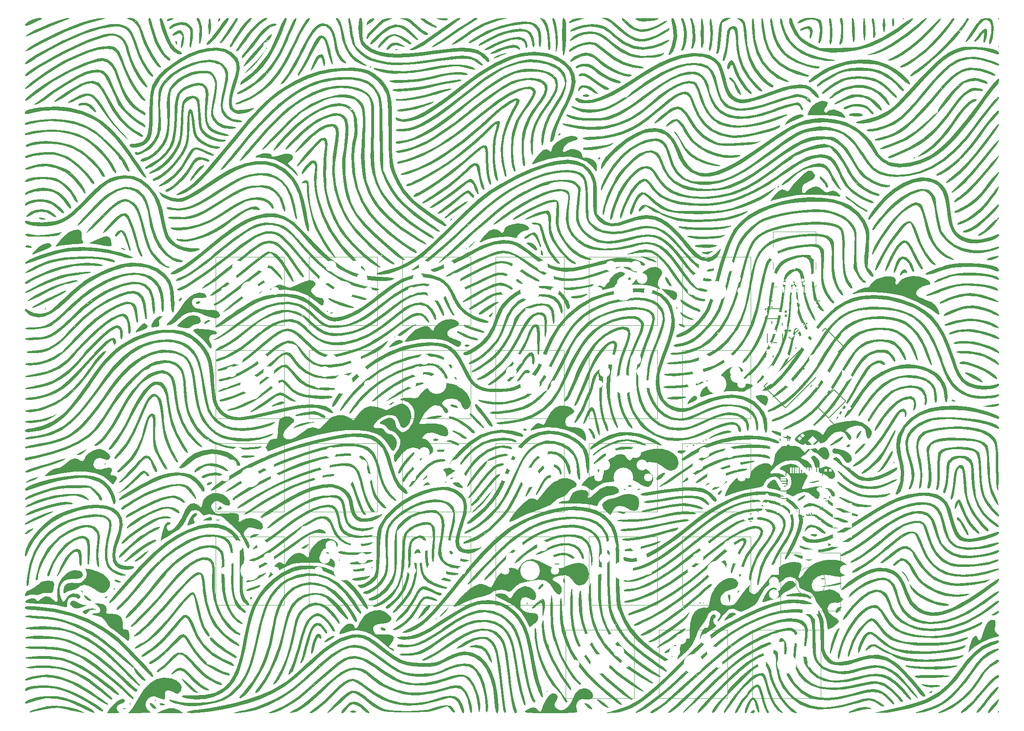
<source format=gto>
G04 #@! TF.GenerationSoftware,KiCad,Pcbnew,(7.0.0)*
G04 #@! TF.CreationDate,2024-01-17T20:31:31+01:00*
G04 #@! TF.ProjectId,junon-kb,6a756e6f-6e2d-46b6-922e-6b696361645f,rev?*
G04 #@! TF.SameCoordinates,Original*
G04 #@! TF.FileFunction,Legend,Top*
G04 #@! TF.FilePolarity,Positive*
%FSLAX46Y46*%
G04 Gerber Fmt 4.6, Leading zero omitted, Abs format (unit mm)*
G04 Created by KiCad (PCBNEW (7.0.0)) date 2024-01-17 20:31:31*
%MOMM*%
%LPD*%
G01*
G04 APERTURE LIST*
G04 Aperture macros list*
%AMRotRect*
0 Rectangle, with rotation*
0 The origin of the aperture is its center*
0 $1 length*
0 $2 width*
0 $3 Rotation angle, in degrees counterclockwise*
0 Add horizontal line*
21,1,$1,$2,0,0,$3*%
%AMOutline4P*
0 Free polygon, 4 corners , with rotation*
0 The origin of the aperture is its center*
0 number of corners: always 4*
0 $1 to $8 corner X, Y*
0 $9 Rotation angle, in degrees counterclockwise*
0 create outline with 4 corners*
4,1,4,$1,$2,$3,$4,$5,$6,$7,$8,$1,$2,$9*%
G04 Aperture macros list end*
%ADD10C,0.150000*%
%ADD11C,0.200000*%
%ADD12C,0.100000*%
%ADD13C,0.120000*%
%ADD14C,0.152400*%
%ADD15RotRect,1.200000X1.400000X315.000000*%
%ADD16C,1.700000*%
%ADD17C,4.000000*%
%ADD18C,2.200000*%
%ADD19RotRect,0.700000X1.500000X225.000000*%
%ADD20RotRect,0.650000X0.700000X45.000000*%
%ADD21R,0.650000X0.700000*%
%ADD22RotRect,0.600000X0.620000X45.000000*%
%ADD23R,0.600000X0.620000*%
%ADD24RotRect,0.600000X0.620000X135.000000*%
%ADD25R,0.620000X0.600000*%
%ADD26RotRect,0.609600X0.254000X225.000000*%
%ADD27RotRect,0.660400X1.295400X225.000000*%
%ADD28R,0.711200X0.762000*%
%ADD29R,1.219200X0.762000*%
%ADD30R,0.330200X0.685800*%
%ADD31RotRect,0.855600X1.250000X135.000000*%
%ADD32RotRect,0.863600X0.965200X135.000000*%
%ADD33R,1.250000X0.855600*%
%ADD34C,1.701800*%
%ADD35C,0.650000*%
%ADD36C,2.012000*%
%ADD37R,0.200000X1.000000*%
%ADD38R,0.300000X1.200000*%
%ADD39R,0.304800X1.193800*%
%ADD40R,1.193800X0.304800*%
%ADD41R,0.508000X0.952500*%
%ADD42RotRect,0.863600X0.965200X225.000000*%
%ADD43RotRect,0.558800X0.939800X225.000000*%
%ADD44R,0.558800X1.041400*%
%ADD45R,2.000000X2.000000*%
%ADD46C,2.000000*%
%ADD47R,3.200000X2.000000*%
%ADD48R,4.000000X1.000000*%
%ADD49R,0.855600X1.250000*%
%ADD50RotRect,2.794000X2.209800X315.000000*%
%ADD51RotRect,2.794000X2.794000X315.000000*%
%ADD52Outline4P,-1.143000X-1.512000X1.143000X-0.012000X1.143000X0.012000X-1.143000X1.512000X0.000000*%
G04 APERTURE END LIST*
D10*
X186966999Y-50632619D02*
X186966999Y-50394523D01*
X187205094Y-50489761D02*
X186966999Y-50394523D01*
X186966999Y-50394523D02*
X186728904Y-50489761D01*
X187109856Y-50204047D02*
X186966999Y-50394523D01*
X186966999Y-50394523D02*
X186824142Y-50204047D01*
X186967000Y-49367380D02*
X186967000Y-49605476D01*
X186728905Y-49510238D02*
X186967000Y-49605476D01*
X186967000Y-49605476D02*
X187205095Y-49510238D01*
X186824143Y-49795952D02*
X186967000Y-49605476D01*
X186967000Y-49605476D02*
X187109857Y-49795952D01*
X186718379Y-53445999D02*
X186956475Y-53445999D01*
X186861237Y-53684094D02*
X186956475Y-53445999D01*
X186956475Y-53445999D02*
X186861237Y-53207904D01*
X187146951Y-53588856D02*
X186956475Y-53445999D01*
X186956475Y-53445999D02*
X187146951Y-53303142D01*
X187983618Y-53446000D02*
X187745522Y-53446000D01*
X187840760Y-53207905D02*
X187745522Y-53446000D01*
X187745522Y-53446000D02*
X187840760Y-53684095D01*
X187555046Y-53303143D02*
X187745522Y-53446000D01*
X187745522Y-53446000D02*
X187555046Y-53588857D01*
X190729547Y-61022717D02*
X190561188Y-61191075D01*
X190460173Y-60955373D02*
X190561188Y-61191075D01*
X190561188Y-61191075D02*
X190796890Y-61292091D01*
X190325486Y-61224747D02*
X190561188Y-61191075D01*
X190561188Y-61191075D02*
X190527516Y-61426778D01*
G36*
X39181035Y-130207924D02*
G01*
X40755084Y-130425785D01*
X42152831Y-130763857D01*
X43175308Y-131187072D01*
X43956383Y-131640430D01*
X43010639Y-131492504D01*
X42194372Y-131331373D01*
X41159822Y-131084203D01*
X40587390Y-130931429D01*
X39468098Y-130667290D01*
X38409011Y-130546428D01*
X37280341Y-130575678D01*
X35952298Y-130761874D01*
X34295092Y-131111852D01*
X33485639Y-131305425D01*
X32842660Y-131438863D01*
X32493354Y-131465041D01*
X32472341Y-131449097D01*
X32714963Y-131240294D01*
X33352814Y-130969695D01*
X34250873Y-130680995D01*
X35274116Y-130417892D01*
X36230929Y-130232731D01*
X37612407Y-130135248D01*
X39181035Y-130207924D01*
G37*
G36*
X38176724Y-128198037D02*
G01*
X39581995Y-128443061D01*
X40651590Y-128756989D01*
X41879503Y-129209958D01*
X43132936Y-129741808D01*
X44279093Y-130292375D01*
X45185174Y-130801500D01*
X45718383Y-131209021D01*
X45738150Y-131231989D01*
X45893506Y-131531781D01*
X45634803Y-131556133D01*
X44949293Y-131301009D01*
X43824228Y-130762374D01*
X43137669Y-130408922D01*
X40574747Y-129293972D01*
X38147592Y-128698760D01*
X35863090Y-128624080D01*
X33728131Y-129070725D01*
X33215426Y-129265241D01*
X32298229Y-129609058D01*
X31798709Y-129696329D01*
X31661703Y-129561532D01*
X31911926Y-129202322D01*
X32585912Y-128839853D01*
X33568631Y-128513331D01*
X34745056Y-128261962D01*
X35850000Y-128134003D01*
X38176724Y-128198037D01*
G37*
G36*
X51625926Y-128665459D02*
G01*
X52026446Y-128898169D01*
X52012077Y-129252486D01*
X51636697Y-129578210D01*
X51255428Y-129698347D01*
X50595954Y-129995238D01*
X50331108Y-130492223D01*
X50511023Y-131040005D01*
X50733965Y-131251303D01*
X50950983Y-131458457D01*
X50827867Y-131566869D01*
X50285688Y-131606892D01*
X49799204Y-131610753D01*
X48378094Y-131610753D01*
X48940153Y-130812927D01*
X49626639Y-129981920D01*
X50388269Y-129277346D01*
X51094890Y-128803269D01*
X51616354Y-128663754D01*
X51625926Y-128665459D01*
G37*
G36*
X61556082Y-124482733D02*
G01*
X61579932Y-124489160D01*
X62585609Y-124922881D01*
X63297300Y-125541756D01*
X63655798Y-126247394D01*
X63601896Y-126941404D01*
X63303266Y-127353024D01*
X62891821Y-127662282D01*
X62527785Y-127633955D01*
X62099111Y-127377784D01*
X61393557Y-127073926D01*
X60792751Y-127015123D01*
X60363085Y-127169387D01*
X60224468Y-127575028D01*
X60237731Y-127992102D01*
X60218465Y-128616808D01*
X59976169Y-128842768D01*
X59427491Y-128700349D01*
X58942105Y-128464098D01*
X58039014Y-128193370D01*
X57447742Y-128226070D01*
X56753966Y-128638400D01*
X56371672Y-129330906D01*
X56319471Y-130128664D01*
X56615973Y-130856752D01*
X57123382Y-131274765D01*
X57315878Y-131415020D01*
X57166082Y-131507489D01*
X56614149Y-131561985D01*
X55600232Y-131588318D01*
X55186815Y-131592268D01*
X52636395Y-131610753D01*
X53231359Y-131050500D01*
X53646981Y-130529961D01*
X54178542Y-129689725D01*
X54715175Y-128705903D01*
X54745661Y-128645053D01*
X55830922Y-126890424D01*
X57101033Y-125568638D01*
X58509556Y-124707935D01*
X60010052Y-124336553D01*
X61556082Y-124482733D01*
G37*
G36*
X62994468Y-130970322D02*
G01*
X63141490Y-131064516D01*
X63952128Y-131607154D01*
X61250000Y-131602955D01*
X58547873Y-131598756D01*
X59725785Y-131058518D01*
X60987752Y-130615655D01*
X62032033Y-130586176D01*
X62994468Y-130970322D01*
G37*
G36*
X100940017Y-115716607D02*
G01*
X101953260Y-116147568D01*
X103097850Y-116876798D01*
X104488967Y-117954006D01*
X104570622Y-118020812D01*
X106132018Y-119253122D01*
X107439092Y-120147386D01*
X108616637Y-120754838D01*
X109789447Y-121126713D01*
X111082314Y-121314244D01*
X112620031Y-121368666D01*
X112725532Y-121368817D01*
X114007066Y-121361031D01*
X114922044Y-121311096D01*
X115644333Y-121179144D01*
X116347799Y-120925310D01*
X117206306Y-120509727D01*
X117787827Y-120208065D01*
X119033661Y-119597407D01*
X119992433Y-119236578D01*
X120827072Y-119072912D01*
X121378910Y-119047312D01*
X123036127Y-119301310D01*
X124499904Y-120046518D01*
X125752996Y-121257752D01*
X126778158Y-122909834D01*
X127558144Y-124977580D01*
X128075708Y-127435810D01*
X128252868Y-129084409D01*
X128328590Y-130294219D01*
X128335494Y-131055038D01*
X128266150Y-131460577D01*
X128113127Y-131604547D01*
X128052540Y-131610753D01*
X127853662Y-131477898D01*
X127707195Y-131026105D01*
X127596229Y-130175533D01*
X127517488Y-129084409D01*
X127215923Y-126569945D01*
X126641662Y-124398886D01*
X125816561Y-122604405D01*
X124762476Y-121219674D01*
X123501265Y-120277867D01*
X122054784Y-119812157D01*
X121378199Y-119766550D01*
X120514046Y-119867170D01*
X119479857Y-120189141D01*
X118155201Y-120772542D01*
X117732638Y-120979825D01*
X116600952Y-121532688D01*
X115763414Y-121883568D01*
X115032009Y-122077195D01*
X114218721Y-122158298D01*
X113135535Y-122171607D01*
X112733702Y-122169096D01*
X110945155Y-122077477D01*
X109416900Y-121794106D01*
X108005742Y-121262508D01*
X106568482Y-120426209D01*
X104961926Y-119228734D01*
X104662665Y-118985992D01*
X103047342Y-117724764D01*
X101699373Y-116843831D01*
X100520145Y-116321556D01*
X99411048Y-116136302D01*
X98273468Y-116266435D01*
X97008795Y-116690318D01*
X96089017Y-117104881D01*
X95079425Y-117639937D01*
X94057019Y-118296805D01*
X92942455Y-119137262D01*
X91656388Y-120223084D01*
X90119476Y-121616047D01*
X89253025Y-122427317D01*
X86932301Y-124473533D01*
X84643044Y-126171135D01*
X82279124Y-127572956D01*
X79734416Y-128731829D01*
X76902792Y-129700586D01*
X73678125Y-130532060D01*
X72431299Y-130801601D01*
X71008066Y-131064327D01*
X69528486Y-131282519D01*
X68088242Y-131448651D01*
X66783017Y-131555195D01*
X65708491Y-131594625D01*
X64960349Y-131559416D01*
X64634272Y-131442041D01*
X64627660Y-131415434D01*
X64875799Y-131263606D01*
X65533810Y-131108091D01*
X66472084Y-130977493D01*
X66721809Y-130953282D01*
X69255758Y-130636110D01*
X71954735Y-130137358D01*
X74685497Y-129492807D01*
X77314804Y-128738243D01*
X79709414Y-127909446D01*
X81736085Y-127042200D01*
X82242767Y-126785010D01*
X83736511Y-125944570D01*
X85050856Y-125083936D01*
X86336654Y-124090937D01*
X87744757Y-122853407D01*
X88573958Y-122077370D01*
X90739965Y-120089315D01*
X92636343Y-118507295D01*
X94315014Y-117298321D01*
X95827904Y-116429404D01*
X97226935Y-115867556D01*
X98564032Y-115579788D01*
X98846847Y-115550666D01*
X99942939Y-115534209D01*
X100940017Y-115716607D01*
G37*
G36*
X91452328Y-121915054D02*
G01*
X91648937Y-121915054D01*
X91784043Y-122051613D01*
X91919149Y-121915054D01*
X91784043Y-121778495D01*
X91648937Y-121915054D01*
X91452328Y-121915054D01*
X92325336Y-121118567D01*
X94207082Y-119632479D01*
X95890686Y-118577273D01*
X97417214Y-117934873D01*
X98827731Y-117687200D01*
X100163302Y-117816177D01*
X101241490Y-118195007D01*
X101908321Y-118569502D01*
X102858203Y-119186242D01*
X103949124Y-119950139D01*
X104754256Y-120547058D01*
X106232425Y-121645583D01*
X107421080Y-122440394D01*
X108443941Y-122979795D01*
X109424731Y-123312091D01*
X110487172Y-123485586D01*
X111754986Y-123548586D01*
X112455320Y-123553764D01*
X113767309Y-123542147D01*
X114722121Y-123482679D01*
X115502898Y-123338434D01*
X116292778Y-123072485D01*
X117274904Y-122647905D01*
X117534897Y-122529570D01*
X118865717Y-121967950D01*
X119922135Y-121646647D01*
X120887531Y-121515672D01*
X121292161Y-121505377D01*
X122201313Y-121537746D01*
X122807689Y-121702667D01*
X123348077Y-122101855D01*
X123835221Y-122597797D01*
X124745137Y-123857821D01*
X125422512Y-125497008D01*
X125433965Y-125533818D01*
X125748155Y-126733935D01*
X125989599Y-128012536D01*
X126146516Y-129246891D01*
X126207123Y-130314271D01*
X126159640Y-131091946D01*
X126002066Y-131451638D01*
X125809467Y-131375487D01*
X125710346Y-130819579D01*
X125691751Y-130193001D01*
X125541487Y-128274521D01*
X125131996Y-126391644D01*
X124509607Y-124681881D01*
X123720650Y-123282746D01*
X123132870Y-122597850D01*
X122159520Y-122048010D01*
X120887776Y-121947519D01*
X119326086Y-122296072D01*
X118129788Y-122776960D01*
X116407938Y-123507729D01*
X114945491Y-123962321D01*
X113560988Y-124180495D01*
X112072973Y-124202007D01*
X111708066Y-124183967D01*
X110232515Y-124014678D01*
X108873902Y-123655652D01*
X107514125Y-123053970D01*
X106035081Y-122156709D01*
X104318670Y-120910951D01*
X104199895Y-120819600D01*
X102796724Y-119771706D01*
X101688817Y-119039910D01*
X100771267Y-118573189D01*
X99939169Y-118320520D01*
X99087618Y-118230881D01*
X98871308Y-118227957D01*
X98088658Y-118284245D01*
X97298661Y-118476536D01*
X96448794Y-118839969D01*
X95486537Y-119409684D01*
X94359366Y-120220819D01*
X93014761Y-121308514D01*
X91400199Y-122707908D01*
X89463158Y-124454141D01*
X89184556Y-124708791D01*
X86542755Y-126934397D01*
X83970114Y-128693975D01*
X81375451Y-130043137D01*
X78948937Y-130951543D01*
X78239399Y-131131216D01*
X77335291Y-131304011D01*
X76366751Y-131453249D01*
X75463915Y-131562250D01*
X74756922Y-131614334D01*
X74375909Y-131592822D01*
X74355320Y-131540314D01*
X74664832Y-131424953D01*
X75374963Y-131241661D01*
X76355124Y-131022987D01*
X76787234Y-130934167D01*
X78671789Y-130419438D01*
X80766693Y-129622409D01*
X82884066Y-128630049D01*
X84836028Y-127529326D01*
X86249959Y-126553960D01*
X87141963Y-125821371D01*
X88256062Y-124850073D01*
X89429127Y-123784462D01*
X90204384Y-123053614D01*
X91452328Y-121915054D01*
G37*
G36*
X90349739Y-125738710D02*
G01*
X90568085Y-125738710D01*
X90703192Y-125875269D01*
X90838298Y-125738710D01*
X90703192Y-125602151D01*
X90568085Y-125738710D01*
X90349739Y-125738710D01*
X91588844Y-124630001D01*
X92146702Y-124125546D01*
X93940029Y-122535827D01*
X95439901Y-121327518D01*
X96732472Y-120493240D01*
X97903896Y-120025615D01*
X99040329Y-119917267D01*
X100227924Y-120160816D01*
X101552837Y-120748886D01*
X103101221Y-121674099D01*
X104959230Y-122929076D01*
X105086419Y-123017470D01*
X106292808Y-123795860D01*
X107532079Y-124494199D01*
X108619275Y-125011919D01*
X109048153Y-125171652D01*
X111022128Y-125532958D01*
X113279715Y-125465409D01*
X115774487Y-124972691D01*
X117230818Y-124521829D01*
X118846413Y-124008026D01*
X120078896Y-123744152D01*
X121026337Y-123731469D01*
X121786805Y-123971241D01*
X122458369Y-124464731D01*
X122587534Y-124590841D01*
X123267027Y-125538841D01*
X123867166Y-126848932D01*
X124324887Y-128337217D01*
X124577127Y-129819799D01*
X124606677Y-130478769D01*
X124560990Y-131191810D01*
X124452538Y-131408411D01*
X124305277Y-131171288D01*
X124143163Y-130523160D01*
X123990154Y-129506744D01*
X123971849Y-129346790D01*
X123647174Y-127746182D01*
X123076394Y-126240651D01*
X122339948Y-125031181D01*
X122160731Y-124821578D01*
X121706324Y-124425773D01*
X121179934Y-124216202D01*
X120489885Y-124198339D01*
X119544503Y-124377656D01*
X118252111Y-124759626D01*
X117184043Y-125118654D01*
X115793181Y-125560850D01*
X114623960Y-125819596D01*
X113407475Y-125940648D01*
X112185107Y-125969262D01*
X110095107Y-125855149D01*
X108293414Y-125450709D01*
X106578877Y-124693292D01*
X105088201Y-123758838D01*
X104063817Y-123049617D01*
X102895142Y-122242901D01*
X102113395Y-121704678D01*
X100547904Y-120831322D01*
X99108993Y-120464653D01*
X97750087Y-120593919D01*
X97557480Y-120653008D01*
X97143018Y-120849070D01*
X96557280Y-121229364D01*
X95764475Y-121823054D01*
X94728810Y-122659305D01*
X93414495Y-123767280D01*
X91785736Y-125176146D01*
X89806742Y-126915065D01*
X89042058Y-127591702D01*
X87824497Y-128577546D01*
X86474294Y-129518279D01*
X85101107Y-130351979D01*
X83814592Y-131016725D01*
X82724404Y-131450595D01*
X81957541Y-131592268D01*
X81245745Y-131573783D01*
X81921277Y-131286203D01*
X83248455Y-130707460D01*
X84379715Y-130169792D01*
X85396055Y-129616478D01*
X86378471Y-128990798D01*
X87407961Y-128236031D01*
X88565522Y-127295456D01*
X89932151Y-126112353D01*
X90349739Y-125738710D01*
G37*
G36*
X99827584Y-122385088D02*
G01*
X100645797Y-122611776D01*
X101473336Y-123079870D01*
X102469360Y-123861880D01*
X102741300Y-124095758D01*
X104984328Y-125708458D01*
X107397720Y-126806582D01*
X109957299Y-127385167D01*
X112638886Y-127439253D01*
X115418301Y-126963880D01*
X115968085Y-126809530D01*
X117542499Y-126355598D01*
X118700538Y-126068004D01*
X119536396Y-125934035D01*
X120144264Y-125940977D01*
X120618337Y-126076116D01*
X120784716Y-126159390D01*
X121334957Y-126645822D01*
X121889204Y-127411776D01*
X122091358Y-127787970D01*
X122435862Y-128661373D01*
X122705313Y-129616070D01*
X122875656Y-130513830D01*
X122922840Y-131216419D01*
X122822812Y-131585604D01*
X122756518Y-131610753D01*
X122563797Y-131366746D01*
X122376141Y-130745741D01*
X122297813Y-130313441D01*
X121944834Y-128629724D01*
X121421730Y-127447859D01*
X120684722Y-126738599D01*
X119690033Y-126472697D01*
X118393884Y-126620906D01*
X117275617Y-126958280D01*
X116272840Y-127251035D01*
X114978679Y-127542597D01*
X113639631Y-127778782D01*
X113366898Y-127817473D01*
X112029375Y-127969034D01*
X110971846Y-127999725D01*
X109945848Y-127903002D01*
X108826013Y-127697887D01*
X106215913Y-126926011D01*
X103951639Y-125751136D01*
X102435272Y-124574217D01*
X101254060Y-123617184D01*
X100156946Y-123015241D01*
X99083400Y-122782196D01*
X97972895Y-122931857D01*
X96764904Y-123478030D01*
X95398898Y-124434523D01*
X93814349Y-125815143D01*
X92820390Y-126767503D01*
X90983313Y-128505436D01*
X89430090Y-129829641D01*
X88123524Y-130765790D01*
X87026418Y-131339554D01*
X86101577Y-131576607D01*
X85839362Y-131585629D01*
X85776938Y-131478881D01*
X86142245Y-131206736D01*
X86866525Y-130819536D01*
X86922811Y-130792344D01*
X87971800Y-130173790D01*
X89255782Y-129205084D01*
X90814004Y-127855254D01*
X91785182Y-126955185D01*
X93515276Y-125367277D01*
X94953145Y-124156940D01*
X96157118Y-123286016D01*
X97185521Y-122716350D01*
X98096685Y-122409783D01*
X98859537Y-122327294D01*
X99827584Y-122385088D01*
G37*
G36*
X99485679Y-124845973D02*
G01*
X100437551Y-125425827D01*
X100980518Y-125855276D01*
X103418243Y-127607006D01*
X105897001Y-128816613D01*
X108434957Y-129487718D01*
X111050277Y-129623946D01*
X113761125Y-129228920D01*
X115438921Y-128739140D01*
X117180083Y-128233348D01*
X118542040Y-128071116D01*
X119582233Y-128274146D01*
X120358100Y-128864138D01*
X120927083Y-129862794D01*
X121264371Y-130940003D01*
X121296929Y-131460394D01*
X121141836Y-131610753D01*
X120897972Y-131373122D01*
X120638833Y-130779064D01*
X120565604Y-130532924D01*
X120104400Y-129500877D01*
X119410360Y-128782792D01*
X118592076Y-128470755D01*
X118164753Y-128496996D01*
X117564240Y-128654286D01*
X116636335Y-128923733D01*
X115568277Y-129250745D01*
X115427660Y-129295029D01*
X112583713Y-129971023D01*
X109914610Y-130141912D01*
X107692524Y-129876629D01*
X106050369Y-129434931D01*
X104515685Y-128798852D01*
X102940194Y-127894333D01*
X101175619Y-126647310D01*
X101076201Y-126571929D01*
X100143789Y-125901423D01*
X99326166Y-125382723D01*
X98748112Y-125092064D01*
X98594816Y-125055914D01*
X97937116Y-125184444D01*
X97170292Y-125600638D01*
X96230807Y-126350407D01*
X95055122Y-127479659D01*
X94617933Y-127929401D01*
X93241425Y-129307256D01*
X92040556Y-130397669D01*
X91062852Y-131161720D01*
X90355842Y-131560492D01*
X90122224Y-131610753D01*
X89788555Y-131537054D01*
X89757447Y-131487315D01*
X89960018Y-131276036D01*
X90478984Y-130868823D01*
X90905851Y-130561792D01*
X91578713Y-130027254D01*
X92486999Y-129218498D01*
X93495620Y-128258950D01*
X94202923Y-127549341D01*
X95584210Y-126197924D01*
X96726644Y-125270996D01*
X97706710Y-124749440D01*
X98600894Y-124614138D01*
X99485679Y-124845973D01*
G37*
G36*
X99945373Y-127383888D02*
G01*
X100957569Y-128086460D01*
X101732264Y-128711815D01*
X102912450Y-129637536D01*
X103959746Y-130303771D01*
X105004143Y-130750314D01*
X106175635Y-131016961D01*
X107604213Y-131143507D01*
X109419869Y-131169749D01*
X109753192Y-131167314D01*
X111446895Y-131132518D01*
X112741362Y-131053452D01*
X113777052Y-130914238D01*
X114694426Y-130698996D01*
X115157447Y-130556322D01*
X116627132Y-130135511D01*
X117704843Y-129986426D01*
X118468617Y-130111182D01*
X118996489Y-130511894D01*
X119105906Y-130663362D01*
X119408824Y-131268873D01*
X119353362Y-131504604D01*
X119007889Y-131335925D01*
X118597596Y-130920845D01*
X117956839Y-130167911D01*
X116084271Y-130808829D01*
X115325384Y-131050294D01*
X114606171Y-131223422D01*
X113813435Y-131339645D01*
X112833977Y-131410399D01*
X111554600Y-131447116D01*
X109862105Y-131461231D01*
X109618085Y-131461970D01*
X107724929Y-131453878D01*
X106262471Y-131397771D01*
X105121261Y-131263021D01*
X104191847Y-131019005D01*
X103364775Y-130635095D01*
X102530595Y-130080666D01*
X101579853Y-129325094D01*
X101376596Y-129155928D01*
X100233708Y-128263352D01*
X99360462Y-127735230D01*
X98672515Y-127523268D01*
X98508975Y-127513979D01*
X98130325Y-127695968D01*
X97475002Y-128188047D01*
X96643785Y-128909377D01*
X95955219Y-129562366D01*
X95063752Y-130402887D01*
X94279199Y-131076317D01*
X93699762Y-131502179D01*
X93455719Y-131610753D01*
X93469314Y-131435614D01*
X93816238Y-130959061D01*
X94436598Y-130254392D01*
X95248625Y-129416603D01*
X96485057Y-128233077D01*
X97469253Y-127449314D01*
X98304909Y-127054043D01*
X99095717Y-127035992D01*
X99945373Y-127383888D01*
G37*
G36*
X99623943Y-129465306D02*
G01*
X100532616Y-130037802D01*
X101241490Y-130629422D01*
X101842246Y-131214842D01*
X102011077Y-131527455D01*
X101859995Y-131600498D01*
X101326642Y-131423149D01*
X100914250Y-131103880D01*
X100075171Y-130377383D01*
X99243966Y-129914777D01*
X98567178Y-129793182D01*
X98466292Y-129815583D01*
X97971987Y-130136833D01*
X97428179Y-130709361D01*
X97364121Y-130794146D01*
X96877964Y-131344677D01*
X96470112Y-131618009D01*
X96253573Y-131546736D01*
X96242554Y-131463134D01*
X96433786Y-131027387D01*
X96903155Y-130436190D01*
X97494165Y-129858729D01*
X98050322Y-129464188D01*
X98122669Y-129430568D01*
X98854896Y-129276067D01*
X99623943Y-129465306D01*
G37*
G36*
X99169898Y-131171147D02*
G01*
X99322167Y-131292115D01*
X99193327Y-131451430D01*
X98689307Y-131519673D01*
X98674468Y-131519713D01*
X98163690Y-131454270D01*
X98024281Y-131296414D01*
X98026770Y-131292115D01*
X98382758Y-131099561D01*
X98674468Y-131064516D01*
X99169898Y-131171147D01*
G37*
G36*
X125694002Y-116038707D02*
G01*
X126110213Y-116165832D01*
X126764088Y-116535560D01*
X127305367Y-117078997D01*
X127753593Y-117855537D01*
X128128308Y-118924574D01*
X128449055Y-120345502D01*
X128735376Y-122177712D01*
X129006813Y-124480600D01*
X129080254Y-125192473D01*
X129246057Y-126765572D01*
X129413079Y-128224208D01*
X129566443Y-129446945D01*
X129691269Y-130312348D01*
X129741187Y-130586559D01*
X129814247Y-131242944D01*
X129735202Y-131595413D01*
X129560822Y-131560262D01*
X129370724Y-131132796D01*
X129294033Y-130714557D01*
X129171062Y-129851562D01*
X129014592Y-128642022D01*
X128837407Y-127184144D01*
X128682933Y-125848475D01*
X128485151Y-124169903D01*
X128282454Y-122573190D01*
X128091632Y-121182148D01*
X127929474Y-120120590D01*
X127839315Y-119627061D01*
X127385549Y-118283905D01*
X126693858Y-117236276D01*
X125841588Y-116587724D01*
X125476671Y-116464041D01*
X124628632Y-116468033D01*
X123545023Y-116733376D01*
X122425927Y-117198190D01*
X121692254Y-117634430D01*
X120951924Y-118058309D01*
X120291490Y-118312065D01*
X119615958Y-118479257D01*
X120291490Y-117934640D01*
X121683084Y-116996546D01*
X123127253Y-116343574D01*
X124504169Y-116012153D01*
X125694002Y-116038707D01*
G37*
G36*
X126726759Y-114531905D02*
G01*
X127962199Y-115068377D01*
X128940436Y-116018793D01*
X129119767Y-116272600D01*
X129441719Y-116834908D01*
X129711667Y-117514859D01*
X129946649Y-118393185D01*
X130163700Y-119550616D01*
X130379857Y-121067884D01*
X130612156Y-123025723D01*
X130685484Y-123692116D01*
X130997641Y-126240067D01*
X131331436Y-128353121D01*
X131680133Y-129994254D01*
X132036993Y-131126447D01*
X132039631Y-131132796D01*
X132042500Y-131527908D01*
X131781860Y-131617024D01*
X131550190Y-131405914D01*
X131297891Y-130752888D01*
X131035235Y-129614847D01*
X130759219Y-127974882D01*
X130466840Y-125816086D01*
X130283543Y-124275549D01*
X130029457Y-122126096D01*
X129804034Y-120443330D01*
X129587279Y-119149918D01*
X129359196Y-118168528D01*
X129099791Y-117421830D01*
X128789069Y-116832490D01*
X128407034Y-116323178D01*
X128155483Y-116045141D01*
X127140092Y-115219810D01*
X126003659Y-114794605D01*
X124706153Y-114775949D01*
X123207549Y-115170264D01*
X121467817Y-115983971D01*
X119446929Y-117223492D01*
X119024392Y-117510061D01*
X117084720Y-118801373D01*
X115455654Y-119798296D01*
X114164388Y-120486101D01*
X113238120Y-120850058D01*
X112771263Y-120896778D01*
X112739416Y-120748973D01*
X113155011Y-120448112D01*
X113895680Y-120066693D01*
X114788336Y-119593861D01*
X115944706Y-118903179D01*
X117192956Y-118100167D01*
X118023707Y-117531730D01*
X119804731Y-116325749D01*
X121281542Y-115448564D01*
X122547328Y-114858792D01*
X123695275Y-114515049D01*
X124818571Y-114375953D01*
X125147843Y-114368009D01*
X126726759Y-114531905D01*
G37*
G36*
X146092544Y-126537541D02*
G01*
X146941806Y-126872307D01*
X147493296Y-127420519D01*
X147653173Y-128063034D01*
X147552421Y-128391046D01*
X147241068Y-128755889D01*
X146727350Y-128851709D01*
X146250106Y-128807427D01*
X145472548Y-128776909D01*
X144879169Y-128880318D01*
X144820732Y-128908148D01*
X144383694Y-129426401D01*
X144188958Y-130198126D01*
X144293880Y-130963542D01*
X144343393Y-131070121D01*
X144422598Y-131251042D01*
X144398772Y-131386309D01*
X144206918Y-131482556D01*
X143782040Y-131546419D01*
X143059138Y-131584533D01*
X141973218Y-131603534D01*
X140459281Y-131610057D01*
X139047698Y-131610753D01*
X137163537Y-131606364D01*
X135759383Y-131590227D01*
X134774866Y-131557884D01*
X134149617Y-131504881D01*
X133823265Y-131426760D01*
X133735440Y-131319066D01*
X133784728Y-131222266D01*
X134262780Y-130854916D01*
X134909088Y-130550005D01*
X135556021Y-130407120D01*
X136024428Y-130599816D01*
X136244466Y-130801933D01*
X136662622Y-131192939D01*
X136872864Y-131337635D01*
X137017399Y-131107306D01*
X137274106Y-130521691D01*
X137429679Y-130124375D01*
X138030396Y-128832561D01*
X138676981Y-127964793D01*
X139328914Y-127552308D01*
X139945675Y-127626345D01*
X140286112Y-127922289D01*
X140470545Y-128325076D01*
X140298485Y-128819903D01*
X140184092Y-129005153D01*
X139867489Y-129575663D01*
X139746809Y-129942926D01*
X139968358Y-130417350D01*
X140480924Y-130853991D01*
X141056383Y-131063271D01*
X141096441Y-131064516D01*
X141792950Y-130833102D01*
X142530807Y-130237615D01*
X143163598Y-129426192D01*
X143531198Y-128601158D01*
X144014810Y-127539897D01*
X144755445Y-126814620D01*
X145647605Y-126510322D01*
X146092544Y-126537541D01*
G37*
G36*
X190557030Y-108547490D02*
G01*
X191976991Y-109031011D01*
X193107889Y-109888482D01*
X193921327Y-110969633D01*
X194297899Y-111633288D01*
X194538801Y-112223774D01*
X194676389Y-112897217D01*
X194743022Y-113809743D01*
X194770412Y-115066407D01*
X194788792Y-116328648D01*
X194809223Y-117463352D01*
X194828590Y-118307642D01*
X194837965Y-118596667D01*
X195109636Y-119423712D01*
X195813082Y-120328061D01*
X196385017Y-120866563D01*
X196865198Y-121135660D01*
X197469557Y-121207350D01*
X198312550Y-121161491D01*
X199365597Y-120999330D01*
X200642253Y-120687977D01*
X201869719Y-120294171D01*
X201892485Y-120285691D01*
X203944070Y-119737710D01*
X205843802Y-119702209D01*
X207639026Y-120188678D01*
X209377087Y-121206607D01*
X210297406Y-121970434D01*
X210958839Y-122620451D01*
X211758986Y-123475798D01*
X212626673Y-124451397D01*
X213490726Y-125462171D01*
X214279971Y-126423041D01*
X214923233Y-127248928D01*
X215349339Y-127854756D01*
X215487114Y-128155445D01*
X215481103Y-128166771D01*
X215298227Y-128283350D01*
X215065618Y-128238207D01*
X214724635Y-127977415D01*
X214216637Y-127447049D01*
X213482984Y-126593184D01*
X212569870Y-125489631D01*
X211282318Y-123973201D01*
X210198971Y-122830781D01*
X209225812Y-121980844D01*
X208268825Y-121341861D01*
X207233991Y-120832305D01*
X207165665Y-120803350D01*
X205915695Y-120504003D01*
X204398355Y-120482017D01*
X202803111Y-120722920D01*
X201319424Y-121212241D01*
X201220213Y-121257485D01*
X199866827Y-121717232D01*
X198443865Y-121915395D01*
X197113394Y-121849240D01*
X196037481Y-121516035D01*
X195769143Y-121349403D01*
X195037378Y-120676395D01*
X194536089Y-119858125D01*
X194230286Y-118788063D01*
X194084981Y-117359678D01*
X194059995Y-116145629D01*
X194002707Y-114368345D01*
X193838093Y-112961650D01*
X193651953Y-112212758D01*
X192913738Y-110811836D01*
X191822568Y-109821954D01*
X190381373Y-109243080D01*
X188593082Y-109075178D01*
X186460625Y-109318217D01*
X183986933Y-109972163D01*
X181174936Y-111036983D01*
X178275506Y-112387556D01*
X176460223Y-113330637D01*
X174849859Y-114250343D01*
X173359772Y-115211357D01*
X171905320Y-116278362D01*
X170401859Y-117516040D01*
X168764748Y-118989073D01*
X166909345Y-120762145D01*
X165507316Y-122144832D01*
X163541004Y-124086329D01*
X161889000Y-125679601D01*
X160493819Y-126972851D01*
X159297977Y-128014283D01*
X158243989Y-128852101D01*
X157274371Y-129534508D01*
X156331639Y-130109709D01*
X155445517Y-130582192D01*
X154103495Y-131161483D01*
X152845468Y-131456467D01*
X151932751Y-131535721D01*
X150150000Y-131617835D01*
X152145244Y-131071101D01*
X153514841Y-130646057D01*
X154802371Y-130126158D01*
X156066788Y-129468481D01*
X157367045Y-128630104D01*
X158762095Y-127568107D01*
X160310891Y-126239566D01*
X162072387Y-124601559D01*
X164105535Y-122611166D01*
X165010305Y-121704467D01*
X166916580Y-119805687D01*
X168537991Y-118246505D01*
X169953331Y-116962454D01*
X171241394Y-115889067D01*
X172480974Y-114961877D01*
X173750862Y-114116417D01*
X175129853Y-113288220D01*
X175678108Y-112976291D01*
X179089716Y-111191655D01*
X182199848Y-109843988D01*
X185004149Y-108934815D01*
X187498264Y-108465659D01*
X188763398Y-108395699D01*
X190557030Y-108547490D01*
G37*
G36*
X166301512Y-123280645D02*
G01*
X166497873Y-123280645D01*
X166632979Y-123417204D01*
X166768085Y-123280645D01*
X166632979Y-123144086D01*
X166497873Y-123280645D01*
X166301512Y-123280645D01*
X167662481Y-121990234D01*
X168995785Y-120730613D01*
X170351685Y-119478555D01*
X171621654Y-118332274D01*
X172697161Y-117389980D01*
X173336949Y-116855186D01*
X175799421Y-115060022D01*
X178401338Y-113502447D01*
X181056255Y-112217173D01*
X183677727Y-111238909D01*
X186179309Y-110602366D01*
X188474556Y-110342254D01*
X189504862Y-110363252D01*
X190472013Y-110462931D01*
X191102210Y-110646908D01*
X191598881Y-111006554D01*
X192062272Y-111511904D01*
X192939588Y-112537722D01*
X193026709Y-116456375D01*
X193069921Y-118036974D01*
X193127086Y-119171694D01*
X193212018Y-119960893D01*
X193338534Y-120504928D01*
X193520448Y-120904157D01*
X193669574Y-121126300D01*
X194738456Y-122130037D01*
X196154989Y-122779858D01*
X197844937Y-123063225D01*
X199734064Y-122967599D01*
X201727577Y-122487307D01*
X202987449Y-122129884D01*
X204240573Y-121877345D01*
X205243018Y-121778572D01*
X205264737Y-121778495D01*
X206802647Y-122008166D01*
X208386887Y-122633451D01*
X209827393Y-123558760D01*
X210863404Y-124594257D01*
X211384816Y-125263080D01*
X211768161Y-125739439D01*
X211886635Y-125875269D01*
X212119007Y-126145388D01*
X212581968Y-126712151D01*
X213092296Y-127348838D01*
X213677562Y-128116314D01*
X213926893Y-128513439D01*
X213875376Y-128567029D01*
X213558100Y-128303896D01*
X213010153Y-127750856D01*
X212266622Y-126934722D01*
X211707873Y-126290868D01*
X210136511Y-124607396D01*
X208669581Y-123408762D01*
X207224366Y-122667365D01*
X205718145Y-122355607D01*
X204068199Y-122445888D01*
X202191809Y-122910609D01*
X201881527Y-123012313D01*
X200646553Y-123397621D01*
X199691948Y-123600097D01*
X198800983Y-123651204D01*
X197875549Y-123593896D01*
X195963281Y-123236996D01*
X194480582Y-122562822D01*
X193410843Y-121562313D01*
X193033184Y-120951756D01*
X192752595Y-120335503D01*
X192574109Y-119722155D01*
X192478128Y-118969269D01*
X192445056Y-117934405D01*
X192451780Y-116725807D01*
X192446802Y-115020956D01*
X192365135Y-113762888D01*
X192184333Y-112854905D01*
X191881950Y-112200313D01*
X191435541Y-111702416D01*
X191251517Y-111555057D01*
X190793110Y-111272780D01*
X190251433Y-111108360D01*
X189480694Y-111037485D01*
X188335103Y-111035845D01*
X188158617Y-111039290D01*
X185832895Y-111263249D01*
X183443859Y-111856560D01*
X180896431Y-112847354D01*
X179117652Y-113714187D01*
X177876742Y-114380605D01*
X176756295Y-115036618D01*
X175686919Y-115736540D01*
X174599219Y-116534689D01*
X173423803Y-117485379D01*
X172091276Y-118642927D01*
X170532246Y-120061648D01*
X168677319Y-121795858D01*
X168119149Y-122322967D01*
X166841971Y-123524432D01*
X165548442Y-124729968D01*
X164354561Y-125832226D01*
X163376326Y-126723857D01*
X162985107Y-127074185D01*
X161795428Y-128082763D01*
X160564367Y-129047388D01*
X159362997Y-129921548D01*
X158262391Y-130658727D01*
X157333622Y-131212413D01*
X156647765Y-131536092D01*
X156275893Y-131583249D01*
X156229788Y-131495168D01*
X156438981Y-131302768D01*
X156997855Y-130887427D01*
X157803352Y-130324480D01*
X158187374Y-130064189D01*
X159521001Y-129128176D01*
X160884396Y-128083940D01*
X162347893Y-126871547D01*
X163981828Y-125431062D01*
X165856537Y-123702551D01*
X166301512Y-123280645D01*
G37*
G36*
X175413736Y-117818280D02*
G01*
X175685107Y-117818280D01*
X175820213Y-117954839D01*
X175955320Y-117818280D01*
X175820213Y-117681721D01*
X175685107Y-117818280D01*
X175413736Y-117818280D01*
X176563768Y-116955417D01*
X177646232Y-116209962D01*
X178678165Y-115568215D01*
X179709104Y-114992094D01*
X180788588Y-114443515D01*
X181159636Y-114264086D01*
X183482003Y-113273089D01*
X185606124Y-112608399D01*
X187482040Y-112278172D01*
X189059795Y-112290564D01*
X190289427Y-112653732D01*
X190453469Y-112746748D01*
X191194388Y-113452847D01*
X191520121Y-114430203D01*
X191444861Y-115729893D01*
X191375583Y-116065547D01*
X191131441Y-117692209D01*
X191103444Y-119339242D01*
X191283727Y-120825166D01*
X191628329Y-121897103D01*
X192508181Y-123116832D01*
X193788574Y-124088382D01*
X195355166Y-124729524D01*
X195674509Y-124806936D01*
X196526141Y-124947455D01*
X197395587Y-124979019D01*
X198394259Y-124888816D01*
X199633569Y-124664034D01*
X201224931Y-124291858D01*
X202107973Y-124067087D01*
X204051454Y-123656349D01*
X205653689Y-123552823D01*
X207033661Y-123777389D01*
X208310350Y-124350927D01*
X209602740Y-125294317D01*
X209731915Y-125405027D01*
X210520106Y-126149397D01*
X211282942Y-126972840D01*
X211934789Y-127768788D01*
X212390013Y-128430673D01*
X212562977Y-128851928D01*
X212549621Y-128911507D01*
X212309132Y-128867645D01*
X211860283Y-128483391D01*
X211537603Y-128124322D01*
X210302953Y-126757630D01*
X209079901Y-125622924D01*
X207980028Y-124819903D01*
X207619424Y-124623344D01*
X206611347Y-124228632D01*
X205605141Y-124056865D01*
X204463655Y-124108947D01*
X203049735Y-124385781D01*
X202013081Y-124660274D01*
X199351108Y-125241307D01*
X197010080Y-125398174D01*
X194995638Y-125132263D01*
X193313425Y-124444961D01*
X191969084Y-123337659D01*
X191041121Y-121960252D01*
X190770914Y-121355453D01*
X190622600Y-120767485D01*
X190579416Y-120034495D01*
X190624600Y-118994634D01*
X190669892Y-118375791D01*
X190793696Y-116766720D01*
X190869543Y-115612303D01*
X190888572Y-114822389D01*
X190841924Y-114306824D01*
X190720738Y-113975458D01*
X190516155Y-113738139D01*
X190219314Y-113504715D01*
X190188903Y-113481677D01*
X189649259Y-113158502D01*
X188993444Y-112983467D01*
X188049566Y-112920825D01*
X187486775Y-112919765D01*
X186378080Y-112973297D01*
X185385704Y-113143879D01*
X184301622Y-113480184D01*
X183146310Y-113935342D01*
X181667429Y-114585263D01*
X180266144Y-115285716D01*
X178884462Y-116078841D01*
X177464391Y-117006775D01*
X175947939Y-118111659D01*
X174277113Y-119435630D01*
X172393920Y-121020826D01*
X170240369Y-122909387D01*
X167907254Y-125008373D01*
X165761503Y-126938213D01*
X163975735Y-128504866D01*
X162524853Y-129728397D01*
X161383762Y-130628872D01*
X160527365Y-131226358D01*
X159930569Y-131540921D01*
X159659053Y-131603476D01*
X159312076Y-131520162D01*
X159298913Y-131405914D01*
X159599883Y-131159684D01*
X160198305Y-130790085D01*
X160442373Y-130654839D01*
X161295295Y-130120166D01*
X162072333Y-129516262D01*
X162170357Y-129425807D01*
X162613367Y-129013836D01*
X163374336Y-128318871D01*
X164366372Y-127419758D01*
X165502584Y-126395344D01*
X166233694Y-125738710D01*
X168373525Y-123826882D01*
X168659575Y-123826882D01*
X168794681Y-123963441D01*
X168929788Y-123826882D01*
X168794681Y-123690323D01*
X168659575Y-123826882D01*
X168373525Y-123826882D01*
X168659644Y-123571250D01*
X170737836Y-121735998D01*
X172517806Y-120194873D01*
X174049093Y-118909790D01*
X175381234Y-117842666D01*
X175413736Y-117818280D01*
G37*
G36*
X188122374Y-114204930D02*
G01*
X188619892Y-114420428D01*
X188956430Y-114708650D01*
X189281317Y-115116178D01*
X189417001Y-115593054D01*
X189397982Y-116327590D01*
X189344232Y-116825317D01*
X189158105Y-118420142D01*
X189040129Y-119579367D01*
X188989877Y-120409213D01*
X189006923Y-121015901D01*
X189090841Y-121505651D01*
X189241206Y-121984685D01*
X189322648Y-122204471D01*
X189984354Y-123374858D01*
X190997854Y-124506400D01*
X192197644Y-125448883D01*
X193418217Y-126052094D01*
X193629840Y-126113682D01*
X195514621Y-126390539D01*
X197714467Y-126368741D01*
X200096103Y-126054623D01*
X201517134Y-125738710D01*
X203178526Y-125345678D01*
X204453520Y-125135869D01*
X205463504Y-125105545D01*
X206329866Y-125250968D01*
X207166118Y-125564780D01*
X207760459Y-125932057D01*
X208480346Y-126511463D01*
X209236939Y-127210831D01*
X209941400Y-127937990D01*
X210504891Y-128600773D01*
X210838573Y-129107009D01*
X210853609Y-129364531D01*
X210836158Y-129372406D01*
X210481445Y-129247254D01*
X210010531Y-128803970D01*
X209927260Y-128700415D01*
X208511339Y-127142492D01*
X207077625Y-126121701D01*
X205632093Y-125641860D01*
X205078795Y-125602151D01*
X204437908Y-125667867D01*
X203436723Y-125844613D01*
X202236881Y-126101780D01*
X201489797Y-126281717D01*
X198770335Y-126793901D01*
X196308705Y-126914465D01*
X194132503Y-126662024D01*
X192269323Y-126055193D01*
X190746764Y-125112588D01*
X189592420Y-123852824D01*
X188833888Y-122294516D01*
X188498763Y-120456280D01*
X188614643Y-118356731D01*
X188740826Y-117681721D01*
X188945915Y-116437951D01*
X188907304Y-115602819D01*
X188600026Y-115085465D01*
X187999115Y-114795033D01*
X187943617Y-114780398D01*
X187030725Y-114757563D01*
X185763171Y-115026665D01*
X184220561Y-115554512D01*
X182482500Y-116307911D01*
X180628593Y-117253669D01*
X178738445Y-118358595D01*
X177617015Y-119086210D01*
X176498325Y-119862231D01*
X175458751Y-120636123D01*
X174416247Y-121478236D01*
X173288765Y-122458917D01*
X171994260Y-123648514D01*
X170450684Y-125117377D01*
X169418063Y-126116153D01*
X167658901Y-127812887D01*
X166241341Y-129151887D01*
X165128326Y-130165153D01*
X164282800Y-130884684D01*
X163667705Y-131342480D01*
X163245986Y-131570539D01*
X163055141Y-131610753D01*
X162980731Y-131463095D01*
X163313174Y-131052984D01*
X163814660Y-130596576D01*
X164358553Y-130123738D01*
X165023095Y-129521442D01*
X165855918Y-128744565D01*
X166904657Y-127747986D01*
X168216945Y-126486584D01*
X169840414Y-124915236D01*
X170956383Y-123831416D01*
X173695259Y-121357196D01*
X176504121Y-119175364D01*
X179310129Y-117332753D01*
X182040443Y-115876194D01*
X184622224Y-114852517D01*
X185183429Y-114684329D01*
X186518609Y-114337618D01*
X187460102Y-114177572D01*
X188122374Y-114204930D01*
G37*
G36*
X186765097Y-116796125D02*
G01*
X187003683Y-117185538D01*
X187129356Y-117696181D01*
X187158363Y-118466770D01*
X187106946Y-119636021D01*
X187103756Y-119688028D01*
X187050027Y-120893033D01*
X187085874Y-121755356D01*
X187239641Y-122475035D01*
X187539673Y-123252108D01*
X187640892Y-123478863D01*
X188725012Y-125299360D01*
X190143870Y-126782530D01*
X191812323Y-127844859D01*
X192303192Y-128051970D01*
X193818840Y-128444385D01*
X195541475Y-128534322D01*
X197543286Y-128317924D01*
X199896463Y-127791335D01*
X200544681Y-127611753D01*
X202326450Y-127132704D01*
X203704189Y-126846708D01*
X204777687Y-126749201D01*
X205646735Y-126835618D01*
X206411120Y-127101395D01*
X206826511Y-127324410D01*
X207543800Y-127837531D01*
X208228853Y-128468881D01*
X208779196Y-129102316D01*
X209092355Y-129621694D01*
X209091283Y-129891249D01*
X208845033Y-129799653D01*
X208408655Y-129389540D01*
X208245441Y-129202131D01*
X207436790Y-128337651D01*
X206624515Y-127746329D01*
X205719433Y-127416670D01*
X204632362Y-127337176D01*
X203274119Y-127496352D01*
X201555521Y-127882700D01*
X200409575Y-128192006D01*
X198046891Y-128727119D01*
X195828816Y-128983333D01*
X193846559Y-128958361D01*
X192191326Y-128649913D01*
X191568328Y-128413815D01*
X190253030Y-127591376D01*
X188957816Y-126407954D01*
X187845674Y-125029356D01*
X187260810Y-124031726D01*
X186963705Y-123343480D01*
X186775591Y-122651310D01*
X186673091Y-121801167D01*
X186632827Y-120639005D01*
X186628724Y-119866667D01*
X186628724Y-116998925D01*
X185567026Y-117064705D01*
X184672751Y-117260632D01*
X183455290Y-117723412D01*
X182025778Y-118394846D01*
X180495349Y-119216733D01*
X178975139Y-120130872D01*
X177576284Y-121079061D01*
X176862375Y-121623263D01*
X175999141Y-122353295D01*
X174852168Y-123376081D01*
X173521360Y-124599660D01*
X172106623Y-125932066D01*
X170707862Y-127281338D01*
X170584733Y-127401867D01*
X169334317Y-128611538D01*
X168193143Y-129685441D01*
X167224587Y-130566349D01*
X166492028Y-131197030D01*
X166058841Y-131520256D01*
X165991115Y-131549928D01*
X166051236Y-131391350D01*
X166454421Y-130905438D01*
X167153488Y-130142728D01*
X168101252Y-129153756D01*
X169250529Y-127989061D01*
X170145745Y-127100132D01*
X172609120Y-124723884D01*
X174795621Y-122732399D01*
X176764912Y-121083042D01*
X178576657Y-119733178D01*
X180290519Y-118640174D01*
X181966164Y-117761394D01*
X183663253Y-117054204D01*
X184700445Y-116699645D01*
X186284933Y-116196771D01*
X186765097Y-116796125D01*
G37*
G36*
X185221905Y-119005367D02*
G01*
X185294085Y-119128649D01*
X185366751Y-119556948D01*
X185437900Y-120371991D01*
X185494334Y-121414411D01*
X185503346Y-121654993D01*
X185666750Y-123333340D01*
X186077483Y-124768231D01*
X186808486Y-126147301D01*
X187749224Y-127432101D01*
X188847180Y-128462879D01*
X190308953Y-129357518D01*
X191960012Y-130027735D01*
X193576803Y-130379859D01*
X194958151Y-130405030D01*
X196666015Y-130234704D01*
X198533370Y-129895927D01*
X200393191Y-129415745D01*
X201250480Y-129137264D01*
X202745627Y-128699660D01*
X203944635Y-128579755D01*
X204996322Y-128785235D01*
X206049503Y-129323784D01*
X206151782Y-129390395D01*
X206837171Y-129871169D01*
X207090108Y-130136784D01*
X206950848Y-130236827D01*
X206843075Y-130241949D01*
X206296919Y-130131132D01*
X206081513Y-129967905D01*
X205738384Y-129689429D01*
X205105138Y-129352644D01*
X204945602Y-129282528D01*
X204487372Y-129112466D01*
X204049269Y-129041695D01*
X203508098Y-129083994D01*
X202740664Y-129253146D01*
X201623770Y-129562932D01*
X201113548Y-129711205D01*
X198227760Y-130442033D01*
X195715304Y-130826738D01*
X193526848Y-130859595D01*
X191613064Y-130534878D01*
X189924621Y-129846861D01*
X188412189Y-128789819D01*
X187743692Y-128159365D01*
X186362915Y-126452533D01*
X185480494Y-124636395D01*
X185054443Y-122611180D01*
X185000947Y-121641936D01*
X184955841Y-120434638D01*
X184809477Y-119703254D01*
X184476583Y-119377699D01*
X183871888Y-119387889D01*
X182910121Y-119663740D01*
X182685215Y-119738643D01*
X181328649Y-120370025D01*
X179717043Y-121425090D01*
X177890151Y-122869709D01*
X175887725Y-124669755D01*
X173749521Y-126791097D01*
X171515293Y-129199608D01*
X171039909Y-129736089D01*
X170088686Y-130778731D01*
X169435044Y-131399611D01*
X169056338Y-131616982D01*
X168929921Y-131449095D01*
X168929788Y-131436790D01*
X169118687Y-131066084D01*
X169643490Y-130390628D01*
X170441352Y-129474369D01*
X171449429Y-128381255D01*
X172604877Y-127175233D01*
X173844853Y-125920250D01*
X175106511Y-124680253D01*
X176327008Y-123519189D01*
X177443499Y-122501005D01*
X178393142Y-121689649D01*
X178881094Y-121310817D01*
X180220133Y-120424146D01*
X181557066Y-119700749D01*
X182808802Y-119168898D01*
X183892249Y-118856868D01*
X184724314Y-118792933D01*
X185221905Y-119005367D01*
G37*
G36*
X182918983Y-121155853D02*
G01*
X183329343Y-121527551D01*
X183726042Y-122216943D01*
X184000491Y-123003977D01*
X184061916Y-123471921D01*
X184197322Y-124127374D01*
X184560249Y-125102982D01*
X185086219Y-126259259D01*
X185710754Y-127456724D01*
X186369375Y-128555890D01*
X186509012Y-128765626D01*
X187233206Y-129667466D01*
X188089990Y-130516510D01*
X188449204Y-130806931D01*
X189059275Y-131278211D01*
X189257445Y-131521897D01*
X189086112Y-131606244D01*
X188948531Y-131610753D01*
X188288082Y-131371934D01*
X187496537Y-130718869D01*
X186638064Y-129746649D01*
X185776833Y-128550364D01*
X184977010Y-127225103D01*
X184302764Y-125865957D01*
X183818262Y-124568015D01*
X183621755Y-123717051D01*
X183393558Y-122848131D01*
X183046313Y-122143123D01*
X182928674Y-121998874D01*
X182595754Y-121702667D01*
X182284678Y-121639931D01*
X181813325Y-121822807D01*
X181280953Y-122108705D01*
X180568098Y-122606229D01*
X179595551Y-123429928D01*
X178453097Y-124489323D01*
X177230522Y-125693936D01*
X176017610Y-126953289D01*
X174904147Y-128176902D01*
X173979917Y-129274299D01*
X173410131Y-130040323D01*
X172702955Y-131018091D01*
X172211561Y-131534857D01*
X171947159Y-131580710D01*
X171902128Y-131373644D01*
X172060812Y-130998639D01*
X172472629Y-130379904D01*
X173041225Y-129633851D01*
X173670246Y-128876894D01*
X174263340Y-128225448D01*
X174724153Y-127795926D01*
X174946453Y-127695505D01*
X175096839Y-127698504D01*
X175019067Y-127529502D01*
X175086355Y-127155039D01*
X175512266Y-126532362D01*
X176217962Y-125733978D01*
X177124603Y-124832395D01*
X178153349Y-123900121D01*
X179225363Y-123009664D01*
X180261804Y-122233533D01*
X181183833Y-121644235D01*
X181691639Y-121392768D01*
X182380195Y-121180868D01*
X182885042Y-121146122D01*
X182918983Y-121155853D01*
G37*
G36*
X182727408Y-123724973D02*
G01*
X182810062Y-123895161D01*
X182947856Y-124379087D01*
X183187493Y-125219873D01*
X183481092Y-126249527D01*
X183530142Y-126421506D01*
X184136316Y-128227705D01*
X184823206Y-129609757D01*
X185655070Y-130689498D01*
X185918668Y-130950448D01*
X186323142Y-131406692D01*
X186325585Y-131591335D01*
X185996891Y-131497125D01*
X185407957Y-131116809D01*
X185277999Y-131015990D01*
X184596126Y-130226391D01*
X183920797Y-128986901D01*
X183296327Y-127392529D01*
X182815404Y-125736657D01*
X182551475Y-124774009D01*
X182317269Y-124234303D01*
X182045350Y-124003148D01*
X181770087Y-123963441D01*
X181257022Y-124136228D01*
X180526246Y-124586017D01*
X179844374Y-125124194D01*
X179033908Y-125849355D01*
X178399808Y-126465656D01*
X177833104Y-127098845D01*
X177224827Y-127874670D01*
X176466007Y-128918878D01*
X176057538Y-129494086D01*
X175299549Y-130551858D01*
X174797182Y-131212136D01*
X174501528Y-131528678D01*
X174363677Y-131555244D01*
X174334043Y-131388465D01*
X174474256Y-131072506D01*
X174847412Y-130426334D01*
X175382288Y-129571241D01*
X175576955Y-129271798D01*
X176463964Y-128028574D01*
X177487849Y-126764862D01*
X178548020Y-125590047D01*
X179543889Y-124613512D01*
X180374867Y-123944645D01*
X180603071Y-123806162D01*
X181486637Y-123478646D01*
X182241275Y-123453459D01*
X182727408Y-123724973D01*
G37*
G36*
X181721901Y-126109324D02*
G01*
X182065878Y-126934391D01*
X182423932Y-128148237D01*
X182423943Y-128148283D01*
X182719699Y-129238845D01*
X182999940Y-130164317D01*
X183215456Y-130765115D01*
X183258901Y-130855972D01*
X183498324Y-131386741D01*
X183411118Y-131593844D01*
X183273413Y-131610753D01*
X183021322Y-131351251D01*
X182680444Y-130605321D01*
X182269623Y-129421831D01*
X181807705Y-127849646D01*
X181770604Y-127714035D01*
X181513695Y-126846830D01*
X181304513Y-126414529D01*
X181072710Y-126318997D01*
X180837089Y-126411801D01*
X180341949Y-126821340D01*
X179668926Y-127558402D01*
X178925563Y-128486674D01*
X178219400Y-129469839D01*
X177657977Y-130371584D01*
X177543565Y-130586559D01*
X177169831Y-131197991D01*
X176835422Y-131555975D01*
X176627929Y-131604771D01*
X176634943Y-131288636D01*
X176685224Y-131132796D01*
X176980551Y-130497847D01*
X177427181Y-129731300D01*
X177935145Y-128964047D01*
X178414475Y-128326977D01*
X178775202Y-127950979D01*
X178902057Y-127907663D01*
X179084191Y-127825089D01*
X179099811Y-127618861D01*
X179281401Y-127156981D01*
X179777464Y-126606334D01*
X180419900Y-126102184D01*
X181040612Y-125779795D01*
X181423649Y-125748951D01*
X181721901Y-126109324D01*
G37*
G36*
X180584332Y-128535280D02*
G01*
X180976332Y-129080869D01*
X181313786Y-129912333D01*
X181481586Y-130613444D01*
X181548653Y-131296398D01*
X181460586Y-131513999D01*
X181267801Y-131306079D01*
X181020711Y-130712468D01*
X180848494Y-130113245D01*
X180614310Y-129384481D01*
X180370512Y-128941624D01*
X180270462Y-128879570D01*
X179994748Y-129117564D01*
X179637194Y-129737405D01*
X179271720Y-130597885D01*
X179090973Y-131132796D01*
X178860017Y-131593867D01*
X178664771Y-131596007D01*
X178591329Y-131224138D01*
X178675659Y-130723118D01*
X179026097Y-129846599D01*
X179514234Y-129047040D01*
X180018776Y-128507897D01*
X180210390Y-128401876D01*
X180584332Y-128535280D01*
G37*
G36*
X180644006Y-131194105D02*
G01*
X180607315Y-131535357D01*
X180270243Y-131610753D01*
X179834997Y-131566739D01*
X179738298Y-131507636D01*
X179916296Y-131270584D01*
X180112061Y-131090987D01*
X180458777Y-130936270D01*
X180644006Y-131194105D01*
G37*
G36*
X204046357Y-130479858D02*
G01*
X204087421Y-130495718D01*
X204466498Y-130668921D01*
X204405576Y-130747127D01*
X203856448Y-130775512D01*
X203787234Y-130777042D01*
X202946603Y-130872122D01*
X201928125Y-131088381D01*
X201515034Y-131204032D01*
X200546341Y-131469043D01*
X199926313Y-131575807D01*
X199701076Y-131529205D01*
X199916757Y-131334120D01*
X200409575Y-131087024D01*
X201835057Y-130572582D01*
X203087163Y-130363788D01*
X204046357Y-130479858D01*
G37*
G36*
X230560780Y-116883219D02*
G01*
X230418420Y-117133331D01*
X229904346Y-117457826D01*
X229119681Y-117771165D01*
X227298236Y-118611118D01*
X225642862Y-119905487D01*
X224106357Y-121693400D01*
X223716768Y-122249480D01*
X221876892Y-124734825D01*
X220031534Y-126720614D01*
X218130405Y-128251649D01*
X216123220Y-129372731D01*
X215375609Y-129680596D01*
X214004729Y-130137546D01*
X212396343Y-130581395D01*
X210699801Y-130979942D01*
X209064449Y-131300987D01*
X207639637Y-131512328D01*
X206574714Y-131581764D01*
X206559139Y-131581504D01*
X205003192Y-131552255D01*
X206219149Y-131296809D01*
X208515148Y-130789802D01*
X210675325Y-130265747D01*
X212613412Y-129748399D01*
X214243142Y-129261513D01*
X215478246Y-128828845D01*
X215994106Y-128605099D01*
X218306226Y-127208074D01*
X220336737Y-125410152D01*
X222157363Y-123147797D01*
X222161774Y-123141416D01*
X223840743Y-120914292D01*
X225461795Y-119191984D01*
X227063561Y-117941859D01*
X228684675Y-117131284D01*
X229596523Y-116861461D01*
X230297967Y-116771319D01*
X230560780Y-116883219D01*
G37*
G36*
X230524403Y-118504686D02*
G01*
X230322511Y-118766017D01*
X229709407Y-119115324D01*
X229592660Y-119166225D01*
X228367809Y-119822953D01*
X227238018Y-120751208D01*
X226110329Y-122039400D01*
X225136590Y-123404439D01*
X223882707Y-125125971D01*
X222497622Y-126762944D01*
X221086214Y-128205126D01*
X219753360Y-129342288D01*
X219002288Y-129851827D01*
X217741777Y-130493707D01*
X216345773Y-131038927D01*
X215003042Y-131424616D01*
X213902351Y-131587902D01*
X213785107Y-131589501D01*
X213440063Y-131555446D01*
X213500257Y-131449100D01*
X214003841Y-131250918D01*
X214988962Y-130941357D01*
X215136171Y-130897339D01*
X216363031Y-130490311D01*
X217553870Y-130025519D01*
X218490435Y-129589689D01*
X218648937Y-129501490D01*
X219711989Y-128738512D01*
X220939348Y-127633721D01*
X222212514Y-126310775D01*
X223412983Y-124893334D01*
X224422257Y-123505057D01*
X224479432Y-123417204D01*
X225760571Y-121595146D01*
X226973517Y-120233282D01*
X228190103Y-119264222D01*
X229482162Y-118620579D01*
X229660107Y-118557057D01*
X230306472Y-118409108D01*
X230524403Y-118504686D01*
G37*
G36*
X230475317Y-120761657D02*
G01*
X230538298Y-120952126D01*
X230320251Y-121238783D01*
X229783264Y-121602175D01*
X229660107Y-121667857D01*
X228846549Y-122139007D01*
X228200897Y-122679447D01*
X227600582Y-123420978D01*
X226923031Y-124495395D01*
X226742333Y-124805271D01*
X225647818Y-126380361D01*
X224230227Y-127956645D01*
X222646896Y-129382316D01*
X221055160Y-130505567D01*
X220535689Y-130793815D01*
X219454505Y-131297296D01*
X218647375Y-131575304D01*
X218187426Y-131606565D01*
X218108511Y-131499937D01*
X218333148Y-131337262D01*
X218923501Y-131014759D01*
X219754236Y-130600699D01*
X219797341Y-130580011D01*
X221618747Y-129539718D01*
X223264703Y-128221053D01*
X224818209Y-126543609D01*
X226362262Y-124426981D01*
X226725912Y-123867811D01*
X227351144Y-123021511D01*
X228088690Y-122220655D01*
X228854216Y-121529743D01*
X229563385Y-121013274D01*
X230131864Y-120735745D01*
X230475317Y-120761657D01*
G37*
G36*
X230516969Y-123950654D02*
G01*
X230538298Y-124084559D01*
X230356161Y-124457083D01*
X230187818Y-124509678D01*
X229752420Y-124728307D01*
X229051766Y-125356857D01*
X228125605Y-126354319D01*
X227013684Y-127679683D01*
X226544527Y-128268636D01*
X225533352Y-129460713D01*
X224545596Y-130456976D01*
X223664456Y-131184121D01*
X222973129Y-131568842D01*
X222751441Y-131610753D01*
X222703383Y-131458236D01*
X223025653Y-131053077D01*
X223525619Y-130586559D01*
X224248875Y-129957554D01*
X224812245Y-129436948D01*
X225324656Y-128908526D01*
X225895033Y-128256077D01*
X226632303Y-127363389D01*
X227187156Y-126680077D01*
X228138387Y-125578874D01*
X229004612Y-124710697D01*
X229728202Y-124120179D01*
X230251530Y-123851953D01*
X230516969Y-123950654D01*
G37*
G36*
X230452122Y-126243363D02*
G01*
X230389262Y-126528034D01*
X230026579Y-127054112D01*
X229680636Y-127450713D01*
X228994098Y-128233755D01*
X228194553Y-129220483D01*
X227605582Y-129994803D01*
X226989753Y-130758669D01*
X226441668Y-131305744D01*
X226078240Y-131519633D01*
X226073917Y-131519713D01*
X225876749Y-131425861D01*
X226056769Y-131093688D01*
X226296005Y-130814158D01*
X226810540Y-130194514D01*
X227460174Y-129347701D01*
X227900128Y-128743011D01*
X228712594Y-127673711D01*
X229445149Y-126852319D01*
X230031262Y-126344002D01*
X230404400Y-126213927D01*
X230452122Y-126243363D01*
G37*
G36*
X230527050Y-128822773D02*
G01*
X230375310Y-129267311D01*
X229980837Y-129921893D01*
X229462201Y-130629134D01*
X228937976Y-131231651D01*
X228526731Y-131572060D01*
X228434642Y-131600101D01*
X228224216Y-131472317D01*
X228343482Y-131132796D01*
X228700400Y-130588929D01*
X229198220Y-129969682D01*
X229731434Y-129386673D01*
X230194536Y-128951518D01*
X230482021Y-128775833D01*
X230527050Y-128822773D01*
G37*
G36*
X230448227Y-131155556D02*
G01*
X230480567Y-131479683D01*
X230448227Y-131519713D01*
X230287586Y-131482223D01*
X230268085Y-131337635D01*
X230366952Y-131112827D01*
X230448227Y-131155556D01*
G37*
G36*
X36217093Y-125954684D02*
G01*
X37607103Y-126094918D01*
X38655007Y-126294143D01*
X39662704Y-126604077D01*
X40879591Y-127085417D01*
X42214423Y-127689256D01*
X43575954Y-128366683D01*
X44872940Y-129068791D01*
X46014133Y-129746670D01*
X46908290Y-130351410D01*
X47464165Y-130834104D01*
X47604256Y-131091074D01*
X47525329Y-131290152D01*
X47238971Y-131241657D01*
X46670817Y-130914138D01*
X45847873Y-130348278D01*
X44411709Y-129424533D01*
X42746656Y-128503652D01*
X41043987Y-127681703D01*
X39494978Y-127054751D01*
X38915859Y-126866725D01*
X37566724Y-126586499D01*
X36056035Y-126450354D01*
X34567422Y-126459728D01*
X33284514Y-126616061D01*
X32598768Y-126817247D01*
X31975711Y-127045202D01*
X31706261Y-127021474D01*
X31661703Y-126849670D01*
X31912181Y-126484964D01*
X32595352Y-126204979D01*
X33608824Y-126017848D01*
X34850202Y-125931705D01*
X36217093Y-125954684D01*
G37*
G36*
X146123094Y-129591403D02*
G01*
X146179299Y-129605882D01*
X146723439Y-129866950D01*
X147186803Y-130268126D01*
X147434747Y-130664284D01*
X147371718Y-130891131D01*
X147049145Y-130810758D01*
X146544558Y-130422322D01*
X146373255Y-130251737D01*
X145931728Y-129760063D01*
X145856333Y-129566565D01*
X146123094Y-129591403D01*
G37*
G36*
X52265426Y-130610517D02*
G01*
X52299371Y-130710203D01*
X51927660Y-130748274D01*
X51544058Y-130705353D01*
X51589894Y-130610517D01*
X52143113Y-130574444D01*
X52265426Y-130610517D01*
G37*
G36*
X57612086Y-129649012D02*
G01*
X57984054Y-129904649D01*
X58402306Y-130320804D01*
X58503996Y-130605135D01*
X58493674Y-130618581D01*
X58158960Y-130775659D01*
X57744767Y-130532303D01*
X57465522Y-130243487D01*
X57129527Y-129739482D01*
X57203519Y-129524898D01*
X57612086Y-129649012D01*
G37*
G36*
X148711553Y-128806493D02*
G01*
X149236135Y-129113129D01*
X149860896Y-129544406D01*
X150428000Y-129988218D01*
X150779608Y-130332459D01*
X150825532Y-130427431D01*
X150637495Y-130541957D01*
X150155884Y-130364045D01*
X149504449Y-129948315D01*
X149205983Y-129712591D01*
X148681892Y-129207045D01*
X148434517Y-128831530D01*
X148444989Y-128736607D01*
X148711553Y-128806493D01*
G37*
G36*
X59626361Y-129631622D02*
G01*
X60182857Y-129770420D01*
X60239090Y-129906912D01*
X59918693Y-130063147D01*
X59433940Y-130011868D01*
X59240798Y-129856667D01*
X59128880Y-129616045D01*
X59440206Y-129599134D01*
X59626361Y-129631622D01*
G37*
G36*
X91523243Y-103166436D02*
G01*
X93582197Y-103836270D01*
X95539701Y-104999631D01*
X97361341Y-106643645D01*
X99012703Y-108755442D01*
X99584321Y-109670925D01*
X100002379Y-110414025D01*
X100270421Y-110950884D01*
X100327406Y-111126882D01*
X100139747Y-111279226D01*
X99744839Y-110972552D01*
X99131790Y-110195658D01*
X98468527Y-109215054D01*
X96825996Y-107022113D01*
X95089259Y-105364659D01*
X93250016Y-104238889D01*
X91299967Y-103641001D01*
X89230814Y-103567189D01*
X87084574Y-103998084D01*
X85513110Y-104614247D01*
X84226082Y-105455518D01*
X83087239Y-106631237D01*
X82139663Y-107966322D01*
X81538510Y-109003420D01*
X81018093Y-110142968D01*
X80546587Y-111481736D01*
X80092170Y-113116497D01*
X79623019Y-115144024D01*
X79349112Y-116452138D01*
X78752383Y-119122149D01*
X78133840Y-121329766D01*
X77459887Y-123158699D01*
X76696926Y-124692660D01*
X75811361Y-126015362D01*
X75229012Y-126717935D01*
X73893940Y-127971021D01*
X72373135Y-128888061D01*
X70549774Y-129526524D01*
X68817691Y-129871866D01*
X67320115Y-130082114D01*
X66182655Y-130186351D01*
X65235288Y-130184630D01*
X64307989Y-130077004D01*
X63276596Y-129873606D01*
X62110585Y-129578085D01*
X61417431Y-129296121D01*
X61131269Y-128997911D01*
X61114894Y-128895397D01*
X61338728Y-128845776D01*
X61906224Y-128976647D01*
X62263298Y-129098602D01*
X63209638Y-129336265D01*
X64546604Y-129476619D01*
X66343044Y-129526593D01*
X66519149Y-129526895D01*
X68636480Y-129445772D01*
X70356437Y-129174808D01*
X71801712Y-128672686D01*
X73094996Y-127898090D01*
X74236404Y-126928109D01*
X75460887Y-125562830D01*
X76483497Y-123971073D01*
X77339687Y-122074057D01*
X78064907Y-119793002D01*
X78694610Y-117049124D01*
X78704517Y-116998925D01*
X79367773Y-113950391D01*
X80070010Y-111396684D01*
X80836856Y-109286562D01*
X81693936Y-107568781D01*
X82666876Y-106192100D01*
X83781303Y-105105275D01*
X85062842Y-104257064D01*
X85081806Y-104246793D01*
X87238633Y-103358826D01*
X89397250Y-103002997D01*
X91523243Y-103166436D01*
G37*
G36*
X126168207Y-112561464D02*
G01*
X127644047Y-112888128D01*
X128883814Y-113574507D01*
X129650557Y-114266724D01*
X130333750Y-115092802D01*
X130871130Y-116025093D01*
X131300174Y-117168114D01*
X131658359Y-118626385D01*
X131983161Y-120504422D01*
X132050234Y-120959140D01*
X132401230Y-123188887D01*
X132784474Y-125267331D01*
X133176177Y-127078784D01*
X133552547Y-128507558D01*
X133691658Y-128940764D01*
X133861132Y-129617788D01*
X133850179Y-130051870D01*
X133809445Y-130104032D01*
X133585381Y-129975479D01*
X133339379Y-129469647D01*
X133303763Y-129360042D01*
X132752222Y-127432597D01*
X132333692Y-125649213D01*
X131991955Y-123749692D01*
X131783728Y-122324731D01*
X131414264Y-119944132D01*
X131006570Y-118042177D01*
X130527853Y-116551302D01*
X129945317Y-115403943D01*
X129226169Y-114532535D01*
X128337614Y-113869514D01*
X127470594Y-113438584D01*
X125818859Y-113011795D01*
X124027612Y-113075444D01*
X122079258Y-113633822D01*
X119956205Y-114691220D01*
X118507945Y-115624652D01*
X117356174Y-116425298D01*
X116167268Y-117250915D01*
X115149866Y-117956639D01*
X114901029Y-118129034D01*
X113951746Y-118731721D01*
X113005885Y-119245084D01*
X112419336Y-119500121D01*
X111580937Y-119709381D01*
X110571506Y-119846233D01*
X109557885Y-119902724D01*
X108706915Y-119870901D01*
X108185438Y-119742811D01*
X108134792Y-119704362D01*
X108237673Y-119564817D01*
X108801010Y-119468733D01*
X109565370Y-119432712D01*
X110706798Y-119344016D01*
X111802795Y-119082453D01*
X112954906Y-118602686D01*
X114264677Y-117859377D01*
X115833654Y-116807191D01*
X116478445Y-116346267D01*
X118472087Y-114965131D01*
X120167490Y-113935082D01*
X121645023Y-113217423D01*
X122985051Y-112773456D01*
X124267944Y-112564482D01*
X124344681Y-112558584D01*
X126168207Y-112561464D01*
G37*
G36*
X37064821Y-123815919D02*
G01*
X37189488Y-123830322D01*
X38864258Y-124187611D01*
X40740357Y-124823969D01*
X42550260Y-125639445D01*
X43219140Y-126019475D01*
X44126117Y-126584377D01*
X45163791Y-127261141D01*
X46224761Y-127976757D01*
X47201624Y-128658217D01*
X47986981Y-129232510D01*
X48473429Y-129626625D01*
X48569942Y-129731538D01*
X48623272Y-129954191D01*
X48321057Y-129883359D01*
X47640811Y-129507945D01*
X46560053Y-128816852D01*
X46115680Y-128520316D01*
X44239308Y-127293963D01*
X42671599Y-126355721D01*
X41303210Y-125647485D01*
X40024797Y-125111148D01*
X39131644Y-124808963D01*
X37119586Y-124346823D01*
X35256755Y-124288767D01*
X33335412Y-124628758D01*
X33295545Y-124639419D01*
X32469499Y-124832488D01*
X31875509Y-124917060D01*
X31682094Y-124894446D01*
X31713205Y-124660265D01*
X32173803Y-124417324D01*
X32953765Y-124186899D01*
X33942969Y-123990269D01*
X35031295Y-123848711D01*
X36108619Y-123783502D01*
X37064821Y-123815919D01*
G37*
G36*
X53188653Y-129516846D02*
G01*
X53220992Y-129840974D01*
X53188653Y-129881004D01*
X53028012Y-129843513D01*
X53008511Y-129698925D01*
X53107378Y-129474118D01*
X53188653Y-129516846D01*
G37*
G36*
X141159884Y-108373780D02*
G01*
X141244492Y-109039830D01*
X141290817Y-109989405D01*
X141294519Y-110239247D01*
X141524245Y-113182191D01*
X142175033Y-115967076D01*
X143267133Y-118628510D01*
X144820793Y-121201100D01*
X146856264Y-123719453D01*
X149393795Y-126218178D01*
X151836184Y-128255470D01*
X152849017Y-129087474D01*
X153404260Y-129641589D01*
X153506512Y-129923011D01*
X153347518Y-129962957D01*
X152989871Y-129797952D01*
X152561210Y-129485000D01*
X151928082Y-128982905D01*
X151240377Y-128469893D01*
X150493716Y-127876639D01*
X149488167Y-127000293D01*
X148341605Y-125949365D01*
X147171904Y-124832367D01*
X146096939Y-123757813D01*
X145900067Y-123553764D01*
X144415287Y-121716355D01*
X143081113Y-119519515D01*
X141991006Y-117146987D01*
X141238422Y-114782512D01*
X141092315Y-114101561D01*
X140970102Y-113208132D01*
X140886263Y-112116619D01*
X140841652Y-110953901D01*
X140837123Y-109846858D01*
X140873533Y-108922369D01*
X140951734Y-108307315D01*
X141052038Y-108122581D01*
X141159884Y-108373780D01*
G37*
G36*
X127212188Y-110748608D02*
G01*
X128979651Y-111475390D01*
X130486765Y-112595037D01*
X131343883Y-113546844D01*
X132056690Y-114737133D01*
X132653841Y-116240086D01*
X133163989Y-118129883D01*
X133615790Y-120480705D01*
X133676188Y-120851903D01*
X134131681Y-123479958D01*
X134579699Y-125599453D01*
X135029409Y-127247807D01*
X135489976Y-128462437D01*
X135591600Y-128671127D01*
X135825620Y-129197832D01*
X135775911Y-129400846D01*
X135597362Y-129425807D01*
X135314635Y-129167114D01*
X134951747Y-128427320D01*
X134535037Y-127260848D01*
X134507038Y-127172581D01*
X134176915Y-125974761D01*
X133822999Y-124444349D01*
X133490780Y-122790481D01*
X133255857Y-121420751D01*
X132778693Y-118796867D01*
X132216599Y-116658028D01*
X131534338Y-114945355D01*
X130696677Y-113599970D01*
X129668381Y-112562995D01*
X128414213Y-111775552D01*
X127181915Y-111271145D01*
X125544594Y-110983636D01*
X123761571Y-111188680D01*
X121817125Y-111890826D01*
X119695536Y-113094621D01*
X118840260Y-113684077D01*
X116835074Y-115063891D01*
X114959664Y-116230359D01*
X113302999Y-117131435D01*
X111954050Y-117715076D01*
X111942527Y-117719094D01*
X110790844Y-118029409D01*
X109633163Y-118191401D01*
X108615017Y-118199397D01*
X107881940Y-118047724D01*
X107646522Y-117886559D01*
X107601582Y-117704969D01*
X107903817Y-117619062D01*
X108630717Y-117615671D01*
X109112981Y-117637344D01*
X110094569Y-117655537D01*
X110888540Y-117555741D01*
X111713201Y-117288060D01*
X112786861Y-116802597D01*
X112806460Y-116793170D01*
X113896135Y-116213158D01*
X115209771Y-115431765D01*
X116539170Y-114575594D01*
X117184043Y-114131183D01*
X119347269Y-112683769D01*
X121221760Y-111626785D01*
X122867472Y-110933334D01*
X124344360Y-110576520D01*
X125250605Y-110512366D01*
X127212188Y-110748608D01*
G37*
G36*
X135942381Y-114256342D02*
G01*
X136059162Y-114774133D01*
X136144935Y-115658850D01*
X136162043Y-116039175D01*
X136486551Y-118450681D01*
X137285876Y-120985489D01*
X138529747Y-123572617D01*
X140187895Y-126141082D01*
X140828695Y-126982405D01*
X141652557Y-128040064D01*
X142160654Y-128747990D01*
X142388658Y-129171411D01*
X142372243Y-129375557D01*
X142164936Y-129425807D01*
X141885317Y-129198246D01*
X141558035Y-128636691D01*
X141496174Y-128495043D01*
X141001584Y-127661518D01*
X140340923Y-126939295D01*
X140323020Y-126924613D01*
X139242877Y-125784580D01*
X138222837Y-124221428D01*
X137312041Y-122358163D01*
X136559626Y-120317791D01*
X136014731Y-118223318D01*
X135726497Y-116197750D01*
X135693617Y-115336190D01*
X135730846Y-114494204D01*
X135823354Y-114148643D01*
X135942381Y-114256342D01*
G37*
G36*
X58412766Y-129016129D02*
G01*
X58277660Y-129152688D01*
X58142554Y-129016129D01*
X58277660Y-128879570D01*
X58412766Y-129016129D01*
G37*
G36*
X39342200Y-122282611D02*
G01*
X41822055Y-123041566D01*
X44025548Y-124141757D01*
X44824246Y-124687267D01*
X45900303Y-125514381D01*
X46970811Y-126372118D01*
X47950690Y-127188104D01*
X48754857Y-127889969D01*
X49298230Y-128405339D01*
X49495745Y-128660923D01*
X49433400Y-128831772D01*
X49207243Y-128796397D01*
X48758592Y-128517454D01*
X48028764Y-127957600D01*
X46959078Y-127079491D01*
X46793617Y-126941369D01*
X44522889Y-125196140D01*
X42387774Y-123903013D01*
X40283947Y-123024643D01*
X38107082Y-122523687D01*
X35752854Y-122362798D01*
X34156085Y-122417603D01*
X32861826Y-122469680D01*
X32084953Y-122435456D01*
X31830044Y-122338265D01*
X32101675Y-122201440D01*
X32904423Y-122048317D01*
X34058139Y-121918228D01*
X36712167Y-121897347D01*
X39342200Y-122282611D01*
G37*
G36*
X35137069Y-118008167D02*
G01*
X35377128Y-118015854D01*
X36953321Y-118079355D01*
X38138031Y-118165434D01*
X39080200Y-118298369D01*
X39928766Y-118502441D01*
X40832672Y-118801928D01*
X41327844Y-118985910D01*
X42658192Y-119566851D01*
X44072824Y-120305245D01*
X45284408Y-121050044D01*
X45376618Y-121114309D01*
X46343695Y-121831359D01*
X47472401Y-122721952D01*
X48690338Y-123722706D01*
X49925109Y-124770245D01*
X51104317Y-125801188D01*
X52155565Y-126752156D01*
X53006457Y-127559771D01*
X53584594Y-128160652D01*
X53817581Y-128491421D01*
X53819149Y-128505231D01*
X53779531Y-128838894D01*
X53751596Y-128867689D01*
X53536596Y-128690527D01*
X53018877Y-128226810D01*
X52292252Y-127561116D01*
X51927660Y-127223349D01*
X50574315Y-126012964D01*
X49060251Y-124737723D01*
X47483344Y-123472962D01*
X45941468Y-122294020D01*
X44532498Y-121276234D01*
X43354309Y-120494940D01*
X42694686Y-120116447D01*
X40900356Y-119350229D01*
X38977497Y-118844749D01*
X36791363Y-118572843D01*
X34701596Y-118505112D01*
X33180471Y-118477821D01*
X32186930Y-118399980D01*
X31710356Y-118270513D01*
X31661703Y-118196963D01*
X31860344Y-118069095D01*
X32481028Y-117996213D01*
X33560891Y-117976507D01*
X35137069Y-118008167D01*
G37*
G36*
X91300702Y-101534982D02*
G01*
X92770004Y-101827610D01*
X94191810Y-102384236D01*
X95734382Y-103261618D01*
X96512766Y-103776207D01*
X97884017Y-104811960D01*
X99029424Y-105933413D01*
X100101776Y-107304004D01*
X100813572Y-108376778D01*
X101396603Y-109358769D01*
X101663212Y-109979707D01*
X101638200Y-110302127D01*
X101592692Y-110341333D01*
X101254489Y-110243268D01*
X100725595Y-109642100D01*
X100206750Y-108866821D01*
X98583309Y-106668106D01*
X96742211Y-104875119D01*
X94734677Y-103510835D01*
X92611930Y-102598232D01*
X90425191Y-102160288D01*
X88225681Y-102219979D01*
X86400190Y-102673465D01*
X84460716Y-103610236D01*
X82573317Y-104980920D01*
X80877385Y-106680370D01*
X80537637Y-107095777D01*
X79858910Y-108006626D01*
X79289799Y-108904171D01*
X78803007Y-109867870D01*
X78371239Y-110977182D01*
X77967198Y-112311567D01*
X77563590Y-113950482D01*
X77133117Y-115973387D01*
X76666567Y-118364516D01*
X76045016Y-121083729D01*
X75292598Y-123312456D01*
X74378783Y-125096953D01*
X73273039Y-126483473D01*
X71944838Y-127518270D01*
X70363649Y-128247600D01*
X70082307Y-128339921D01*
X68350951Y-128720532D01*
X66556872Y-128841216D01*
X64922822Y-128692872D01*
X64415370Y-128571489D01*
X63783152Y-128332959D01*
X63660688Y-128146917D01*
X64018942Y-128023400D01*
X64828878Y-127972444D01*
X66057414Y-128003873D01*
X68412835Y-127932776D01*
X70420694Y-127447257D01*
X72091461Y-126542057D01*
X73435604Y-125211918D01*
X74259756Y-123884567D01*
X74667954Y-123015023D01*
X75015413Y-122125154D01*
X75331218Y-121110765D01*
X75644452Y-119867663D01*
X75984201Y-118291652D01*
X76372367Y-116316129D01*
X76827095Y-114071817D01*
X77260633Y-112265636D01*
X77709475Y-110792604D01*
X78210119Y-109547734D01*
X78799061Y-108426045D01*
X79485004Y-107362461D01*
X80870941Y-105577271D01*
X82317077Y-104186471D01*
X83986545Y-103048215D01*
X85157131Y-102430466D01*
X86194237Y-101949158D01*
X87012916Y-101657112D01*
X87824693Y-101507793D01*
X88841089Y-101454665D01*
X89615641Y-101449591D01*
X91300702Y-101534982D01*
G37*
G36*
X143360624Y-106275531D02*
G01*
X143435588Y-106833768D01*
X143468760Y-107910545D01*
X143468082Y-108805377D01*
X143515212Y-111306363D01*
X143728018Y-113516718D01*
X144143996Y-115503533D01*
X144800641Y-117333901D01*
X145735446Y-119074913D01*
X146985907Y-120793663D01*
X148589519Y-122557242D01*
X150583775Y-124432743D01*
X153006171Y-126487258D01*
X153635103Y-126998044D01*
X154510740Y-127715281D01*
X155200519Y-128300749D01*
X155612991Y-128675678D01*
X155689362Y-128767516D01*
X155500302Y-128893294D01*
X154984443Y-128692649D01*
X154218764Y-128202217D01*
X153742812Y-127841154D01*
X152294560Y-126637861D01*
X150722997Y-125244657D01*
X149171086Y-123794717D01*
X147781789Y-122421220D01*
X146800896Y-121374370D01*
X145240823Y-119266398D01*
X144097109Y-116913073D01*
X143355410Y-114270076D01*
X143001382Y-111293088D01*
X142966399Y-109526371D01*
X143001921Y-108296694D01*
X143074191Y-107242048D01*
X143171406Y-106501268D01*
X143245015Y-106248952D01*
X143360624Y-106275531D01*
G37*
G36*
X91528038Y-105015436D02*
G01*
X93312315Y-105605390D01*
X94979959Y-106657079D01*
X95663003Y-107273220D01*
X96574293Y-108261244D01*
X97474739Y-109368146D01*
X98289901Y-110486722D01*
X98945339Y-111509765D01*
X99366611Y-112330070D01*
X99485107Y-112777610D01*
X99337065Y-113031922D01*
X99027124Y-112941480D01*
X98756563Y-112566040D01*
X98754630Y-112560753D01*
X98211859Y-111472157D01*
X97361783Y-110239649D01*
X96306087Y-108970492D01*
X95146456Y-107771951D01*
X93984577Y-106751289D01*
X92922134Y-106015770D01*
X92271095Y-105721535D01*
X90333224Y-105382807D01*
X88520373Y-105568877D01*
X86858728Y-106273742D01*
X85613357Y-107248282D01*
X84504132Y-108583470D01*
X83669365Y-110195348D01*
X83060582Y-112187007D01*
X82878477Y-113064525D01*
X82529537Y-114917852D01*
X82247532Y-116346696D01*
X82005071Y-117464423D01*
X81774765Y-118384404D01*
X81529222Y-119220005D01*
X81241054Y-120084595D01*
X81054902Y-120612336D01*
X80476863Y-122009971D01*
X79740290Y-123461117D01*
X78904182Y-124880905D01*
X78027534Y-126184469D01*
X77169343Y-127286942D01*
X76388606Y-128103456D01*
X75744320Y-128549146D01*
X75497666Y-128606452D01*
X75446776Y-128432086D01*
X75759083Y-127946533D01*
X76397960Y-127206109D01*
X76432518Y-127169072D01*
X78067969Y-125177487D01*
X79423259Y-122970767D01*
X80531754Y-120472647D01*
X81426822Y-117606864D01*
X82141831Y-114297152D01*
X82194016Y-114000746D01*
X82551620Y-112123177D01*
X82918384Y-110667934D01*
X83342588Y-109512542D01*
X83872511Y-108534522D01*
X84556433Y-107611397D01*
X84846049Y-107273006D01*
X86286133Y-106016003D01*
X87933874Y-105220741D01*
X89708200Y-104887219D01*
X91528038Y-105015436D01*
G37*
G36*
X128278892Y-108810975D02*
G01*
X130155813Y-109638638D01*
X131846636Y-110959260D01*
X132272445Y-111408772D01*
X133146820Y-112558920D01*
X133878312Y-113915156D01*
X134497848Y-115560801D01*
X135036355Y-117579173D01*
X135524758Y-120053591D01*
X135562270Y-120271850D01*
X135862544Y-121878646D01*
X136208989Y-123484904D01*
X136562031Y-124920475D01*
X136882098Y-126015211D01*
X136931044Y-126157030D01*
X137257593Y-127213320D01*
X137404515Y-127981739D01*
X137389780Y-128411980D01*
X137231363Y-128453736D01*
X136947236Y-128056700D01*
X136562402Y-127188872D01*
X136143731Y-126062889D01*
X135818823Y-125069448D01*
X135550297Y-124059297D01*
X135300772Y-122883184D01*
X135032865Y-121391857D01*
X134876292Y-120456864D01*
X134381174Y-117854584D01*
X133815997Y-115724469D01*
X133142869Y-113993418D01*
X132323897Y-112588328D01*
X131321187Y-111436096D01*
X130096848Y-110463620D01*
X129501325Y-110087575D01*
X128803740Y-109713924D01*
X128145830Y-109492537D01*
X127345648Y-109385754D01*
X126221247Y-109355916D01*
X125965958Y-109355818D01*
X125015148Y-109380421D01*
X124168211Y-109473880D01*
X123345541Y-109671325D01*
X122467532Y-110007885D01*
X121454576Y-110518690D01*
X120227069Y-111238868D01*
X118705403Y-112203549D01*
X117044450Y-113292758D01*
X115721382Y-114137749D01*
X114416725Y-114919033D01*
X113261735Y-115561368D01*
X112387668Y-115989511D01*
X112224715Y-116055669D01*
X111109970Y-116384415D01*
X109949357Y-116576599D01*
X108894627Y-116622427D01*
X108097529Y-116512103D01*
X107779771Y-116342564D01*
X107583712Y-116077268D01*
X107605000Y-116034158D01*
X107918857Y-116017173D01*
X108609975Y-115982079D01*
X109347873Y-115945413D01*
X110276272Y-115854811D01*
X111177032Y-115652380D01*
X112136720Y-115298621D01*
X113241902Y-114754036D01*
X114579143Y-113979129D01*
X116235010Y-112934402D01*
X116909788Y-112495119D01*
X118286013Y-111616649D01*
X119678351Y-110766790D01*
X120943435Y-110030608D01*
X121937898Y-109493173D01*
X122121959Y-109402453D01*
X124202923Y-108681213D01*
X126274915Y-108487944D01*
X128278892Y-108810975D01*
G37*
G36*
X36658919Y-119951006D02*
G01*
X37105876Y-119992039D01*
X39407837Y-120412820D01*
X41490738Y-121092749D01*
X43536339Y-122103343D01*
X45287525Y-123211227D01*
X46268941Y-123907124D01*
X47337664Y-124704880D01*
X48404588Y-125532845D01*
X49380607Y-126319369D01*
X50176616Y-126992801D01*
X50703508Y-127481491D01*
X50873927Y-127703274D01*
X50775042Y-127938167D01*
X50403831Y-127837161D01*
X49725681Y-127381794D01*
X48705977Y-126553605D01*
X48685107Y-126535871D01*
X46553549Y-124832517D01*
X44461218Y-123367413D01*
X42498584Y-122197955D01*
X40756116Y-121381540D01*
X40304411Y-121218850D01*
X39304504Y-120916779D01*
X38381018Y-120720794D01*
X37367289Y-120610319D01*
X36096655Y-120564779D01*
X34971809Y-120560496D01*
X33706113Y-120550000D01*
X32663836Y-120513334D01*
X31948320Y-120456167D01*
X31662906Y-120384167D01*
X31661703Y-120378960D01*
X31910005Y-120240398D01*
X32567321Y-120116280D01*
X33502259Y-120015943D01*
X34583431Y-119948727D01*
X35679448Y-119923968D01*
X36658919Y-119951006D01*
G37*
G36*
X63923369Y-124666588D02*
G01*
X64453654Y-125073946D01*
X65167484Y-125699215D01*
X65367744Y-125884958D01*
X66114685Y-126583089D01*
X66697687Y-127123278D01*
X67013068Y-127409586D01*
X67037057Y-127429595D01*
X67062821Y-127524683D01*
X66764742Y-127468162D01*
X66323331Y-127304646D01*
X66113830Y-127201410D01*
X65647819Y-126857409D01*
X65058609Y-126309243D01*
X64460173Y-125680673D01*
X63966485Y-125095461D01*
X63691520Y-124677365D01*
X63679300Y-124557841D01*
X63923369Y-124666588D01*
G37*
G36*
X92251097Y-107197184D02*
G01*
X93581147Y-107723559D01*
X94855118Y-108660797D01*
X96140511Y-110054464D01*
X97021636Y-111237450D01*
X97519416Y-112018002D01*
X97681017Y-112429666D01*
X97546636Y-112495537D01*
X97156472Y-112238709D01*
X96550726Y-111682277D01*
X95769595Y-110849335D01*
X95207254Y-110195076D01*
X94052175Y-108903787D01*
X93059146Y-108041110D01*
X92128702Y-107557635D01*
X91161379Y-107403951D01*
X90057713Y-107530646D01*
X89908758Y-107562937D01*
X88444223Y-108076292D01*
X87254784Y-108920883D01*
X86304596Y-110144867D01*
X85557817Y-111796401D01*
X84978605Y-113923642D01*
X84903833Y-114287375D01*
X84590335Y-115720890D01*
X84216793Y-117211590D01*
X83847043Y-118510658D01*
X83716824Y-118914070D01*
X83090993Y-120590072D01*
X82370449Y-122245883D01*
X81599942Y-123803456D01*
X80824218Y-125184744D01*
X80088026Y-126311700D01*
X79436115Y-127106276D01*
X78913234Y-127490427D01*
X78786043Y-127513979D01*
X78653922Y-127370872D01*
X78887677Y-126919666D01*
X79429588Y-126216667D01*
X80502720Y-124677060D01*
X81562131Y-122715683D01*
X82558080Y-120455790D01*
X83440824Y-118020634D01*
X84160620Y-115533466D01*
X84633031Y-113323429D01*
X85196181Y-111181818D01*
X86064986Y-109472452D01*
X87228581Y-108206413D01*
X88676099Y-107394783D01*
X90396676Y-107048644D01*
X90797461Y-107036106D01*
X92251097Y-107197184D01*
G37*
G36*
X216890641Y-127243989D02*
G01*
X216601630Y-127470394D01*
X216291912Y-127508389D01*
X216217022Y-127406640D01*
X216428978Y-127231232D01*
X216636375Y-127136650D01*
X216915309Y-127117562D01*
X216890641Y-127243989D01*
G37*
G36*
X36006191Y-115841555D02*
G01*
X36371901Y-115866314D01*
X38529809Y-116147807D01*
X40581151Y-116669523D01*
X42593010Y-117467912D01*
X44632469Y-118579420D01*
X46766612Y-120040497D01*
X49062523Y-121887589D01*
X51526224Y-124100000D01*
X52519120Y-125019022D01*
X53377606Y-125796021D01*
X54020378Y-126358685D01*
X54366128Y-126634702D01*
X54392375Y-126649104D01*
X54624866Y-126922422D01*
X54468054Y-127197383D01*
X54277475Y-127240860D01*
X53898377Y-127056225D01*
X53327179Y-126586117D01*
X52993965Y-126255152D01*
X52072231Y-125337624D01*
X50891886Y-124247968D01*
X49552791Y-123069839D01*
X48154809Y-121886894D01*
X46797802Y-120782791D01*
X45581633Y-119841186D01*
X44606165Y-119145736D01*
X44220010Y-118905045D01*
X43072282Y-118301265D01*
X41736684Y-117671392D01*
X40707244Y-117234982D01*
X39866641Y-116924070D01*
X39117109Y-116712778D01*
X38316983Y-116581348D01*
X37324594Y-116510026D01*
X35998275Y-116479055D01*
X35242795Y-116472952D01*
X33922696Y-116452150D01*
X32822000Y-116409413D01*
X32040126Y-116350529D01*
X31676497Y-116281283D01*
X31662476Y-116264584D01*
X31912259Y-116079799D01*
X32586570Y-115935374D01*
X33570361Y-115841039D01*
X34748584Y-115806523D01*
X36006191Y-115841555D01*
G37*
G36*
X138395745Y-127104301D02*
G01*
X138260639Y-127240860D01*
X138125532Y-127104301D01*
X138260639Y-126967742D01*
X138395745Y-127104301D01*
G37*
G36*
X145212811Y-106917975D02*
G01*
X145291347Y-107818386D01*
X145326860Y-108942519D01*
X145430729Y-110994486D01*
X145702742Y-112747318D01*
X146196661Y-114432152D01*
X146966247Y-116280129D01*
X147100533Y-116568176D01*
X147788820Y-117900036D01*
X148536943Y-119030077D01*
X149488439Y-120158067D01*
X150247883Y-120948468D01*
X151356565Y-122006714D01*
X152587741Y-123089372D01*
X153742707Y-124024800D01*
X154203192Y-124365119D01*
X155637433Y-125381762D01*
X156677760Y-126128902D01*
X157375270Y-126646968D01*
X157781059Y-126976392D01*
X157946224Y-127157602D01*
X157921860Y-127231029D01*
X157836744Y-127240168D01*
X157443989Y-127095668D01*
X156737798Y-126711307D01*
X155847954Y-126159771D01*
X155520354Y-125942856D01*
X152494672Y-123719322D01*
X150007360Y-121486612D01*
X148058986Y-119245339D01*
X146650118Y-116996116D01*
X146110648Y-115769893D01*
X145278205Y-113189923D01*
X144784376Y-110825618D01*
X144639597Y-108743094D01*
X144779522Y-107337366D01*
X144953159Y-106666500D01*
X145098835Y-106530358D01*
X145212811Y-106917975D01*
G37*
G36*
X64135661Y-122567700D02*
G01*
X64986888Y-123222628D01*
X65833697Y-124076632D01*
X66722782Y-124962867D01*
X67629198Y-125754159D01*
X68388754Y-126309754D01*
X68541743Y-126398138D01*
X69160987Y-126742892D01*
X69334332Y-126911802D01*
X69103182Y-126965187D01*
X68932742Y-126967742D01*
X68308994Y-126808034D01*
X67524498Y-126404279D01*
X67180361Y-126169506D01*
X66377670Y-125480275D01*
X65511067Y-124605965D01*
X65087083Y-124121119D01*
X64250347Y-123266028D01*
X63511476Y-122904424D01*
X62793485Y-123012939D01*
X62346759Y-123289331D01*
X61771045Y-123644220D01*
X61528417Y-123640261D01*
X61680156Y-123330019D01*
X62008154Y-122998896D01*
X62734625Y-122480719D01*
X63414350Y-122328692D01*
X64135661Y-122567700D01*
G37*
G36*
X137477244Y-112619928D02*
G01*
X137561978Y-113088929D01*
X137656292Y-114038841D01*
X137673408Y-114239335D01*
X137813049Y-115391002D01*
X138013210Y-116432414D01*
X138233504Y-117158721D01*
X138260527Y-117217317D01*
X138540507Y-117870098D01*
X138665516Y-118330632D01*
X138665958Y-118345903D01*
X138800838Y-118858977D01*
X139165717Y-119718657D01*
X139700950Y-120810390D01*
X140346896Y-122019624D01*
X141043910Y-123231805D01*
X141732350Y-124332381D01*
X141953894Y-124660837D01*
X142607620Y-125653762D01*
X143026799Y-126385169D01*
X143196440Y-126810722D01*
X143101552Y-126886086D01*
X142727144Y-126566927D01*
X142525785Y-126352149D01*
X141752293Y-125357019D01*
X140880732Y-124008665D01*
X139980287Y-122440151D01*
X139120139Y-120784540D01*
X138369472Y-119174895D01*
X137797469Y-117744279D01*
X137476034Y-116639719D01*
X137200149Y-114849088D01*
X137169204Y-113510006D01*
X137269267Y-112902151D01*
X137385278Y-112576211D01*
X137477244Y-112619928D01*
G37*
G36*
X214955611Y-125698513D02*
G01*
X215487714Y-125794802D01*
X216345278Y-125859001D01*
X217065707Y-125875269D01*
X217891944Y-125908309D01*
X218424120Y-125994294D01*
X218545540Y-126096527D01*
X218208156Y-126236420D01*
X217525852Y-126321955D01*
X216692244Y-126344444D01*
X215900946Y-126295201D01*
X215541490Y-126231312D01*
X214960583Y-125983694D01*
X214730851Y-125808562D01*
X214655125Y-125630467D01*
X214955611Y-125698513D01*
G37*
G36*
X38612608Y-114128747D02*
G01*
X41592032Y-114933058D01*
X44478534Y-116259396D01*
X47242031Y-118096158D01*
X47874468Y-118604031D01*
X48779790Y-119390503D01*
X49807465Y-120338895D01*
X50895423Y-121385113D01*
X51981591Y-122465060D01*
X53003896Y-123514644D01*
X53900266Y-124469770D01*
X54608628Y-125266343D01*
X55066910Y-125840269D01*
X55213040Y-126127453D01*
X55180820Y-126148387D01*
X54859615Y-125961743D01*
X54251150Y-125451480D01*
X53438181Y-124692108D01*
X52503464Y-123758134D01*
X52352045Y-123601531D01*
X50032928Y-121288752D01*
X47912541Y-119391282D01*
X45916016Y-117853365D01*
X43968489Y-116619245D01*
X41995091Y-115633167D01*
X41218966Y-115310365D01*
X40425483Y-115014738D01*
X39715321Y-114810074D01*
X38957997Y-114679196D01*
X38023028Y-114604929D01*
X36779931Y-114570096D01*
X35512947Y-114559255D01*
X34140498Y-114541424D01*
X32983910Y-114504913D01*
X32139048Y-114454427D01*
X31701777Y-114394676D01*
X31662416Y-114370161D01*
X31918866Y-114174738D01*
X32639988Y-114018054D01*
X33750784Y-113909939D01*
X35176257Y-113860219D01*
X35570340Y-113858065D01*
X38612608Y-114128747D01*
G37*
G36*
X64703182Y-119758116D02*
G01*
X65759446Y-120777735D01*
X66258141Y-121380509D01*
X67328573Y-122572122D01*
X68546561Y-123659751D01*
X69776895Y-124538769D01*
X70884364Y-125104552D01*
X71200409Y-125204837D01*
X71722774Y-125429683D01*
X71927642Y-125688534D01*
X71747366Y-125859056D01*
X71571140Y-125875269D01*
X71151530Y-125759850D01*
X70430939Y-125461331D01*
X69785292Y-125153202D01*
X68531123Y-124393381D01*
X67314442Y-123368537D01*
X66030921Y-121984630D01*
X65359171Y-121163584D01*
X64685207Y-120431031D01*
X64012106Y-119885319D01*
X63615248Y-119688791D01*
X63152145Y-119644169D01*
X62718084Y-119830806D01*
X62171775Y-120330115D01*
X61802886Y-120733104D01*
X60930714Y-121640954D01*
X60081421Y-122403141D01*
X59343469Y-122952669D01*
X58805322Y-123222543D01*
X58570498Y-123181089D01*
X58675438Y-122890931D01*
X59131249Y-122478105D01*
X59362613Y-122322169D01*
X60171430Y-121691457D01*
X60927052Y-120910889D01*
X61029793Y-120780592D01*
X61950836Y-119769635D01*
X62841600Y-119258969D01*
X63744807Y-119253495D01*
X64703182Y-119758116D01*
G37*
G36*
X92224825Y-109253667D02*
G01*
X93505376Y-109965358D01*
X93589145Y-110033614D01*
X94238184Y-110656317D01*
X94881828Y-111405482D01*
X95432079Y-112158347D01*
X95800937Y-112792149D01*
X95900401Y-113184129D01*
X95877375Y-113225736D01*
X95642340Y-113306999D01*
X95625159Y-113289068D01*
X94946983Y-112380364D01*
X94144901Y-111441309D01*
X93355412Y-110621042D01*
X92715015Y-110068704D01*
X92619687Y-110005262D01*
X91603004Y-109565755D01*
X90614039Y-109584472D01*
X89519384Y-110048962D01*
X88573909Y-110739064D01*
X87869540Y-111645578D01*
X87350014Y-112871529D01*
X86959071Y-114519942D01*
X86902946Y-114840125D01*
X86528249Y-116676939D01*
X86029826Y-118555891D01*
X85442783Y-120387585D01*
X84802229Y-122082630D01*
X84143271Y-123551629D01*
X83501016Y-124705189D01*
X82910570Y-125453915D01*
X82661478Y-125640253D01*
X82384970Y-125753044D01*
X82365725Y-125606240D01*
X82619963Y-125120776D01*
X82845978Y-124740798D01*
X84039758Y-122566212D01*
X84965658Y-120395957D01*
X85691676Y-118045230D01*
X86261800Y-115457407D01*
X86583867Y-113844489D01*
X86876866Y-112659420D01*
X87185743Y-111788959D01*
X87555443Y-111119865D01*
X88030914Y-110538898D01*
X88335047Y-110233868D01*
X89557591Y-109391050D01*
X90881541Y-109063273D01*
X92224825Y-109253667D01*
G37*
G36*
X139257257Y-107728325D02*
G01*
X139334483Y-108473376D01*
X139387771Y-109533314D01*
X139407960Y-110639075D01*
X139522952Y-113220416D01*
X139868911Y-115516033D01*
X140486839Y-117751579D01*
X140913481Y-118924741D01*
X141402571Y-120004772D01*
X142074589Y-121256344D01*
X142839594Y-122533489D01*
X143607642Y-123690236D01*
X144288792Y-124580617D01*
X144602784Y-124912170D01*
X145008786Y-125359643D01*
X145151064Y-125644481D01*
X145016157Y-125881928D01*
X144615181Y-125651524D01*
X143953751Y-124957610D01*
X143428288Y-124313037D01*
X142035759Y-122235161D01*
X140778723Y-119756999D01*
X139728224Y-117020602D01*
X139632539Y-116723273D01*
X139335880Y-115710267D01*
X139137040Y-114793527D01*
X139017258Y-113815535D01*
X138957771Y-112618775D01*
X138939818Y-111045727D01*
X138939620Y-110905925D01*
X138954348Y-109583828D01*
X138997119Y-108498356D01*
X139061807Y-107744537D01*
X139142282Y-107417398D01*
X139164812Y-107413816D01*
X139257257Y-107728325D01*
G37*
G36*
X147248250Y-105454210D02*
G01*
X147241097Y-106328178D01*
X147230623Y-106586442D01*
X147288232Y-109606343D01*
X147756686Y-112356931D01*
X148657928Y-114877232D01*
X150013897Y-117206275D01*
X151846535Y-119383088D01*
X154177783Y-121446697D01*
X156519923Y-123109824D01*
X157910095Y-124018702D01*
X158894363Y-124675591D01*
X159524088Y-125119637D01*
X159850635Y-125389987D01*
X159925367Y-125525788D01*
X159799645Y-125566186D01*
X159742554Y-125565956D01*
X159340679Y-125424363D01*
X158613391Y-125056265D01*
X157690545Y-124529475D01*
X157281670Y-124280808D01*
X154349930Y-122293746D01*
X151934148Y-120268715D01*
X150009857Y-118167360D01*
X148552590Y-115951324D01*
X147537878Y-113582249D01*
X146941256Y-111021779D01*
X146738256Y-108231557D01*
X146740748Y-107756045D01*
X146789557Y-106674943D01*
X146888911Y-105770028D01*
X147018969Y-105211295D01*
X147043620Y-105161421D01*
X147184038Y-105077585D01*
X147248250Y-105454210D01*
G37*
G36*
X33580933Y-111705883D02*
G01*
X34788967Y-111789400D01*
X36103210Y-111926392D01*
X37416900Y-112108063D01*
X38623272Y-112325613D01*
X39362766Y-112498804D01*
X42564906Y-113605893D01*
X45581128Y-115147735D01*
X48289504Y-117059520D01*
X48856535Y-117545161D01*
X49190777Y-117833598D01*
X49828829Y-118377537D01*
X50659629Y-119082431D01*
X51102309Y-119456989D01*
X51928840Y-120194499D01*
X52860126Y-121086755D01*
X53814986Y-122047997D01*
X54712233Y-122992460D01*
X55470683Y-123834383D01*
X56009154Y-124488003D01*
X56246460Y-124867557D01*
X56251064Y-124896111D01*
X56094774Y-125057573D01*
X55634713Y-124784834D01*
X54884094Y-124086099D01*
X54788711Y-123988095D01*
X54248899Y-123346019D01*
X53955112Y-122827096D01*
X53943319Y-122615736D01*
X53981170Y-122384828D01*
X53897605Y-122386244D01*
X53607705Y-122248708D01*
X53022083Y-121817522D01*
X52241659Y-121170051D01*
X51783372Y-120765481D01*
X49775827Y-119006115D01*
X48021299Y-117585098D01*
X46418132Y-116428638D01*
X44864670Y-115462941D01*
X43415958Y-114691420D01*
X41432884Y-113770253D01*
X39684651Y-113121162D01*
X37972247Y-112690531D01*
X36096660Y-112424745D01*
X34566490Y-112307268D01*
X33345477Y-112212067D01*
X32390801Y-112091005D01*
X31802449Y-111959333D01*
X31661703Y-111864170D01*
X31910538Y-111734470D01*
X32585869Y-111684640D01*
X33580933Y-111705883D01*
G37*
G36*
X218692509Y-123845112D02*
G01*
X219831411Y-123899796D01*
X220431261Y-123990928D01*
X220514427Y-124100000D01*
X220160042Y-124203072D01*
X219396666Y-124294409D01*
X218355687Y-124369462D01*
X217168491Y-124423681D01*
X215966468Y-124452518D01*
X214881004Y-124451423D01*
X214043486Y-124415848D01*
X213585304Y-124341243D01*
X213582447Y-124340006D01*
X213276524Y-124151069D01*
X213356781Y-124010718D01*
X213858025Y-123913749D01*
X214815062Y-123854959D01*
X216262698Y-123829143D01*
X217014649Y-123826882D01*
X218692509Y-123845112D01*
G37*
G36*
X33517509Y-109797658D02*
G01*
X34439913Y-109850095D01*
X37822261Y-110281877D01*
X41213938Y-111133479D01*
X44486073Y-112357979D01*
X47509794Y-113908454D01*
X49765958Y-115430353D01*
X50552078Y-116093926D01*
X51595725Y-117060490D01*
X52791685Y-118228131D01*
X54034745Y-119494935D01*
X54826441Y-120332167D01*
X56078669Y-121694993D01*
X56976517Y-122716440D01*
X57550178Y-123438901D01*
X57829841Y-123904770D01*
X57845699Y-124156440D01*
X57627943Y-124236304D01*
X57607031Y-124236559D01*
X57375328Y-124047441D01*
X56834145Y-123520791D01*
X56043525Y-122717670D01*
X55063513Y-121699139D01*
X53954152Y-120526256D01*
X53864827Y-120431015D01*
X52042762Y-118544537D01*
X50434844Y-117020895D01*
X48938774Y-115780123D01*
X47452256Y-114742255D01*
X45872993Y-113827325D01*
X44603499Y-113191445D01*
X41167018Y-111821426D01*
X37693920Y-110974841D01*
X34701596Y-110653559D01*
X33344421Y-110574056D01*
X32445391Y-110483705D01*
X31922244Y-110367291D01*
X31692715Y-110209601D01*
X31661703Y-110091368D01*
X31732042Y-109907502D01*
X32003926Y-109802547D01*
X32568649Y-109768575D01*
X33517509Y-109797658D01*
G37*
G36*
X145656899Y-93471725D02*
G01*
X147272081Y-94229411D01*
X147871513Y-94682439D01*
X148388844Y-95174638D01*
X148784970Y-95693899D01*
X149072371Y-96315044D01*
X149263531Y-97112895D01*
X149370931Y-98162275D01*
X149407054Y-99538007D01*
X149384381Y-101314914D01*
X149322018Y-103377237D01*
X149257417Y-105734857D01*
X149251839Y-107645514D01*
X149317095Y-109206395D01*
X149464998Y-110514684D01*
X149707362Y-111667568D01*
X150055999Y-112762232D01*
X150522722Y-113895863D01*
X150629157Y-114131183D01*
X151599315Y-115772049D01*
X153036881Y-117517894D01*
X154890459Y-119320725D01*
X157108654Y-121132548D01*
X159640073Y-122905372D01*
X160823405Y-123650650D01*
X161372499Y-124012714D01*
X161480755Y-124185826D01*
X161190743Y-124231958D01*
X160732218Y-124088887D01*
X159951981Y-123698990D01*
X158971959Y-123127377D01*
X158218402Y-122644715D01*
X156939845Y-121728826D01*
X155511813Y-120603138D01*
X154161072Y-119449972D01*
X153584446Y-118919007D01*
X152475226Y-117820746D01*
X151668756Y-116897178D01*
X151042549Y-115985889D01*
X150474121Y-114924465D01*
X150305012Y-114570529D01*
X149684684Y-113100906D01*
X149215314Y-111612772D01*
X148887077Y-110018747D01*
X148690146Y-108231451D01*
X148614696Y-106163504D01*
X148650901Y-103727526D01*
X148779249Y-101001813D01*
X148860851Y-99491526D01*
X148895578Y-98411740D01*
X148874952Y-97648101D01*
X148790489Y-97086255D01*
X148633711Y-96611846D01*
X148419996Y-96157639D01*
X147649950Y-95095428D01*
X146544345Y-94348081D01*
X145049683Y-93888826D01*
X143529788Y-93710377D01*
X141210671Y-93782092D01*
X138898265Y-94283341D01*
X136563238Y-95230506D01*
X134176262Y-96639971D01*
X131708003Y-98528120D01*
X129129133Y-100911335D01*
X127384056Y-102728896D01*
X126499428Y-103669332D01*
X125914983Y-104237896D01*
X125578686Y-104477007D01*
X125438499Y-104429082D01*
X125425532Y-104325380D01*
X125615171Y-103970906D01*
X126135145Y-103327207D01*
X126912039Y-102468151D01*
X127872435Y-101467604D01*
X128942920Y-100399434D01*
X130050078Y-99337507D01*
X131120493Y-98355690D01*
X132080749Y-97527851D01*
X132564000Y-97143010D01*
X134856052Y-95600298D01*
X137182830Y-94417270D01*
X139485319Y-93603413D01*
X141704503Y-93168212D01*
X143781368Y-93121154D01*
X145656899Y-93471725D01*
G37*
G36*
X59841201Y-119183871D02*
G01*
X60304256Y-119183871D01*
X60439362Y-119320430D01*
X60574468Y-119183871D01*
X60439362Y-119047312D01*
X60304256Y-119183871D01*
X59841201Y-119183871D01*
X59994308Y-119052616D01*
X61313678Y-117745781D01*
X62556416Y-116378757D01*
X63331475Y-115677204D01*
X64012339Y-115500152D01*
X64637767Y-115854416D01*
X65246518Y-116746813D01*
X65306174Y-116862366D01*
X65950366Y-117956167D01*
X66769768Y-119102526D01*
X67619044Y-120111483D01*
X68258619Y-120721370D01*
X68684839Y-121177318D01*
X68788591Y-121545061D01*
X68776782Y-121569446D01*
X68767617Y-121733509D01*
X68899849Y-121673929D01*
X69289337Y-121697336D01*
X69920689Y-121976199D01*
X70225110Y-122161270D01*
X71177837Y-122692069D01*
X72216193Y-123134110D01*
X72396277Y-123193889D01*
X73088030Y-123450487D01*
X73497142Y-123683345D01*
X73544681Y-123756821D01*
X73327927Y-123960877D01*
X72711026Y-123876012D01*
X71744021Y-123515500D01*
X70667651Y-122993609D01*
X69666628Y-122436928D01*
X68772799Y-121883541D01*
X68168777Y-121446989D01*
X68140426Y-121422280D01*
X67181540Y-120431080D01*
X66177570Y-119174782D01*
X65305894Y-117886096D01*
X64924963Y-117203764D01*
X64525378Y-116520693D01*
X64167298Y-116103495D01*
X64039604Y-116043011D01*
X63738044Y-116226928D01*
X63149059Y-116726727D01*
X62359731Y-117464477D01*
X61521783Y-118296237D01*
X60311113Y-119465340D01*
X59193891Y-120422934D01*
X58232176Y-121125493D01*
X57488027Y-121529492D01*
X57023501Y-121591403D01*
X56932494Y-121515021D01*
X57052895Y-121250408D01*
X57540039Y-120875416D01*
X57886904Y-120678512D01*
X58825988Y-120054192D01*
X59841201Y-119183871D01*
G37*
G36*
X92182910Y-111441615D02*
G01*
X92358931Y-111536218D01*
X92921046Y-111954663D01*
X93539027Y-112582595D01*
X94128689Y-113305394D01*
X94605848Y-114008442D01*
X94886320Y-114577117D01*
X94885918Y-114896802D01*
X94844774Y-114920758D01*
X94479530Y-114841958D01*
X94415152Y-114735190D01*
X94081090Y-114110879D01*
X93505935Y-113353135D01*
X92829624Y-112616758D01*
X92192089Y-112056550D01*
X91795208Y-111836915D01*
X91055186Y-111811493D01*
X90385046Y-112155957D01*
X89761960Y-112905826D01*
X89163097Y-114096619D01*
X88565630Y-115763856D01*
X87999105Y-117743213D01*
X87652735Y-118994091D01*
X87273870Y-120262359D01*
X86899511Y-121435394D01*
X86566660Y-122400572D01*
X86312318Y-123045269D01*
X86187902Y-123255999D01*
X85937446Y-123435352D01*
X85639820Y-123661874D01*
X85446115Y-123734961D01*
X85475025Y-123454637D01*
X85738556Y-122769768D01*
X85976617Y-122227156D01*
X86389517Y-121192419D01*
X86862195Y-119830318D01*
X87326645Y-118344236D01*
X87607943Y-117348480D01*
X88137700Y-115467573D01*
X88607990Y-114047770D01*
X89056579Y-113012852D01*
X89521236Y-112286599D01*
X90039728Y-111792793D01*
X90493064Y-111526046D01*
X91162946Y-111240421D01*
X91633457Y-111211772D01*
X92182910Y-111441615D01*
G37*
G36*
X151995677Y-113448387D02*
G01*
X152176596Y-113448387D01*
X152311703Y-113584946D01*
X152446809Y-113448387D01*
X152311703Y-113311828D01*
X152176596Y-113448387D01*
X151995677Y-113448387D01*
X151878253Y-113244730D01*
X151399415Y-112205856D01*
X151047726Y-111124224D01*
X150804372Y-109912304D01*
X150650537Y-108482566D01*
X150567405Y-106747480D01*
X150536160Y-104619518D01*
X150535445Y-102717902D01*
X150535129Y-100571040D01*
X150517680Y-98898445D01*
X150479210Y-97628310D01*
X150415832Y-96688828D01*
X150323656Y-96008194D01*
X150198796Y-95514601D01*
X150136351Y-95347436D01*
X149341843Y-93991322D01*
X148210606Y-92992858D01*
X146710928Y-92336085D01*
X144811093Y-92005040D01*
X143398740Y-91956510D01*
X140714391Y-92159069D01*
X138135214Y-92741306D01*
X135619819Y-93727080D01*
X133126815Y-95140253D01*
X130614814Y-97004685D01*
X128042425Y-99344238D01*
X125368258Y-102182771D01*
X125068591Y-102523656D01*
X124189007Y-103491111D01*
X123348408Y-104347233D01*
X122663067Y-104976928D01*
X122351915Y-105212807D01*
X122041829Y-105343430D01*
X122075992Y-105146537D01*
X122407290Y-104671308D01*
X122988611Y-103966923D01*
X123772841Y-103082560D01*
X124712866Y-102067399D01*
X125761575Y-100970619D01*
X126871853Y-99841399D01*
X127996588Y-98728919D01*
X129088666Y-97682358D01*
X130100974Y-96750895D01*
X130986399Y-95983710D01*
X131697828Y-95429981D01*
X131775532Y-95375928D01*
X134467486Y-93726324D01*
X137053614Y-92550197D01*
X139630811Y-91814677D01*
X142295973Y-91486891D01*
X143311561Y-91462366D01*
X145439163Y-91565269D01*
X147135862Y-91896642D01*
X148475771Y-92490484D01*
X149533003Y-93380791D01*
X150381670Y-94601561D01*
X150456159Y-94739785D01*
X150614947Y-95090443D01*
X150738460Y-95515246D01*
X150831969Y-96086329D01*
X150900746Y-96875831D01*
X150950063Y-97955888D01*
X150985193Y-99398639D01*
X151011408Y-101276219D01*
X151023810Y-102506808D01*
X151054449Y-104864197D01*
X151100381Y-106742509D01*
X151165507Y-108208783D01*
X151253728Y-109330058D01*
X151368948Y-110173372D01*
X151504754Y-110770452D01*
X152107231Y-112354416D01*
X153020978Y-114102641D01*
X154132874Y-115805758D01*
X154741836Y-116495210D01*
X155698788Y-117402569D01*
X156902138Y-118442631D01*
X158250289Y-119530192D01*
X159641647Y-120580046D01*
X160762169Y-121365555D01*
X161899615Y-122171639D01*
X162553273Y-122735895D01*
X162723671Y-123058864D01*
X162492796Y-123144086D01*
X162184024Y-122998419D01*
X161548621Y-122609243D01*
X160701300Y-122048298D01*
X160311864Y-121780157D01*
X158066679Y-120136714D01*
X156147747Y-118566789D01*
X154606635Y-117116192D01*
X153494908Y-115830734D01*
X153292640Y-115544321D01*
X152503056Y-114328375D01*
X151995677Y-113448387D01*
G37*
G36*
X211893617Y-121899589D02*
G01*
X212606922Y-121996855D01*
X213720556Y-122067227D01*
X215095026Y-122109616D01*
X216590837Y-122122932D01*
X218068498Y-122106087D01*
X219388514Y-122057989D01*
X220411393Y-121977551D01*
X220498935Y-121966791D01*
X221494865Y-121872863D01*
X221999784Y-121909478D01*
X222048399Y-122015956D01*
X221708498Y-122190318D01*
X221002228Y-122359486D01*
X220333507Y-122456539D01*
X219380669Y-122562654D01*
X218582126Y-122654278D01*
X218243617Y-122695024D01*
X217757708Y-122709723D01*
X216871834Y-122695411D01*
X215725507Y-122655446D01*
X214811606Y-122612382D01*
X213285588Y-122497926D01*
X212210461Y-122340418D01*
X211626329Y-122146187D01*
X211569053Y-122100566D01*
X211398277Y-121859254D01*
X211647834Y-121846537D01*
X211893617Y-121899589D01*
G37*
G36*
X64639086Y-111569382D02*
G01*
X65257105Y-112004730D01*
X65784508Y-112737983D01*
X65991742Y-113233875D01*
X66958724Y-115594531D01*
X68238571Y-117550843D01*
X69881243Y-119154793D01*
X71936704Y-120458363D01*
X73678918Y-121231924D01*
X74180399Y-121517196D01*
X74355320Y-121771735D01*
X74359373Y-121928028D01*
X74306713Y-122000590D01*
X74100106Y-121962493D01*
X73642320Y-121786814D01*
X72836122Y-121446625D01*
X72193617Y-121173119D01*
X70014740Y-119970427D01*
X68209977Y-118373703D01*
X66781515Y-116385213D01*
X66005188Y-114757667D01*
X65452000Y-113439185D01*
X65014003Y-112592107D01*
X64654642Y-112163575D01*
X64337360Y-112100731D01*
X64213278Y-112166698D01*
X63934757Y-112445894D01*
X63398372Y-113042672D01*
X62693602Y-113856141D01*
X62228789Y-114404301D01*
X61334464Y-115437946D01*
X60420758Y-116445569D01*
X59638244Y-117262708D01*
X59391555Y-117503300D01*
X58623738Y-118173254D01*
X57743206Y-118861079D01*
X56876776Y-119477228D01*
X56151266Y-119932155D01*
X55693495Y-120136312D01*
X55657736Y-120139785D01*
X55428867Y-120019400D01*
X55615637Y-119711088D01*
X56162327Y-119294118D01*
X56318617Y-119199601D01*
X57463507Y-118402685D01*
X58787926Y-117271726D01*
X60167546Y-115924394D01*
X61478034Y-114478362D01*
X62060639Y-113765131D01*
X62799060Y-112856038D01*
X63447523Y-112115543D01*
X63912751Y-111647424D01*
X64057756Y-111543228D01*
X64639086Y-111569382D01*
G37*
G36*
X146240345Y-89598214D02*
G01*
X148217135Y-90156429D01*
X149890691Y-91064376D01*
X151217325Y-92319089D01*
X151924787Y-93419025D01*
X152273717Y-94200549D01*
X152541816Y-95057077D01*
X152738446Y-96069911D01*
X152872973Y-97320354D01*
X152954758Y-98889708D01*
X152993167Y-100859275D01*
X152999006Y-102746167D01*
X153003815Y-104893260D01*
X153035236Y-106591646D01*
X153107530Y-107938712D01*
X153234959Y-109031844D01*
X153431782Y-109968429D01*
X153712261Y-110845853D01*
X154090658Y-111761505D01*
X154425171Y-112485249D01*
X155349981Y-114024401D01*
X156670104Y-115650358D01*
X158276870Y-117252745D01*
X160061606Y-118721182D01*
X161566490Y-119738706D01*
X162522185Y-120338325D01*
X163272999Y-120844404D01*
X163717801Y-121186849D01*
X163795745Y-121283804D01*
X163697915Y-121528496D01*
X163370660Y-121531609D01*
X162763334Y-121271458D01*
X161825291Y-120726356D01*
X160508176Y-119876138D01*
X158299389Y-118284610D01*
X156527881Y-116696474D01*
X155101963Y-115003239D01*
X153929946Y-113096414D01*
X152942618Y-110924190D01*
X152740846Y-110387378D01*
X152587465Y-109868817D01*
X152475641Y-109284724D01*
X152398544Y-108551317D01*
X152349341Y-107584811D01*
X152321200Y-106301423D01*
X152307289Y-104617370D01*
X152302154Y-103069893D01*
X152290331Y-100818717D01*
X152261367Y-99034883D01*
X152207029Y-97639571D01*
X152119083Y-96553959D01*
X151989294Y-95699229D01*
X151809430Y-94996559D01*
X151571256Y-94367129D01*
X151342302Y-93881496D01*
X150337677Y-92456155D01*
X148946561Y-91367723D01*
X147211174Y-90620535D01*
X145173738Y-90218926D01*
X142876474Y-90167232D01*
X140361603Y-90469787D01*
X137671347Y-91130926D01*
X134847927Y-92154984D01*
X134784999Y-92181473D01*
X132966452Y-93073252D01*
X131125188Y-94234825D01*
X129224860Y-95699777D01*
X127229119Y-97501691D01*
X125101615Y-99674150D01*
X122806002Y-102250738D01*
X120305929Y-105265038D01*
X119409042Y-106387787D01*
X117428153Y-108825915D01*
X115690455Y-110823490D01*
X114162589Y-112409256D01*
X112811192Y-113611957D01*
X111602905Y-114460338D01*
X110504365Y-114983141D01*
X109482214Y-115209111D01*
X109154196Y-115223441D01*
X108738913Y-115204648D01*
X108655539Y-115117293D01*
X108952384Y-114914501D01*
X109677756Y-114549398D01*
X110016576Y-114386656D01*
X111082287Y-113841561D01*
X112046258Y-113254472D01*
X112971451Y-112565866D01*
X113920829Y-111716216D01*
X114957355Y-110645997D01*
X116143993Y-109295682D01*
X117543706Y-107605747D01*
X118672326Y-106203459D01*
X120877802Y-103473945D01*
X122820117Y-101146548D01*
X124546382Y-99176144D01*
X126103707Y-97517607D01*
X127539203Y-96125814D01*
X128899980Y-94955640D01*
X130233149Y-93961960D01*
X131585820Y-93099650D01*
X133005103Y-92323585D01*
X133336992Y-92156959D01*
X136174621Y-90922013D01*
X138927460Y-90051633D01*
X141551819Y-89542850D01*
X144004010Y-89392699D01*
X146240345Y-89598214D01*
G37*
G36*
X91794334Y-113247556D02*
G01*
X91882238Y-113291861D01*
X92399045Y-113692332D01*
X92885542Y-114253646D01*
X93236955Y-114822254D01*
X93348505Y-115244606D01*
X93286613Y-115349971D01*
X93000333Y-115250430D01*
X92652689Y-114788214D01*
X92616183Y-114719446D01*
X92050355Y-113943634D01*
X91449711Y-113702827D01*
X90855181Y-113991183D01*
X90307698Y-114802864D01*
X90191752Y-115065355D01*
X89973155Y-115706109D01*
X89681606Y-116705419D01*
X89366598Y-117889811D01*
X89233863Y-118422637D01*
X88922306Y-119559267D01*
X88597306Y-120511250D01*
X88309377Y-121139412D01*
X88192929Y-121290379D01*
X87888548Y-121494472D01*
X87900808Y-121280261D01*
X87945326Y-121155197D01*
X88104844Y-120640705D01*
X88337161Y-119794931D01*
X88549264Y-118970251D01*
X89119037Y-116850342D01*
X89651488Y-115240756D01*
X90165929Y-114108590D01*
X90681674Y-113420938D01*
X91218038Y-113144895D01*
X91794334Y-113247556D01*
G37*
G36*
X124919632Y-117931756D02*
G01*
X125882122Y-118613649D01*
X126582651Y-119691059D01*
X126747758Y-120150199D01*
X126959374Y-121000673D01*
X126959348Y-121357619D01*
X126770669Y-121219578D01*
X126416325Y-120585092D01*
X126229376Y-120183086D01*
X125629803Y-119137563D01*
X124890604Y-118524324D01*
X123866569Y-118249242D01*
X123183563Y-118208761D01*
X122528304Y-118174740D01*
X122363581Y-118089717D01*
X122588298Y-117954839D01*
X123790063Y-117695460D01*
X124919632Y-117931756D01*
G37*
G36*
X205301531Y-117603168D02*
G01*
X206318323Y-118138381D01*
X206593846Y-118334647D01*
X208419925Y-119380327D01*
X210653850Y-120129345D01*
X213240912Y-120567518D01*
X215658670Y-120684982D01*
X216805034Y-120647145D01*
X218135405Y-120545733D01*
X219520535Y-120397535D01*
X220831178Y-120219337D01*
X221938085Y-120027926D01*
X222712009Y-119840091D01*
X222962372Y-119736335D01*
X223218742Y-119742773D01*
X223242554Y-119840021D01*
X222987143Y-120146383D01*
X222279570Y-120427131D01*
X221207824Y-120674043D01*
X219859894Y-120878897D01*
X218323770Y-121033469D01*
X216687442Y-121129538D01*
X215038898Y-121158882D01*
X213466128Y-121113279D01*
X212057120Y-120984505D01*
X211649163Y-120923379D01*
X210638494Y-120685734D01*
X209709714Y-120356762D01*
X209352354Y-120178332D01*
X208483307Y-119718248D01*
X207570213Y-119315125D01*
X206705084Y-118919158D01*
X205925105Y-118465731D01*
X205907224Y-118453390D01*
X205161256Y-118038624D01*
X204576658Y-118041324D01*
X203955697Y-118470750D01*
X203872203Y-118548684D01*
X203430190Y-118872134D01*
X203260257Y-118816935D01*
X203372270Y-118482072D01*
X203776095Y-117966528D01*
X203810651Y-117931171D01*
X204482811Y-117536587D01*
X205301531Y-117603168D01*
G37*
G36*
X197163016Y-100284330D02*
G01*
X198373458Y-100549205D01*
X199219301Y-101028620D01*
X199654232Y-101687660D01*
X199631935Y-102491410D01*
X199352282Y-103071882D01*
X198868721Y-103539115D01*
X198143300Y-103738540D01*
X197088233Y-103680362D01*
X195983294Y-103463496D01*
X194628062Y-103344505D01*
X193513995Y-103649444D01*
X192708905Y-104355272D01*
X192542397Y-104632649D01*
X192273780Y-105352250D01*
X192345514Y-105960192D01*
X192421448Y-106145881D01*
X192660826Y-106553690D01*
X193004822Y-106723412D01*
X193631578Y-106714649D01*
X194001479Y-106674504D01*
X194890872Y-106547237D01*
X195628160Y-106403841D01*
X195821031Y-106352216D01*
X196412394Y-106399074D01*
X197175386Y-106746760D01*
X197924955Y-107285733D01*
X198476049Y-107906450D01*
X198492732Y-107933738D01*
X198566037Y-108452116D01*
X198226040Y-108864350D01*
X197599809Y-109072045D01*
X197059960Y-109043196D01*
X196304003Y-109099479D01*
X195845276Y-109455428D01*
X195483871Y-110174504D01*
X195647310Y-110903891D01*
X196321990Y-111607222D01*
X196754550Y-111886112D01*
X197404192Y-112328211D01*
X197793228Y-112728683D01*
X197842554Y-112861791D01*
X197644668Y-113187539D01*
X197159308Y-113627581D01*
X196548920Y-114067462D01*
X195975951Y-114392729D01*
X195602847Y-114488928D01*
X195563367Y-114467632D01*
X195453709Y-114110924D01*
X195404704Y-113471147D01*
X195240091Y-112514262D01*
X194823545Y-111372919D01*
X194254351Y-110277811D01*
X193715120Y-109545297D01*
X193205015Y-108815767D01*
X192853700Y-108044075D01*
X192595293Y-107491820D01*
X192148417Y-107092596D01*
X191363026Y-106725556D01*
X191087234Y-106621359D01*
X190227372Y-106265906D01*
X189789564Y-105959810D01*
X189670888Y-105622760D01*
X189679240Y-105522702D01*
X189534232Y-104837081D01*
X189018268Y-104216740D01*
X188293050Y-103819240D01*
X187862731Y-103752688D01*
X187041120Y-103978695D01*
X186299016Y-104503764D01*
X185511282Y-105059745D01*
X184718761Y-105174866D01*
X184702328Y-105173263D01*
X183721550Y-105340949D01*
X182811163Y-106048888D01*
X181972901Y-107295523D01*
X181685058Y-107884840D01*
X181238626Y-108792066D01*
X180801801Y-109380630D01*
X180201017Y-109825791D01*
X179315008Y-110278018D01*
X178405812Y-110686892D01*
X177829988Y-110864611D01*
X177444593Y-110838080D01*
X177169214Y-110681906D01*
X176323786Y-110286613D01*
X175508944Y-110400131D01*
X174686776Y-111035113D01*
X174164909Y-111684699D01*
X173625520Y-112385586D01*
X173221840Y-112811282D01*
X173011005Y-112928935D01*
X173050154Y-112705690D01*
X173377842Y-112137256D01*
X173659356Y-111624349D01*
X173613060Y-111290504D01*
X173380132Y-111021086D01*
X172673451Y-110611267D01*
X171942222Y-110690211D01*
X171285377Y-111214895D01*
X170801850Y-112142294D01*
X170801837Y-112142333D01*
X170421478Y-112949070D01*
X169925950Y-113588956D01*
X169855454Y-113649705D01*
X169449683Y-114161345D01*
X169008193Y-115004292D01*
X168677371Y-115852398D01*
X168305820Y-116819574D01*
X167837967Y-117636858D01*
X167158409Y-118475189D01*
X166328610Y-119331531D01*
X165595233Y-120029977D01*
X165066151Y-120481204D01*
X164808398Y-120631302D01*
X164814266Y-120549463D01*
X165023763Y-119942503D01*
X165223178Y-119081115D01*
X165276502Y-118774194D01*
X165597431Y-117484412D01*
X166073382Y-116680960D01*
X166691044Y-116384157D01*
X166839350Y-116388293D01*
X167177670Y-116386511D01*
X167346472Y-116204804D01*
X167388484Y-115718446D01*
X167351756Y-114892526D01*
X167416089Y-113307765D01*
X167777440Y-111961499D01*
X168391581Y-110925658D01*
X169214282Y-110272170D01*
X170201314Y-110072963D01*
X170310337Y-110081093D01*
X170854608Y-110106663D01*
X171145462Y-109953449D01*
X171301566Y-109489185D01*
X171400312Y-108866181D01*
X171775315Y-107435428D01*
X172417564Y-106176020D01*
X173252777Y-105148935D01*
X174206671Y-104415153D01*
X175204964Y-104035654D01*
X176173374Y-104071418D01*
X176833511Y-104406000D01*
X177269716Y-104966935D01*
X177218801Y-105533378D01*
X176728417Y-106032040D01*
X175846217Y-106389631D01*
X175497411Y-106460912D01*
X174541253Y-106820662D01*
X173877788Y-107466512D01*
X173598410Y-108277246D01*
X173678633Y-108873107D01*
X173962729Y-109395679D01*
X174460132Y-109641059D01*
X174973450Y-109711095D01*
X175713253Y-109691214D01*
X176336854Y-109441030D01*
X176946504Y-108883028D01*
X177644454Y-107939692D01*
X177969556Y-107439785D01*
X178523663Y-106625729D01*
X179038225Y-105963887D01*
X179305240Y-105685101D01*
X179620841Y-105463533D01*
X179677413Y-105626185D01*
X179583611Y-106055813D01*
X179584829Y-106789644D01*
X180023209Y-107204635D01*
X180606616Y-107299044D01*
X180960834Y-107086610D01*
X181557978Y-106490210D01*
X182336174Y-105576943D01*
X183092852Y-104602881D01*
X184325041Y-103063019D01*
X185408763Y-101963499D01*
X186422415Y-101248887D01*
X187444394Y-100863748D01*
X188537973Y-100752569D01*
X189532498Y-100822413D01*
X190064817Y-101068694D01*
X190202762Y-101561272D01*
X190037961Y-102297350D01*
X189787427Y-103052789D01*
X189590663Y-103608625D01*
X189560989Y-103684409D01*
X189633385Y-103987437D01*
X189781206Y-104023703D01*
X190121519Y-103803684D01*
X190561954Y-103250654D01*
X190751751Y-102941391D01*
X191735358Y-101738339D01*
X193112351Y-100869201D01*
X194826571Y-100364714D01*
X195634289Y-100268912D01*
X197163016Y-100284330D01*
G37*
G36*
X205774966Y-109693697D02*
G01*
X206265730Y-110091327D01*
X206834553Y-110793076D01*
X207161047Y-111307600D01*
X208145360Y-112820410D01*
X209204481Y-113938726D01*
X210461757Y-114747790D01*
X212040530Y-115332841D01*
X213470951Y-115668254D01*
X215871447Y-115909688D01*
X218494520Y-115761824D01*
X221207894Y-115247347D01*
X223879293Y-114388944D01*
X225702935Y-113570422D01*
X226549924Y-113152015D01*
X227001467Y-112978281D01*
X227136431Y-113032091D01*
X227042676Y-113279450D01*
X226632616Y-113652128D01*
X225805970Y-114113813D01*
X224670230Y-114620159D01*
X223332885Y-115126821D01*
X221901424Y-115589453D01*
X220604551Y-115935525D01*
X219254584Y-116170177D01*
X217680864Y-116273001D01*
X215732751Y-116253659D01*
X215676596Y-116251645D01*
X213186581Y-116033614D01*
X211136847Y-115561541D01*
X209477102Y-114810538D01*
X208157056Y-113755717D01*
X207126419Y-112372190D01*
X206867592Y-111892205D01*
X206204767Y-110810890D01*
X205515509Y-110240561D01*
X204721613Y-110148479D01*
X203744875Y-110501906D01*
X203657022Y-110548164D01*
X202672356Y-111289695D01*
X201626651Y-112436352D01*
X200596469Y-113865023D01*
X199658369Y-115452599D01*
X198888910Y-117075971D01*
X198364654Y-118612028D01*
X198221594Y-119288426D01*
X198047260Y-120050691D01*
X197844406Y-120504144D01*
X197668766Y-120581936D01*
X197576070Y-120217218D01*
X197572341Y-120067182D01*
X197691379Y-119263616D01*
X198010694Y-118133494D01*
X198473586Y-116830789D01*
X199023356Y-115509475D01*
X199603304Y-114323527D01*
X199842383Y-113902600D01*
X200938822Y-112313196D01*
X202102894Y-111042811D01*
X203274377Y-110134169D01*
X204393047Y-109629998D01*
X205398679Y-109573023D01*
X205774966Y-109693697D01*
G37*
G36*
X69891304Y-116193844D02*
G01*
X70075555Y-116404648D01*
X70443401Y-116825776D01*
X71129828Y-117431898D01*
X71996211Y-118116771D01*
X72903924Y-118774157D01*
X73714341Y-119297813D01*
X74152660Y-119529295D01*
X74654225Y-119845077D01*
X74907624Y-120177702D01*
X74829712Y-120391227D01*
X74693085Y-120412867D01*
X74389737Y-120273511D01*
X73750122Y-119900836D01*
X72888718Y-119362875D01*
X72463830Y-119088005D01*
X71050364Y-118109250D01*
X70057589Y-117300394D01*
X69505191Y-116680860D01*
X69412853Y-116270072D01*
X69506749Y-116170038D01*
X69891304Y-116193844D01*
G37*
G36*
X164244352Y-119761825D02*
G01*
X164201064Y-119866667D01*
X163843110Y-120129589D01*
X163763851Y-120139785D01*
X163617351Y-119971509D01*
X163660639Y-119866667D01*
X164018593Y-119603745D01*
X164097852Y-119593549D01*
X164244352Y-119761825D01*
G37*
G36*
X204992420Y-112297401D02*
G01*
X205620469Y-112803677D01*
X206317106Y-113789539D01*
X206318136Y-113791202D01*
X207507946Y-115215874D01*
X209054027Y-116296634D01*
X210615096Y-116894396D01*
X211559525Y-117049903D01*
X212947673Y-117163383D01*
X214684018Y-117228893D01*
X216217022Y-117242872D01*
X217881010Y-117231053D01*
X219129593Y-117194168D01*
X220087680Y-117118103D01*
X220880183Y-116988742D01*
X221632011Y-116791972D01*
X222371913Y-116547397D01*
X223395440Y-116236697D01*
X224021738Y-116133117D01*
X224219550Y-116210035D01*
X223957616Y-116440826D01*
X223204678Y-116798867D01*
X222836337Y-116942958D01*
X221454636Y-117328765D01*
X219701389Y-117620439D01*
X217739529Y-117804652D01*
X215731989Y-117868075D01*
X213841703Y-117797379D01*
X213186298Y-117732368D01*
X211193012Y-117444240D01*
X209639907Y-117087263D01*
X208427099Y-116612536D01*
X207454704Y-115971155D01*
X206622838Y-115114219D01*
X205961709Y-114195272D01*
X205368535Y-113399546D01*
X204839800Y-112891282D01*
X204553124Y-112765592D01*
X203919857Y-113007578D01*
X203173061Y-113670578D01*
X202378069Y-114660155D01*
X201600218Y-115881873D01*
X200904842Y-117241294D01*
X200357278Y-118643982D01*
X200254404Y-118979032D01*
X200011427Y-119679191D01*
X199789759Y-120092443D01*
X199719994Y-120139785D01*
X199652193Y-119903652D01*
X199712584Y-119307799D01*
X199776786Y-118979032D01*
X200538273Y-116723115D01*
X201755258Y-114655569D01*
X202629016Y-113613079D01*
X203585773Y-112706403D01*
X204343882Y-112266410D01*
X204992420Y-112297401D01*
G37*
G36*
X91986356Y-115557904D02*
G01*
X92184504Y-116090960D01*
X92185224Y-116140511D01*
X92134386Y-116511880D01*
X91963707Y-116378347D01*
X91945222Y-116349418D01*
X91615300Y-116091492D01*
X91294652Y-116367680D01*
X90992412Y-117165857D01*
X90838298Y-117818280D01*
X90615304Y-118686739D01*
X90378832Y-119285944D01*
X90174455Y-119543456D01*
X90047746Y-119386834D01*
X90027660Y-119106838D01*
X90120297Y-118425835D01*
X90352900Y-117511796D01*
X90657508Y-116583491D01*
X90966161Y-115859691D01*
X91105600Y-115636878D01*
X91565013Y-115377757D01*
X91986356Y-115557904D01*
G37*
G36*
X197929991Y-114492684D02*
G01*
X197738789Y-114889594D01*
X197471389Y-115520676D01*
X197128138Y-116476334D01*
X196780947Y-117555720D01*
X196763540Y-117613441D01*
X196402791Y-118733782D01*
X196140151Y-119382164D01*
X195986936Y-119543997D01*
X195954463Y-119204689D01*
X196022088Y-118569355D01*
X196222774Y-117610247D01*
X196545746Y-116559504D01*
X196932219Y-115564861D01*
X197323410Y-114774055D01*
X197660537Y-114334822D01*
X197720672Y-114300405D01*
X197965276Y-114255278D01*
X197929991Y-114492684D01*
G37*
G36*
X204521688Y-115034793D02*
G01*
X205418253Y-115527795D01*
X206302878Y-116280767D01*
X207142299Y-117025181D01*
X207959898Y-117665393D01*
X208540218Y-118040421D01*
X209780105Y-118485284D01*
X211424188Y-118794228D01*
X213353689Y-118969038D01*
X215449834Y-119011498D01*
X217593846Y-118923393D01*
X219666949Y-118706507D01*
X221550367Y-118362623D01*
X223125324Y-117893528D01*
X223313171Y-117818491D01*
X223654421Y-117757994D01*
X223632561Y-118033242D01*
X223248000Y-118366238D01*
X222414482Y-118676119D01*
X221223300Y-118953736D01*
X219765746Y-119189934D01*
X218133112Y-119375563D01*
X216416691Y-119501470D01*
X214707775Y-119558503D01*
X213097656Y-119537510D01*
X211677627Y-119429339D01*
X210905675Y-119309123D01*
X208855688Y-118670166D01*
X207034206Y-117650290D01*
X205933526Y-116709936D01*
X205239612Y-116068196D01*
X204628720Y-115628449D01*
X204291012Y-115496774D01*
X203713741Y-115750031D01*
X203138489Y-116440299D01*
X202640014Y-117463320D01*
X202439737Y-118078524D01*
X202165866Y-118847481D01*
X201907722Y-119255706D01*
X201731297Y-119268199D01*
X201702586Y-118849961D01*
X201771713Y-118432796D01*
X202175860Y-117170073D01*
X202783710Y-115981066D01*
X203186167Y-115428495D01*
X203792340Y-115005708D01*
X204521688Y-115034793D01*
G37*
G36*
X164644636Y-117821762D02*
G01*
X164463786Y-118163966D01*
X164001596Y-118591458D01*
X163728192Y-118777187D01*
X163007881Y-119152834D01*
X162445283Y-119325594D01*
X162179998Y-119255664D01*
X162174468Y-119220165D01*
X162377517Y-119024766D01*
X162873890Y-118660370D01*
X163494425Y-118240573D01*
X164069960Y-117878967D01*
X164431335Y-117689147D01*
X164465484Y-117681721D01*
X164644636Y-117821762D01*
G37*
G36*
X104438962Y-110606742D02*
G01*
X105204318Y-110956674D01*
X105909549Y-111483279D01*
X106392183Y-112046395D01*
X106510639Y-112393913D01*
X106264384Y-112834642D01*
X105616900Y-113161077D01*
X104705108Y-113309005D01*
X104553453Y-113311828D01*
X103757412Y-113424306D01*
X103123477Y-113694755D01*
X103123221Y-113694944D01*
X102779317Y-114066187D01*
X102785509Y-114552891D01*
X102881578Y-114855697D01*
X103065571Y-115284142D01*
X103326261Y-115508482D01*
X103812482Y-115583308D01*
X104673068Y-115563211D01*
X104795287Y-115557628D01*
X106008772Y-115583082D01*
X106726415Y-115803145D01*
X106961767Y-116229982D01*
X106728378Y-116875758D01*
X106553101Y-117135844D01*
X106112561Y-117781426D01*
X106003978Y-118110166D01*
X106209689Y-118221749D01*
X106359585Y-118227957D01*
X106778081Y-118383318D01*
X107022608Y-118707928D01*
X106974782Y-118942336D01*
X106720464Y-118848337D01*
X106188487Y-118471944D01*
X105589659Y-117976503D01*
X103844215Y-116550271D01*
X102321894Y-115549003D01*
X100942765Y-114945391D01*
X99626898Y-114712131D01*
X98294365Y-114821916D01*
X97221789Y-115117814D01*
X96465850Y-115347916D01*
X95946333Y-115449614D01*
X95820546Y-115434387D01*
X95879253Y-115154512D01*
X96173893Y-114603151D01*
X96316689Y-114379476D01*
X96924805Y-113732150D01*
X97624210Y-113364338D01*
X98276922Y-113305334D01*
X98744962Y-113584430D01*
X98861512Y-113839221D01*
X99065662Y-114308716D01*
X99336387Y-114300927D01*
X99706137Y-113798084D01*
X100008246Y-113211362D01*
X100461151Y-112390536D01*
X100932061Y-111721759D01*
X101095314Y-111546684D01*
X102017651Y-110955900D01*
X103122858Y-110601354D01*
X104168811Y-110551112D01*
X104438962Y-110606742D01*
G37*
G36*
X229568124Y-112581765D02*
G01*
X229802049Y-112825639D01*
X229796180Y-113371645D01*
X229726450Y-113726928D01*
X229629925Y-114483181D01*
X229802842Y-114991631D01*
X230021092Y-115247125D01*
X230402343Y-115667087D01*
X230538298Y-115876056D01*
X230302405Y-115989128D01*
X229717714Y-116136120D01*
X229539924Y-116171530D01*
X228300632Y-116554337D01*
X226917632Y-117210761D01*
X225623893Y-118022730D01*
X225139754Y-118401570D01*
X224257787Y-119151677D01*
X224453416Y-118211860D01*
X224753204Y-117141729D01*
X225122409Y-116348180D01*
X225507783Y-115891907D01*
X225856079Y-115833601D01*
X226114048Y-116233957D01*
X226132045Y-116298523D01*
X226356238Y-116752821D01*
X226634429Y-116696101D01*
X226933216Y-116156393D01*
X227153233Y-115441572D01*
X227612682Y-114082600D01*
X228189652Y-113117297D01*
X228842054Y-112595505D01*
X229527800Y-112567067D01*
X229568124Y-112581765D01*
G37*
G36*
X66258677Y-107175577D02*
G01*
X66557537Y-107692935D01*
X66867465Y-108666207D01*
X67160453Y-110006497D01*
X67174011Y-110080755D01*
X67680005Y-112241276D01*
X68331670Y-113976228D01*
X69108576Y-115232018D01*
X69161032Y-115293610D01*
X69415960Y-115752111D01*
X69327076Y-115997384D01*
X68968859Y-115891770D01*
X68876069Y-115820317D01*
X68353651Y-115145699D01*
X67815000Y-114030109D01*
X67300768Y-112575777D01*
X66851608Y-110884931D01*
X66775294Y-110537435D01*
X66528269Y-109394844D01*
X66313141Y-108439026D01*
X66161177Y-107807068D01*
X66116560Y-107649228D01*
X65923925Y-107424826D01*
X65583331Y-107520871D01*
X65059655Y-107969091D01*
X64317774Y-108801219D01*
X63322565Y-110048984D01*
X63010357Y-110455382D01*
X61291090Y-112621864D01*
X59754446Y-114368338D01*
X58336508Y-115760877D01*
X56973357Y-116865557D01*
X56475020Y-117211281D01*
X55350889Y-117931037D01*
X54608985Y-118337968D01*
X54203823Y-118453140D01*
X54089362Y-118316064D01*
X54299632Y-118027368D01*
X54814412Y-117641066D01*
X54900000Y-117588607D01*
X55433914Y-117301550D01*
X55702927Y-117219028D01*
X55710639Y-117231959D01*
X55893441Y-117157152D01*
X56353004Y-116818310D01*
X56580309Y-116632884D01*
X58633573Y-114723831D01*
X60820763Y-112318821D01*
X62278571Y-110532669D01*
X63150070Y-109451712D01*
X63971245Y-108482076D01*
X64647721Y-107732240D01*
X65074078Y-107319345D01*
X65594030Y-106956227D01*
X65934753Y-106934858D01*
X66258677Y-107175577D01*
G37*
G36*
X166463022Y-114489843D02*
G01*
X166042779Y-114931090D01*
X165822341Y-115118548D01*
X165022478Y-115729765D01*
X164071072Y-116389648D01*
X163072609Y-117034562D01*
X162131575Y-117600870D01*
X161352453Y-118024939D01*
X160839729Y-118243132D01*
X160696055Y-118240643D01*
X160830183Y-117987669D01*
X161324317Y-117565494D01*
X161970633Y-117129855D01*
X163007173Y-116457812D01*
X164153987Y-115663799D01*
X164829716Y-115169245D01*
X165606990Y-114639284D01*
X166181030Y-114347214D01*
X166487740Y-114296309D01*
X166463022Y-114489843D01*
G37*
G36*
X67534877Y-102919565D02*
G01*
X67772123Y-103063477D01*
X68024281Y-103369909D01*
X68207103Y-103922961D01*
X68344757Y-104827102D01*
X68446362Y-105977555D01*
X68870848Y-108910240D01*
X69685533Y-111465816D01*
X70891440Y-113646174D01*
X72489593Y-115453209D01*
X74287766Y-116776028D01*
X74952565Y-117218199D01*
X75367173Y-117582367D01*
X75436171Y-117707673D01*
X75421239Y-117888928D01*
X75286260Y-117908952D01*
X74895955Y-117739460D01*
X74390639Y-117489050D01*
X73434612Y-116874980D01*
X72335579Y-115962700D01*
X71254282Y-114905792D01*
X70351467Y-113857837D01*
X69909104Y-113207193D01*
X69023562Y-111266670D01*
X68364877Y-108999599D01*
X67986034Y-106596625D01*
X67951604Y-106163682D01*
X67858150Y-105053727D01*
X67746004Y-104140009D01*
X67634576Y-103569784D01*
X67597220Y-103475023D01*
X67256500Y-103293752D01*
X66682450Y-103505738D01*
X65861322Y-104122911D01*
X64779369Y-105157205D01*
X63422843Y-106620550D01*
X61777996Y-108524879D01*
X61775813Y-108527470D01*
X60243983Y-110297823D01*
X58743535Y-111942755D01*
X57346783Y-113387754D01*
X56126044Y-114558306D01*
X55153636Y-115379899D01*
X55052950Y-115454494D01*
X54329701Y-115902799D01*
X53936887Y-116008867D01*
X53924676Y-115812745D01*
X54343234Y-115354479D01*
X54629788Y-115116700D01*
X55301713Y-114561391D01*
X56029884Y-113896508D01*
X56867293Y-113067033D01*
X57866935Y-112017951D01*
X59081803Y-110694243D01*
X60564891Y-109040893D01*
X61531768Y-107951159D01*
X63057197Y-106247177D01*
X64284991Y-104930348D01*
X65260163Y-103965417D01*
X66027726Y-103317129D01*
X66632691Y-102950228D01*
X67120070Y-102829458D01*
X67534877Y-102919565D01*
G37*
G36*
X94821967Y-115905089D02*
G01*
X94791085Y-115986258D01*
X94479883Y-116290465D01*
X93952862Y-116655165D01*
X93375330Y-116985539D01*
X92912594Y-117186766D01*
X92729788Y-117168603D01*
X92911331Y-116833251D01*
X93202660Y-116527323D01*
X93681170Y-116196843D01*
X94216090Y-115947030D01*
X94649123Y-115831805D01*
X94821967Y-115905089D01*
G37*
G36*
X166919061Y-111832025D02*
G01*
X166505474Y-112377366D01*
X165766550Y-113078877D01*
X164793996Y-113874139D01*
X163679520Y-114700733D01*
X162514829Y-115496240D01*
X161391631Y-116198242D01*
X160401634Y-116744319D01*
X159636544Y-117072052D01*
X159188070Y-117119022D01*
X159167429Y-117108028D01*
X158988952Y-116907133D01*
X159086411Y-116866548D01*
X159439290Y-116714706D01*
X160133869Y-116306912D01*
X161074617Y-115708256D01*
X162166001Y-114983831D01*
X163312489Y-114198728D01*
X164418549Y-113418038D01*
X165388650Y-112706852D01*
X166127260Y-112130262D01*
X166441419Y-111855166D01*
X167330711Y-110997980D01*
X166919061Y-111832025D01*
G37*
G36*
X47634286Y-109362124D02*
G01*
X48214190Y-109792451D01*
X48335562Y-110489716D01*
X48319548Y-110584545D01*
X48253952Y-111056201D01*
X48390300Y-111274650D01*
X48856134Y-111325945D01*
X49395412Y-111310436D01*
X50513696Y-111460319D01*
X51255210Y-111995179D01*
X51599061Y-112893708D01*
X51608536Y-113567371D01*
X51595354Y-114216888D01*
X51770340Y-114488007D01*
X52200133Y-114540860D01*
X52630705Y-114604365D01*
X52846919Y-114894033D01*
X52945689Y-115558594D01*
X52956494Y-115701613D01*
X52951309Y-116415302D01*
X52837887Y-116822941D01*
X52770269Y-116862366D01*
X52437061Y-116695446D01*
X51843735Y-116261799D01*
X51247652Y-115765977D01*
X50432874Y-115097473D01*
X49653651Y-114529897D01*
X49236283Y-114273361D01*
X48637306Y-113775771D01*
X48307534Y-113189771D01*
X47912776Y-112551411D01*
X47183826Y-112010135D01*
X46325584Y-111701343D01*
X46012345Y-111673118D01*
X45498462Y-111563919D01*
X45324658Y-111428148D01*
X45451822Y-111274363D01*
X45960352Y-111220443D01*
X46051796Y-111223309D01*
X46685129Y-111177924D01*
X46960700Y-110899616D01*
X47011651Y-110675296D01*
X46848893Y-110024899D01*
X46478655Y-109651103D01*
X45862731Y-109215054D01*
X46616151Y-109215054D01*
X47634286Y-109362124D01*
G37*
G36*
X172515249Y-111462448D02*
G01*
X172712599Y-111796421D01*
X172712766Y-111809678D01*
X172566859Y-112173135D01*
X172442554Y-112219355D01*
X172205758Y-112421003D01*
X172197735Y-112870414D01*
X172391255Y-113334287D01*
X172594775Y-113523634D01*
X172763376Y-113719920D01*
X172582789Y-113996594D01*
X171993504Y-114434098D01*
X171851690Y-114528095D01*
X171022482Y-115103952D01*
X170278020Y-115671822D01*
X170040085Y-115873148D01*
X169394000Y-116452688D01*
X169588936Y-115634861D01*
X169951984Y-114664229D01*
X170452043Y-114217148D01*
X170784258Y-114195857D01*
X171102861Y-114078696D01*
X171305041Y-113538769D01*
X171365663Y-113175269D01*
X171511751Y-112391102D01*
X171685349Y-111819429D01*
X171724888Y-111741398D01*
X172106615Y-111438620D01*
X172515249Y-111462448D01*
G37*
G36*
X69649122Y-100108336D02*
G01*
X70143716Y-100791098D01*
X70395660Y-101891526D01*
X70429440Y-103450377D01*
X70395297Y-104096263D01*
X70451404Y-106772664D01*
X70964748Y-109326880D01*
X71758001Y-111339569D01*
X72214021Y-112071449D01*
X72872901Y-112918169D01*
X73629385Y-113768233D01*
X74378221Y-114510142D01*
X75014151Y-115032398D01*
X75424594Y-115223656D01*
X75696292Y-115424452D01*
X75706383Y-115496774D01*
X75595722Y-115738150D01*
X75214089Y-115666063D01*
X74487008Y-115266086D01*
X74473879Y-115258002D01*
X73047563Y-114077926D01*
X71835399Y-112474237D01*
X70875219Y-110539670D01*
X70204853Y-108366956D01*
X69862131Y-106048829D01*
X69862227Y-103953615D01*
X69913590Y-102459507D01*
X69802034Y-101420254D01*
X69507818Y-100763996D01*
X69011198Y-100418868D01*
X68880311Y-100379440D01*
X67877100Y-100337546D01*
X66754048Y-100705640D01*
X65488312Y-101500702D01*
X64057052Y-102739712D01*
X62437427Y-104439652D01*
X60781641Y-106400214D01*
X59583400Y-107840071D01*
X58346664Y-109252429D01*
X57127480Y-110580645D01*
X55981895Y-111768079D01*
X54965956Y-112758088D01*
X54135709Y-113494031D01*
X53547201Y-113919267D01*
X53271480Y-113990099D01*
X53334992Y-113746550D01*
X53729301Y-113237347D01*
X54378033Y-112556000D01*
X54674524Y-112272199D01*
X56183720Y-110822037D01*
X57506865Y-109450291D01*
X58793508Y-107993053D01*
X60193199Y-106286413D01*
X60578706Y-105801075D01*
X62359280Y-103678292D01*
X63968664Y-102040343D01*
X65434788Y-100864251D01*
X66785581Y-100127044D01*
X67834056Y-99832790D01*
X68887397Y-99802485D01*
X69649122Y-100108336D01*
G37*
G36*
X165640421Y-110170968D02*
G01*
X165957447Y-110170968D01*
X166092554Y-110307527D01*
X166227660Y-110170968D01*
X166092554Y-110034409D01*
X165957447Y-110170968D01*
X165640421Y-110170968D01*
X165843515Y-110017345D01*
X167484309Y-108696033D01*
X168882733Y-107476114D01*
X169335107Y-107048067D01*
X170374805Y-106090200D01*
X171173056Y-105472027D01*
X171693589Y-105217027D01*
X171900132Y-105348678D01*
X171902128Y-105386399D01*
X171699013Y-105728006D01*
X171527979Y-105855784D01*
X171165005Y-106133992D01*
X170526329Y-106683346D01*
X169730260Y-107401129D01*
X169457694Y-107653251D01*
X168161979Y-108803454D01*
X166698254Y-110009229D01*
X165138902Y-111220145D01*
X163556307Y-112385771D01*
X162022851Y-113455677D01*
X160610917Y-114379430D01*
X159392890Y-115106600D01*
X158441151Y-115586757D01*
X157828084Y-115769469D01*
X157807935Y-115769893D01*
X157392055Y-115714247D01*
X157310639Y-115647160D01*
X157533382Y-115475150D01*
X158128707Y-115119886D01*
X158987259Y-114645270D01*
X159407825Y-114421619D01*
X160742506Y-113642187D01*
X162345055Y-112585167D01*
X164087911Y-111345305D01*
X165640421Y-110170968D01*
G37*
G36*
X105097148Y-114242594D02*
G01*
X105306383Y-114490130D01*
X105101492Y-114743747D01*
X105042673Y-114769126D01*
X104568478Y-114711881D01*
X104335607Y-114524626D01*
X104177462Y-114220647D01*
X104479093Y-114132353D01*
X104570116Y-114131183D01*
X105097148Y-114242594D01*
G37*
G36*
X206345722Y-106505621D02*
G01*
X206653633Y-106615145D01*
X207149837Y-106881059D01*
X207552005Y-107270353D01*
X207922452Y-107884916D01*
X208323492Y-108826632D01*
X208781866Y-110094921D01*
X209537465Y-111474093D01*
X210722331Y-112611423D01*
X212270639Y-113484064D01*
X214116565Y-114069168D01*
X216194284Y-114343887D01*
X218437971Y-114285375D01*
X220108497Y-114026333D01*
X221826094Y-113539547D01*
X223688906Y-112803049D01*
X225466810Y-111918905D01*
X226890426Y-111018352D01*
X228235919Y-110029337D01*
X229207603Y-109330613D01*
X229864481Y-108885366D01*
X230265553Y-108656780D01*
X230469824Y-108608041D01*
X230536295Y-108702332D01*
X230538298Y-108742226D01*
X230315637Y-109082259D01*
X229709330Y-109619783D01*
X228811895Y-110293944D01*
X227715849Y-111043892D01*
X226513711Y-111808772D01*
X225297996Y-112527732D01*
X224161223Y-113139920D01*
X223195908Y-113584482D01*
X223146675Y-113604020D01*
X220239926Y-114502981D01*
X217437791Y-114873638D01*
X215001064Y-114759755D01*
X213449060Y-114406254D01*
X211833997Y-113801773D01*
X210444420Y-113056135D01*
X210340245Y-112985834D01*
X209533932Y-112328126D01*
X208904177Y-111538218D01*
X208362215Y-110477700D01*
X207852000Y-109105921D01*
X207258867Y-107850725D01*
X206499054Y-107088623D01*
X205592396Y-106836091D01*
X205177787Y-106884782D01*
X204203572Y-107286516D01*
X203057123Y-108049536D01*
X201858160Y-109075459D01*
X200726404Y-110265901D01*
X200101733Y-111056153D01*
X199498138Y-111835690D01*
X199018010Y-112359712D01*
X198740422Y-112545383D01*
X198706545Y-112517695D01*
X198800811Y-111985759D01*
X199325057Y-111135782D01*
X200274722Y-109974476D01*
X200908741Y-109278015D01*
X202455816Y-107809804D01*
X203869599Y-106862076D01*
X205162199Y-106429219D01*
X206345722Y-106505621D01*
G37*
G36*
X114952512Y-108046093D02*
G01*
X115610397Y-108362554D01*
X115924392Y-108585753D01*
X115766573Y-108657072D01*
X115670642Y-108660512D01*
X115120862Y-108579382D01*
X114396333Y-108372200D01*
X114381486Y-108366992D01*
X113718545Y-108221823D01*
X113191151Y-108370976D01*
X112701632Y-108884632D01*
X112152319Y-109832969D01*
X112043889Y-110046598D01*
X110894296Y-111898999D01*
X109488662Y-113332259D01*
X108692303Y-113903977D01*
X107799928Y-114414179D01*
X107143386Y-114666727D01*
X106807195Y-114633152D01*
X106780851Y-114547874D01*
X106995247Y-114350572D01*
X107523165Y-114031600D01*
X107643414Y-113967484D01*
X108943156Y-113067559D01*
X110214111Y-111795701D01*
X111305318Y-110312073D01*
X111641789Y-109725431D01*
X112167348Y-108854148D01*
X112694369Y-108182635D01*
X113086324Y-107869045D01*
X113927202Y-107793600D01*
X114952512Y-108046093D01*
G37*
G36*
X134655449Y-105854096D02*
G01*
X135387098Y-106341039D01*
X135883750Y-107002656D01*
X136047783Y-107716256D01*
X135856753Y-108266583D01*
X135597599Y-108532929D01*
X135274101Y-108521131D01*
X134693863Y-108222144D01*
X134674552Y-108210997D01*
X133824540Y-107912000D01*
X133198595Y-108099262D01*
X132835964Y-108754270D01*
X132776926Y-109106039D01*
X132856633Y-110024778D01*
X133338793Y-110648957D01*
X134263293Y-111015972D01*
X134921246Y-111116510D01*
X135766971Y-111228180D01*
X136213702Y-111394031D01*
X136402327Y-111692823D01*
X136450538Y-111971434D01*
X136373593Y-112569716D01*
X135924380Y-113131817D01*
X135627123Y-113376975D01*
X134722320Y-114074523D01*
X133951960Y-112587334D01*
X132863277Y-110969836D01*
X131403789Y-109652081D01*
X129505915Y-108574336D01*
X129314759Y-108488596D01*
X128291838Y-108007531D01*
X127750128Y-107661076D01*
X127658071Y-107411332D01*
X127984110Y-107220399D01*
X128205760Y-107156724D01*
X128848421Y-107131228D01*
X129546164Y-107287158D01*
X130093973Y-107557018D01*
X130289362Y-107842703D01*
X130454227Y-108110781D01*
X130809831Y-108066991D01*
X131147682Y-107767633D01*
X131231340Y-107588340D01*
X131663879Y-106891252D01*
X132403398Y-106235429D01*
X133239003Y-105779661D01*
X133786420Y-105664516D01*
X134655449Y-105854096D01*
G37*
G36*
X174692564Y-100506119D02*
G01*
X174741902Y-100569151D01*
X174894286Y-101161025D01*
X174809600Y-101995459D01*
X174536457Y-102851343D01*
X174123473Y-103507564D01*
X174088139Y-103542641D01*
X173908482Y-103708683D01*
X173819920Y-103721595D01*
X173828733Y-103490390D01*
X173941198Y-102924084D01*
X174163594Y-101931691D01*
X174214991Y-101704301D01*
X174277735Y-101339830D01*
X174208316Y-101218437D01*
X173941445Y-101376184D01*
X173411829Y-101849132D01*
X172678222Y-102553105D01*
X169340073Y-105585148D01*
X165939999Y-108285713D01*
X162560496Y-110593780D01*
X159337234Y-112421533D01*
X157919696Y-113117809D01*
X156922850Y-113558131D01*
X156299290Y-113759532D01*
X156001609Y-113739043D01*
X155959575Y-113635072D01*
X156189828Y-113402138D01*
X156787067Y-113062883D01*
X157445723Y-112765601D01*
X159503273Y-111781489D01*
X161808755Y-110433556D01*
X164273324Y-108785186D01*
X166808133Y-106899762D01*
X169324339Y-104840668D01*
X171733094Y-102671289D01*
X172138498Y-102283545D01*
X173116702Y-101351396D01*
X173786940Y-100756488D01*
X174223483Y-100449911D01*
X174500601Y-100382758D01*
X174692564Y-100506119D01*
G37*
G36*
X70121966Y-97375584D02*
G01*
X70752104Y-97491083D01*
X71229540Y-97768473D01*
X71578159Y-98091874D01*
X71868683Y-98399246D01*
X72073303Y-98702616D01*
X72208073Y-99099695D01*
X72289052Y-99688196D01*
X72332294Y-100565829D01*
X72353857Y-101830307D01*
X72363554Y-102871444D01*
X72416322Y-105015063D01*
X72547798Y-106729890D01*
X72779992Y-108130355D01*
X73134913Y-109330888D01*
X73634572Y-110445919D01*
X73919926Y-110963091D01*
X74512831Y-111797020D01*
X75197400Y-112502111D01*
X75459730Y-112699570D01*
X75941092Y-113082676D01*
X76084351Y-113360863D01*
X76050806Y-113402030D01*
X75667011Y-113378908D01*
X75142441Y-113110859D01*
X73958733Y-111976134D01*
X73006830Y-110406975D01*
X72308279Y-108472145D01*
X71884626Y-106240409D01*
X71757417Y-103780533D01*
X71812036Y-102482076D01*
X71877149Y-100842586D01*
X71782355Y-99648908D01*
X71504225Y-98818321D01*
X71019330Y-98268105D01*
X70544061Y-98005364D01*
X69302573Y-97771372D01*
X67833285Y-97986016D01*
X66183569Y-98627810D01*
X64400801Y-99675266D01*
X62532354Y-101106899D01*
X61358510Y-102171443D01*
X60768802Y-102783270D01*
X60386185Y-103266570D01*
X60304256Y-103445995D01*
X60105446Y-103781251D01*
X60069629Y-103798208D01*
X59813071Y-104039424D01*
X59308699Y-104617116D01*
X58638435Y-105434982D01*
X58133577Y-106074194D01*
X57323693Y-107075853D01*
X56393923Y-108164971D01*
X55417251Y-109263225D01*
X54466659Y-110292295D01*
X53615130Y-111173859D01*
X52935645Y-111829596D01*
X52501189Y-112181184D01*
X52407295Y-112219355D01*
X52202446Y-112105399D01*
X52343026Y-111742880D01*
X52850424Y-111100823D01*
X53746029Y-110148252D01*
X54048553Y-109842450D01*
X55042170Y-108786239D01*
X56172739Y-107492523D01*
X57262553Y-106167893D01*
X57759831Y-105527957D01*
X59524144Y-103326016D01*
X61172283Y-101556508D01*
X62785715Y-100143471D01*
X64445907Y-99010942D01*
X65205414Y-98585495D01*
X66390339Y-97989711D01*
X67295796Y-97625393D01*
X68101954Y-97436709D01*
X68988981Y-97367826D01*
X69146244Y-97364266D01*
X70121966Y-97375584D01*
G37*
G36*
X208273792Y-104387032D02*
G01*
X209108108Y-105250976D01*
X209682467Y-106584778D01*
X209880390Y-107449223D01*
X210456573Y-109291462D01*
X211435053Y-110796753D01*
X212770050Y-111933533D01*
X214415786Y-112670240D01*
X216326481Y-112975311D01*
X217806763Y-112914004D01*
X219691279Y-112579490D01*
X221530339Y-112002575D01*
X223422466Y-111138486D01*
X225466183Y-109942450D01*
X227681320Y-108426615D01*
X228721959Y-107695863D01*
X229600666Y-107117913D01*
X230228004Y-106748838D01*
X230514534Y-106644717D01*
X230518554Y-106647715D01*
X230428173Y-106922773D01*
X229873076Y-107460299D01*
X228851232Y-108261999D01*
X227360614Y-109329575D01*
X227160639Y-109468367D01*
X224394979Y-111194516D01*
X221790549Y-112423730D01*
X219310985Y-113167493D01*
X216919927Y-113437288D01*
X214990617Y-113311560D01*
X213197163Y-112850410D01*
X211780329Y-112025134D01*
X210697682Y-110797261D01*
X209906789Y-109128321D01*
X209719033Y-108532258D01*
X209215431Y-106933939D01*
X208735260Y-105800386D01*
X208231980Y-105054726D01*
X207659051Y-104620087D01*
X207263961Y-104476984D01*
X206219803Y-104448627D01*
X204917475Y-104781369D01*
X203458788Y-105428895D01*
X201945554Y-106344892D01*
X200479588Y-107483047D01*
X200295782Y-107646731D01*
X199742481Y-108084262D01*
X199489579Y-108110868D01*
X199463830Y-107992122D01*
X199683473Y-107572113D01*
X200267791Y-106978728D01*
X201104873Y-106296131D01*
X202082806Y-105608485D01*
X203089676Y-104999955D01*
X204013572Y-104554702D01*
X204057447Y-104537514D01*
X205763828Y-104037984D01*
X207164154Y-103985263D01*
X208273792Y-104387032D01*
G37*
G36*
X113525575Y-105730244D02*
G01*
X114359069Y-106105316D01*
X114752128Y-106340187D01*
X115501872Y-106748471D01*
X116130273Y-106992241D01*
X116305851Y-107021584D01*
X116701383Y-107165991D01*
X116745063Y-107426836D01*
X116406641Y-107575917D01*
X116379391Y-107576344D01*
X115934111Y-107461710D01*
X115190025Y-107164696D01*
X114505475Y-106845365D01*
X113610657Y-106448042D01*
X112971177Y-106344422D01*
X112469694Y-106588255D01*
X111988866Y-107233294D01*
X111456570Y-108241984D01*
X110863691Y-109295488D01*
X110154685Y-110367433D01*
X109849138Y-110772093D01*
X109223923Y-111479105D01*
X108557001Y-112123416D01*
X107949941Y-112621991D01*
X107504313Y-112891791D01*
X107321684Y-112849782D01*
X107321277Y-112838725D01*
X107496488Y-112540840D01*
X107959653Y-111970317D01*
X108617069Y-111241252D01*
X108739894Y-111111342D01*
X109588501Y-110121164D01*
X110398174Y-109013073D01*
X110940924Y-108120785D01*
X111650130Y-106857559D01*
X112258826Y-106065382D01*
X112854734Y-105703272D01*
X113525575Y-105730244D01*
G37*
G36*
X176502479Y-111131089D02*
G01*
X176731963Y-111291226D01*
X176742249Y-111439605D01*
X176456083Y-111665368D01*
X175796209Y-112057657D01*
X175602108Y-112170011D01*
X174845330Y-112591986D01*
X174492145Y-112721498D01*
X174485545Y-112551800D01*
X174768522Y-112076145D01*
X174771400Y-112071705D01*
X175420557Y-111320311D01*
X176065121Y-111026015D01*
X176502479Y-111131089D01*
G37*
G36*
X114411632Y-109758318D02*
G01*
X114065124Y-110281874D01*
X113406687Y-111038168D01*
X113333511Y-111115538D01*
X112662913Y-111796477D01*
X112163341Y-112258445D01*
X111923840Y-112420350D01*
X111914894Y-112407422D01*
X112064002Y-112018447D01*
X112433692Y-111380181D01*
X112907515Y-110670332D01*
X113369020Y-110066606D01*
X113621545Y-109803008D01*
X114131028Y-109545147D01*
X114401381Y-109533899D01*
X114411632Y-109758318D01*
G37*
G36*
X115697873Y-112355914D02*
G01*
X115562766Y-112492473D01*
X115427660Y-112355914D01*
X115562766Y-112219355D01*
X115697873Y-112355914D01*
G37*
G36*
X118033954Y-110201005D02*
G01*
X117728715Y-110609993D01*
X117272916Y-111125168D01*
X116786059Y-111610326D01*
X116431022Y-111901468D01*
X116276647Y-111945227D01*
X116463137Y-111662972D01*
X116901116Y-111169073D01*
X117494197Y-110555988D01*
X117923284Y-110143985D01*
X118069132Y-110034409D01*
X118033954Y-110201005D01*
G37*
G36*
X136844611Y-108532258D02*
G01*
X137044681Y-108532258D01*
X137179788Y-108668817D01*
X137314894Y-108532258D01*
X137179788Y-108395699D01*
X137044681Y-108532258D01*
X136844611Y-108532258D01*
X136852008Y-108526411D01*
X137300373Y-108291990D01*
X137558623Y-108359558D01*
X137609516Y-108426267D01*
X137790456Y-109089552D01*
X137785719Y-110080898D01*
X137596891Y-111215969D01*
X137585107Y-111263441D01*
X137440021Y-111793081D01*
X137367692Y-111818476D01*
X137318232Y-111400000D01*
X137288306Y-110563012D01*
X137303816Y-109993214D01*
X137236508Y-109315937D01*
X136927824Y-109123728D01*
X136393376Y-109421125D01*
X136142312Y-109655376D01*
X135611257Y-110095024D01*
X135202170Y-110269387D01*
X135155102Y-110262651D01*
X135188771Y-110055865D01*
X135564878Y-109614222D01*
X136118646Y-109106085D01*
X136844611Y-108532258D01*
G37*
G36*
X207459942Y-101989494D02*
G01*
X207933105Y-102101972D01*
X208992816Y-102511040D01*
X209856396Y-103126418D01*
X210594718Y-104033353D01*
X211278654Y-105317090D01*
X211916876Y-106893689D01*
X212781992Y-108661111D01*
X213889545Y-109941573D01*
X215241183Y-110735684D01*
X216838553Y-111044055D01*
X218683303Y-110867292D01*
X220777080Y-110206006D01*
X220823414Y-110187060D01*
X221618018Y-109795732D01*
X222754204Y-109148844D01*
X224134025Y-108308660D01*
X225659532Y-107337442D01*
X227232778Y-106297452D01*
X228755815Y-105250954D01*
X230031252Y-104333892D01*
X230413886Y-104103104D01*
X230532900Y-104251407D01*
X230538298Y-104393571D01*
X230321007Y-104727980D01*
X229725068Y-105284638D01*
X228834383Y-106003310D01*
X227732853Y-106823761D01*
X226504380Y-107685756D01*
X225232864Y-108529060D01*
X224002208Y-109293439D01*
X222896312Y-109918658D01*
X222702128Y-110019340D01*
X220781531Y-110922571D01*
X219176884Y-111496686D01*
X217789739Y-111763193D01*
X216521647Y-111743598D01*
X215628108Y-111564691D01*
X214282935Y-111019255D01*
X213086720Y-110206070D01*
X212209418Y-109248735D01*
X212032882Y-108950062D01*
X211717724Y-108259628D01*
X211325035Y-107300074D01*
X211049186Y-106574396D01*
X210450789Y-105137634D01*
X209839642Y-104132632D01*
X209136264Y-103449096D01*
X208547995Y-103103565D01*
X207113678Y-102671683D01*
X205555641Y-102706888D01*
X203844601Y-103216581D01*
X201951278Y-104208164D01*
X200617952Y-105108104D01*
X199677926Y-105760329D01*
X198905186Y-106238839D01*
X198397643Y-106486380D01*
X198252454Y-106491364D01*
X198349893Y-106168768D01*
X198820814Y-105642887D01*
X199573511Y-104988455D01*
X200516280Y-104280208D01*
X201557415Y-103592882D01*
X202411591Y-103101886D01*
X204266830Y-102281614D01*
X205923280Y-101915586D01*
X207459942Y-101989494D01*
G37*
G36*
X178726483Y-95905200D02*
G01*
X178926362Y-96399239D01*
X178927660Y-96461993D01*
X178770323Y-97092045D01*
X178382941Y-97831899D01*
X178295119Y-97958307D01*
X177802408Y-98767948D01*
X177215849Y-99986666D01*
X176514463Y-101660078D01*
X176069859Y-102796774D01*
X175901397Y-103176377D01*
X175810324Y-103038215D01*
X175757489Y-102756343D01*
X175822283Y-102203830D01*
X176095012Y-101325021D01*
X176514425Y-100267275D01*
X177019270Y-99177948D01*
X177548296Y-98204397D01*
X177832411Y-97764524D01*
X178206133Y-97155483D01*
X178384686Y-96710036D01*
X178387234Y-96677731D01*
X178276256Y-96412519D01*
X177927704Y-96427862D01*
X177318152Y-96740515D01*
X176424172Y-97367230D01*
X175222338Y-98324762D01*
X173689223Y-99629864D01*
X171801401Y-101299289D01*
X171319130Y-101732443D01*
X167802978Y-104705832D01*
X164415164Y-107180976D01*
X161166071Y-109151149D01*
X158066079Y-110609621D01*
X157024400Y-110995832D01*
X155994037Y-111350349D01*
X155366947Y-111556260D01*
X155033013Y-111635572D01*
X154882118Y-111610289D01*
X154804147Y-111502418D01*
X154771743Y-111445998D01*
X154930961Y-111253330D01*
X155484717Y-110980866D01*
X156174413Y-110733523D01*
X158653345Y-109778190D01*
X161322702Y-108436126D01*
X164074180Y-106775800D01*
X166799473Y-104865680D01*
X169390279Y-102774233D01*
X170821277Y-101474038D01*
X172892724Y-99557516D01*
X174674450Y-98029025D01*
X176157571Y-96894055D01*
X177333205Y-96158100D01*
X178192470Y-95826651D01*
X178726483Y-95905200D01*
G37*
G36*
X230429325Y-111046780D02*
G01*
X230273505Y-111256841D01*
X229733191Y-111602034D01*
X229356808Y-111671319D01*
X229029481Y-111636385D01*
X229099264Y-111480988D01*
X229581569Y-111136739D01*
X230208742Y-110785797D01*
X230508185Y-110758737D01*
X230429325Y-111046780D01*
G37*
G36*
X45985224Y-110342583D02*
G01*
X46184875Y-110530852D01*
X45921296Y-110521948D01*
X45760266Y-110488047D01*
X45008078Y-110583501D01*
X44611862Y-110874032D01*
X44202015Y-111272697D01*
X43958032Y-111359659D01*
X43651352Y-111196629D01*
X43582112Y-111152056D01*
X43378284Y-110920404D01*
X43650077Y-110683513D01*
X43717218Y-110647783D01*
X44695011Y-110274369D01*
X45540692Y-110195595D01*
X45985224Y-110342583D01*
G37*
G36*
X198326180Y-110074466D02*
G01*
X198002410Y-110571222D01*
X197864096Y-110751556D01*
X197465295Y-111138135D01*
X197198372Y-111175289D01*
X197187688Y-111160680D01*
X197138677Y-110641834D01*
X197470554Y-110153598D01*
X197861245Y-109950332D01*
X198279206Y-109890236D01*
X198326180Y-110074466D01*
G37*
G36*
X58894316Y-100611828D02*
G01*
X58953192Y-100611828D01*
X59088298Y-100748387D01*
X59223405Y-100611828D01*
X59088298Y-100475269D01*
X58953192Y-100611828D01*
X58894316Y-100611828D01*
X59635117Y-99877235D01*
X62093189Y-97916702D01*
X64558029Y-96417317D01*
X65922719Y-95796285D01*
X67263430Y-95397687D01*
X68735659Y-95176556D01*
X70190033Y-95134581D01*
X71477180Y-95273450D01*
X72447727Y-95594854D01*
X72645724Y-95720262D01*
X73182334Y-96167317D01*
X73582280Y-96651435D01*
X73865412Y-97258034D01*
X74051578Y-98072531D01*
X74160628Y-99180342D01*
X74212409Y-100666886D01*
X74226658Y-102523656D01*
X74235431Y-104268861D01*
X74262793Y-105568439D01*
X74318646Y-106522931D01*
X74412890Y-107232876D01*
X74555426Y-107798814D01*
X74756154Y-108321285D01*
X74809361Y-108440943D01*
X75288822Y-109288059D01*
X75843909Y-109975630D01*
X76086427Y-110179344D01*
X76609174Y-110618631D01*
X76788599Y-110968988D01*
X76574884Y-111125826D01*
X76537754Y-111126882D01*
X76183560Y-110965107D01*
X75632033Y-110566625D01*
X75521056Y-110474369D01*
X74856189Y-109761750D01*
X74364360Y-108861571D01*
X74028480Y-107698668D01*
X73831459Y-106197879D01*
X73756207Y-104284042D01*
X73765070Y-102751297D01*
X73778097Y-100797650D01*
X73722561Y-99304823D01*
X73578163Y-98189587D01*
X73324606Y-97368708D01*
X72941592Y-96758955D01*
X72408823Y-96277096D01*
X72142324Y-96097134D01*
X71535590Y-95785309D01*
X70855427Y-95629209D01*
X69916204Y-95597389D01*
X69310342Y-95617406D01*
X68342651Y-95689736D01*
X67518294Y-95843677D01*
X66668628Y-96131749D01*
X65625012Y-96606474D01*
X64794435Y-97023801D01*
X62639613Y-98260038D01*
X60689700Y-99684201D01*
X58832469Y-101392921D01*
X56955690Y-103482826D01*
X56177887Y-104442712D01*
X55063248Y-105818967D01*
X53948077Y-107136480D01*
X52892827Y-108329617D01*
X51957948Y-109332744D01*
X51203893Y-110080228D01*
X50691114Y-110506436D01*
X50524520Y-110580645D01*
X50320204Y-110480118D01*
X50451258Y-110151727D01*
X50944772Y-109555255D01*
X51818718Y-108659488D01*
X52690236Y-107737302D01*
X53700425Y-106575142D01*
X54673706Y-105377428D01*
X54977619Y-104981721D01*
X57243399Y-102248910D01*
X58894316Y-100611828D01*
G37*
G36*
X112213514Y-98268002D02*
G01*
X112435792Y-98887318D01*
X112594973Y-99992289D01*
X112640030Y-100501271D01*
X112768779Y-101607799D01*
X112954399Y-102589532D01*
X113157470Y-103239495D01*
X113164164Y-103253199D01*
X113938984Y-104230258D01*
X115148952Y-105002882D01*
X116497602Y-105466778D01*
X117265487Y-105687687D01*
X117759411Y-105899952D01*
X117859575Y-106002268D01*
X117628483Y-106192659D01*
X116979490Y-106149992D01*
X115979016Y-105883561D01*
X115301211Y-105644334D01*
X113928899Y-104954125D01*
X113003249Y-104047071D01*
X112461462Y-102834504D01*
X112245714Y-101330117D01*
X112176550Y-100335901D01*
X112090719Y-99527308D01*
X112014142Y-99109678D01*
X111840640Y-98814404D01*
X111697493Y-98970633D01*
X111602108Y-99483787D01*
X111571889Y-100259289D01*
X111624241Y-101202562D01*
X111625918Y-101219217D01*
X111654525Y-103320277D01*
X111269874Y-105258938D01*
X110439388Y-107124542D01*
X109130489Y-109006430D01*
X108528669Y-109713231D01*
X107684196Y-110600931D01*
X107107759Y-111068371D01*
X106815480Y-111103997D01*
X106780851Y-110965831D01*
X106948721Y-110701627D01*
X107395438Y-110139721D01*
X108035662Y-109385987D01*
X108266835Y-109122283D01*
X109634467Y-107378992D01*
X110550264Y-105701438D01*
X111063121Y-103949872D01*
X111221932Y-101984548D01*
X111178682Y-100799743D01*
X111123092Y-99680153D01*
X111152673Y-98972473D01*
X111283483Y-98546861D01*
X111486639Y-98309562D01*
X111904882Y-98090147D01*
X112213514Y-98268002D01*
G37*
G36*
X42105364Y-108849704D02*
G01*
X42298690Y-108964068D01*
X43064086Y-109327878D01*
X43777925Y-109505590D01*
X43821277Y-109507930D01*
X44200590Y-109543043D01*
X44146254Y-109646141D01*
X43621433Y-109870378D01*
X43551064Y-109897850D01*
X42557678Y-110216054D01*
X41875839Y-110238065D01*
X41362232Y-109962655D01*
X41273557Y-109878341D01*
X40896152Y-109377107D01*
X40960356Y-108971172D01*
X41150285Y-108746594D01*
X41516156Y-108618756D01*
X42105364Y-108849704D01*
G37*
G36*
X112891731Y-95387796D02*
G01*
X113432902Y-95920004D01*
X113754793Y-96929944D01*
X113870103Y-98432378D01*
X113867648Y-98914557D01*
X113968567Y-100663228D01*
X114374406Y-101996377D01*
X115130940Y-102977824D01*
X116283945Y-103671387D01*
X117567218Y-104072357D01*
X118358853Y-104308531D01*
X118718497Y-104534774D01*
X118703431Y-104647716D01*
X118283827Y-104736467D01*
X117540974Y-104618038D01*
X116628338Y-104342547D01*
X115699385Y-103960114D01*
X114907582Y-103520857D01*
X114640095Y-103320724D01*
X113934822Y-102466242D01*
X113518555Y-101309045D01*
X113368683Y-99771100D01*
X113380519Y-98973118D01*
X113340073Y-97473356D01*
X113087806Y-96439653D01*
X112635253Y-95885242D01*
X111993946Y-95823356D01*
X111175417Y-96267227D01*
X111084984Y-96339348D01*
X110824796Y-96587835D01*
X110646806Y-96899477D01*
X110532836Y-97378195D01*
X110464709Y-98127910D01*
X110424246Y-99252545D01*
X110404216Y-100231284D01*
X110256215Y-102673169D01*
X109883217Y-104698336D01*
X109246242Y-106402930D01*
X108306306Y-107883092D01*
X107024427Y-109234965D01*
X106606738Y-109597057D01*
X105974487Y-110098659D01*
X105613504Y-110278083D01*
X105395442Y-110180889D01*
X105308945Y-110057736D01*
X105415091Y-109771773D01*
X105868247Y-109369978D01*
X106040067Y-109255816D01*
X107377980Y-108120070D01*
X108485579Y-106584228D01*
X109314292Y-104762615D01*
X109815544Y-102769557D01*
X109940762Y-100719381D01*
X109903085Y-100163526D01*
X109853099Y-98333042D01*
X110104643Y-96953841D01*
X110658381Y-96023449D01*
X111100766Y-95697523D01*
X112118585Y-95318556D01*
X112891731Y-95387796D01*
G37*
G36*
X136454429Y-100447617D02*
G01*
X137842798Y-101165055D01*
X139150935Y-101854543D01*
X140308468Y-102093055D01*
X141449017Y-101894204D01*
X142121935Y-101601073D01*
X143555066Y-101039066D01*
X144783456Y-100896260D01*
X145757594Y-101156066D01*
X146427973Y-101801900D01*
X146745082Y-102817176D01*
X146763747Y-103156127D01*
X146587861Y-104325394D01*
X146042834Y-105114594D01*
X145568954Y-105386567D01*
X144656996Y-105522025D01*
X143914759Y-105145566D01*
X143468303Y-104551901D01*
X142839593Y-103786076D01*
X142019240Y-103454896D01*
X140913660Y-103527520D01*
X140589433Y-103603166D01*
X139691806Y-103902309D01*
X139331289Y-104202170D01*
X139504597Y-104509328D01*
X140011950Y-104759625D01*
X140742514Y-105261444D01*
X141164492Y-105994536D01*
X141193339Y-106780857D01*
X141093789Y-107037820D01*
X140705058Y-107407143D01*
X140230026Y-107259407D01*
X139699534Y-106610800D01*
X139461610Y-106181062D01*
X138735122Y-105094444D01*
X137864642Y-104502431D01*
X136769667Y-104357172D01*
X136441967Y-104386219D01*
X134788925Y-104617620D01*
X133570437Y-104862390D01*
X132681059Y-105155647D01*
X132015350Y-105532509D01*
X131467867Y-106028096D01*
X131448296Y-106049396D01*
X130900597Y-106613747D01*
X130522665Y-106829779D01*
X130129410Y-106761156D01*
X129813109Y-106611851D01*
X129026232Y-106419399D01*
X128117093Y-106473617D01*
X127308502Y-106736386D01*
X126851623Y-107118498D01*
X126493839Y-107342192D01*
X125764599Y-107593870D01*
X124885107Y-107805360D01*
X123763268Y-108106837D01*
X122437251Y-108579463D01*
X121174099Y-109126940D01*
X121046375Y-109189630D01*
X120032738Y-109675603D01*
X119433096Y-109909770D01*
X119190917Y-109909012D01*
X119225435Y-109733346D01*
X119786018Y-108913873D01*
X120624202Y-107962349D01*
X121602054Y-107009868D01*
X122581638Y-106187526D01*
X123425023Y-105626417D01*
X123662956Y-105515831D01*
X124430471Y-105251099D01*
X124952318Y-105206657D01*
X125476432Y-105380387D01*
X125718050Y-105498267D01*
X126344344Y-105790037D01*
X126747493Y-105934324D01*
X126777073Y-105937635D01*
X126990556Y-105712003D01*
X127311644Y-105142277D01*
X127462462Y-104821998D01*
X128107123Y-103738214D01*
X128937564Y-102849766D01*
X129852931Y-102216780D01*
X130752367Y-101899383D01*
X131535015Y-101957700D01*
X131890373Y-102182258D01*
X132211245Y-102384698D01*
X132375580Y-102172167D01*
X132624530Y-101742970D01*
X133075503Y-101134868D01*
X133176462Y-101011415D01*
X134052798Y-100348207D01*
X135157282Y-100160663D01*
X136454429Y-100447617D01*
G37*
G36*
X42798394Y-102521827D02*
G01*
X43357372Y-102879809D01*
X43497042Y-103391729D01*
X43371170Y-103707302D01*
X42994917Y-104001154D01*
X42258306Y-104161734D01*
X41499923Y-104208881D01*
X40535952Y-104275076D01*
X39921043Y-104447338D01*
X39465279Y-104791814D01*
X39299786Y-104975186D01*
X38785605Y-105950729D01*
X38744293Y-107136452D01*
X38983881Y-108081825D01*
X39309214Y-108757726D01*
X39631077Y-108887521D01*
X39950171Y-108471324D01*
X40040141Y-108254242D01*
X40558033Y-107564834D01*
X41355359Y-107188755D01*
X42219270Y-107213963D01*
X42395001Y-107281114D01*
X42863777Y-107589937D01*
X43010639Y-107827489D01*
X42838163Y-108189249D01*
X42501021Y-108262329D01*
X42337831Y-108127036D01*
X41923277Y-107890207D01*
X41294889Y-107883452D01*
X40725219Y-108098751D01*
X40632766Y-108177204D01*
X40390339Y-108680476D01*
X40308511Y-109269678D01*
X40246511Y-109807392D01*
X40105851Y-109996701D01*
X39749020Y-109918888D01*
X39042212Y-109757930D01*
X38417022Y-109613360D01*
X37461150Y-109454548D01*
X36186437Y-109327562D01*
X34814336Y-109252390D01*
X34296277Y-109241390D01*
X32917714Y-109195690D01*
X32057305Y-109086334D01*
X31695623Y-108905630D01*
X31813240Y-108645888D01*
X32184364Y-108405308D01*
X32951266Y-108151047D01*
X33616396Y-108198561D01*
X33995813Y-108532025D01*
X34171173Y-108737186D01*
X34504739Y-108611122D01*
X34963844Y-108250372D01*
X35816030Y-107759424D01*
X36605341Y-107808587D01*
X37362703Y-108400024D01*
X37379484Y-108419432D01*
X37901967Y-108891773D01*
X38214519Y-108864216D01*
X38303177Y-108345920D01*
X38250362Y-107848126D01*
X38236710Y-106433620D01*
X38596523Y-105085331D01*
X39260348Y-103907255D01*
X40158732Y-103003388D01*
X41222222Y-102477727D01*
X41897480Y-102387097D01*
X42798394Y-102521827D01*
G37*
G36*
X114519125Y-92789353D02*
G01*
X114888512Y-93102367D01*
X115135177Y-93376867D01*
X115296934Y-93677980D01*
X115384115Y-94109254D01*
X115407056Y-94774240D01*
X115376090Y-95776486D01*
X115301551Y-97219542D01*
X115300788Y-97233484D01*
X115108197Y-100753231D01*
X116027301Y-101682218D01*
X116870046Y-102363665D01*
X117823850Y-102712929D01*
X118281181Y-102789626D01*
X119360008Y-102937366D01*
X119982546Y-103041316D01*
X120228521Y-103127345D01*
X120177656Y-103221322D01*
X119950405Y-103331251D01*
X119220052Y-103441591D01*
X118221582Y-103335902D01*
X117164716Y-103053321D01*
X116280789Y-102646405D01*
X115485660Y-101992281D01*
X114980049Y-101137021D01*
X114738067Y-99992198D01*
X114733825Y-98469386D01*
X114805577Y-97607842D01*
X114913450Y-96063652D01*
X114899699Y-94812217D01*
X114804431Y-94125269D01*
X114588638Y-93453828D01*
X114273264Y-93164961D01*
X113677681Y-93101183D01*
X113629730Y-93101075D01*
X112481629Y-93276399D01*
X111266846Y-93728717D01*
X110274707Y-94347553D01*
X110204943Y-94408804D01*
X109741736Y-94949102D01*
X109434126Y-95642697D01*
X109257714Y-96597816D01*
X109188098Y-97922686D01*
X109187249Y-98922728D01*
X109089377Y-101545367D01*
X108718053Y-103761290D01*
X108049623Y-105648162D01*
X107060432Y-107283651D01*
X106400650Y-108072243D01*
X105757894Y-108643235D01*
X104969505Y-109170321D01*
X104153900Y-109599007D01*
X103429498Y-109874802D01*
X102914717Y-109943212D01*
X102727660Y-109762439D01*
X102954624Y-109530281D01*
X103505110Y-109267959D01*
X103546867Y-109252960D01*
X104467260Y-108773512D01*
X105512851Y-107999671D01*
X106500821Y-107085873D01*
X107248350Y-106186553D01*
X107333497Y-106054209D01*
X107739536Y-105319154D01*
X108042854Y-104561653D01*
X108263990Y-103675468D01*
X108423484Y-102554361D01*
X108541877Y-101092094D01*
X108633131Y-99332180D01*
X108713773Y-97716577D01*
X108799730Y-96549158D01*
X108906060Y-95731958D01*
X109047820Y-95167014D01*
X109240069Y-94756362D01*
X109364937Y-94571352D01*
X110294584Y-93696157D01*
X111565993Y-93019561D01*
X112989676Y-92639940D01*
X113115764Y-92624048D01*
X113954603Y-92594263D01*
X114519125Y-92789353D01*
G37*
G36*
X72451757Y-93325197D02*
G01*
X73834644Y-94131417D01*
X73956642Y-94236080D01*
X75045528Y-95391228D01*
X75799585Y-96671289D01*
X76243254Y-98164600D01*
X76400979Y-99959503D01*
X76297202Y-102144335D01*
X76256630Y-102548535D01*
X76096062Y-104585123D01*
X76106622Y-106167098D01*
X76296207Y-107360571D01*
X76672715Y-108231652D01*
X76981481Y-108616864D01*
X77385623Y-109155549D01*
X77404321Y-109518967D01*
X77393985Y-109530381D01*
X77050589Y-109526541D01*
X76513927Y-109135124D01*
X76433923Y-109056575D01*
X76080502Y-108651480D01*
X75818976Y-108196285D01*
X75637928Y-107608600D01*
X75525942Y-106806036D01*
X75471600Y-105706204D01*
X75463486Y-104226713D01*
X75490184Y-102285174D01*
X75490820Y-102250538D01*
X75516710Y-100593521D01*
X75517068Y-99377692D01*
X75481562Y-98498220D01*
X75399862Y-97850273D01*
X75261637Y-97329020D01*
X75056556Y-96829627D01*
X74930562Y-96565312D01*
X74002680Y-95226964D01*
X72742856Y-94294070D01*
X71187682Y-93772559D01*
X69373753Y-93668362D01*
X67337661Y-93987408D01*
X65116001Y-94735628D01*
X64714001Y-94909728D01*
X62881858Y-95876833D01*
X60965590Y-97187734D01*
X58929993Y-98873060D01*
X56739862Y-100963442D01*
X54359989Y-103489509D01*
X52738298Y-105328971D01*
X51408412Y-106845141D01*
X50379956Y-107957051D01*
X49623737Y-108692526D01*
X49110558Y-109079389D01*
X48811224Y-109145466D01*
X48765989Y-109114727D01*
X48885425Y-108869462D01*
X49315967Y-108286363D01*
X50002970Y-107429724D01*
X50891788Y-106363840D01*
X51927777Y-105153008D01*
X53056292Y-103861522D01*
X54222689Y-102553679D01*
X55372322Y-101293773D01*
X55841944Y-100789121D01*
X58022108Y-98660892D01*
X60265860Y-96840415D01*
X62526557Y-95344560D01*
X64757559Y-94190203D01*
X66912222Y-93394215D01*
X68943904Y-92973469D01*
X70805963Y-92944839D01*
X72451757Y-93325197D01*
G37*
G36*
X212378386Y-105364877D02*
G01*
X212772487Y-105766964D01*
X213094662Y-106136058D01*
X214224978Y-107150317D01*
X215701727Y-108050785D01*
X217331159Y-108740027D01*
X218919522Y-109120606D01*
X219062578Y-109137307D01*
X219838015Y-109259099D01*
X220309042Y-109413814D01*
X220382400Y-109525655D01*
X219974034Y-109710058D01*
X219162555Y-109698735D01*
X218047307Y-109497087D01*
X217568085Y-109372674D01*
X215941238Y-108789948D01*
X214498224Y-108029517D01*
X213335575Y-107159169D01*
X212549823Y-106246687D01*
X212287308Y-105664516D01*
X212235221Y-105341569D01*
X212378386Y-105364877D01*
G37*
G36*
X134252483Y-109032975D02*
G01*
X134284822Y-109357103D01*
X134252483Y-109397133D01*
X134091841Y-109359642D01*
X134072341Y-109215054D01*
X134171207Y-108990247D01*
X134252483Y-109032975D01*
G37*
G36*
X181387683Y-93429956D02*
G01*
X182035350Y-93823134D01*
X182330216Y-94373599D01*
X182251607Y-95100148D01*
X181782237Y-96058384D01*
X180986269Y-97197850D01*
X179977057Y-98575434D01*
X179256372Y-99717604D01*
X178738705Y-100783214D01*
X178338545Y-101931115D01*
X178225534Y-102326521D01*
X177956820Y-103160004D01*
X177706357Y-103694330D01*
X177529031Y-103813859D01*
X177477270Y-103434068D01*
X177597765Y-102696845D01*
X177850911Y-101747272D01*
X178197104Y-100730430D01*
X178596737Y-99791399D01*
X178664089Y-99655914D01*
X179083993Y-98947098D01*
X179709091Y-98021211D01*
X180377320Y-97114078D01*
X181208280Y-95977404D01*
X181682141Y-95155114D01*
X181825130Y-94576548D01*
X181663472Y-94171045D01*
X181518067Y-94040500D01*
X180845997Y-93848803D01*
X179818346Y-94015130D01*
X178418656Y-94543509D01*
X177342320Y-95062097D01*
X176761846Y-95370554D01*
X176193664Y-95704437D01*
X175578652Y-96107978D01*
X174857689Y-96625409D01*
X173971652Y-97300963D01*
X172861419Y-98178872D01*
X171467867Y-99303368D01*
X169731874Y-100718685D01*
X169200000Y-101153779D01*
X166419670Y-103280006D01*
X163455220Y-105281996D01*
X160823405Y-106843894D01*
X159578795Y-107467991D01*
X158253409Y-108031676D01*
X156947424Y-108504183D01*
X155761018Y-108854746D01*
X154794366Y-109052599D01*
X154147645Y-109066976D01*
X153942308Y-108957192D01*
X154087268Y-108774279D01*
X154623877Y-108591809D01*
X154945129Y-108527936D01*
X155764288Y-108328183D01*
X156855807Y-107977417D01*
X157998610Y-107547401D01*
X158121277Y-107496963D01*
X159806505Y-106736685D01*
X161501945Y-105840155D01*
X163277160Y-104761582D01*
X165201708Y-103455171D01*
X167345151Y-101875131D01*
X169777050Y-99975667D01*
X170821277Y-99136321D01*
X173373780Y-97147355D01*
X175597065Y-95579542D01*
X177500614Y-94428389D01*
X179093911Y-93689402D01*
X180386440Y-93358089D01*
X181387683Y-93429956D01*
G37*
G36*
X169650355Y-109032975D02*
G01*
X169613263Y-109195344D01*
X169470213Y-109215054D01*
X169247797Y-109115124D01*
X169290071Y-109032975D01*
X169610751Y-109000288D01*
X169650355Y-109032975D01*
G37*
G36*
X170280851Y-109078495D02*
G01*
X170145745Y-109215054D01*
X170010639Y-109078495D01*
X170145745Y-108941936D01*
X170280851Y-109078495D01*
G37*
G36*
X175644444Y-107690094D02*
G01*
X175622826Y-108302450D01*
X175519882Y-109078495D01*
X175299830Y-108314700D01*
X175192992Y-107713271D01*
X175247336Y-107381546D01*
X175511064Y-107315507D01*
X175644444Y-107690094D01*
G37*
G36*
X188383983Y-104650355D02*
G01*
X188629589Y-104766430D01*
X189015720Y-105175669D01*
X188910918Y-105619895D01*
X188300438Y-106122525D01*
X187506915Y-106549478D01*
X186701946Y-106987863D01*
X186140442Y-107390419D01*
X185953192Y-107645597D01*
X185714761Y-107907540D01*
X185107156Y-108187744D01*
X184669681Y-108320025D01*
X183770896Y-108553846D01*
X183001122Y-108762500D01*
X182778192Y-108826190D01*
X182312437Y-108907811D01*
X182170213Y-108850082D01*
X182310247Y-108343770D01*
X182654085Y-107618811D01*
X183087331Y-106898071D01*
X183349734Y-106552151D01*
X183895350Y-106132007D01*
X184489881Y-105949023D01*
X184962389Y-106022729D01*
X185142554Y-106347312D01*
X185254444Y-106722918D01*
X185554926Y-106637076D01*
X185991215Y-106117066D01*
X186182452Y-105809897D01*
X186831314Y-105052564D01*
X187614915Y-104644834D01*
X188383983Y-104650355D01*
G37*
G36*
X44087781Y-107695660D02*
G01*
X44323131Y-107863825D01*
X44862638Y-108286517D01*
X45155082Y-108553645D01*
X45172341Y-108583620D01*
X44978850Y-108689386D01*
X44569599Y-108595624D01*
X44201421Y-108367762D01*
X44166648Y-108327420D01*
X43759108Y-107734396D01*
X43733209Y-107522653D01*
X44087781Y-107695660D01*
G37*
G36*
X115515241Y-90156475D02*
G01*
X115960096Y-90370468D01*
X116433327Y-90798327D01*
X116493506Y-90858945D01*
X116988688Y-91512249D01*
X117262167Y-92305881D01*
X117320563Y-93334763D01*
X117170498Y-94693815D01*
X116869321Y-96247192D01*
X116609933Y-98014430D01*
X116703398Y-99384920D01*
X117168171Y-100391024D01*
X118022712Y-101065107D01*
X119285475Y-101439532D01*
X119870463Y-101509496D01*
X120741856Y-101641795D01*
X121155206Y-101819347D01*
X121092304Y-101988319D01*
X120534942Y-102094878D01*
X120072883Y-102107980D01*
X118712367Y-101888341D01*
X117496168Y-101303460D01*
X116584071Y-100439506D01*
X116382291Y-100117736D01*
X116116408Y-99564314D01*
X115995987Y-99068257D01*
X116011919Y-98452195D01*
X116155093Y-97538757D01*
X116229292Y-97138746D01*
X116441311Y-95851406D01*
X116618039Y-94494267D01*
X116709630Y-93510753D01*
X116676142Y-92200833D01*
X116349553Y-91321282D01*
X115690041Y-90819935D01*
X114657786Y-90644630D01*
X114520433Y-90643011D01*
X112533266Y-90883872D01*
X110747090Y-91619904D01*
X109113676Y-92871279D01*
X109053796Y-92929438D01*
X107591490Y-94361023D01*
X107585555Y-98715458D01*
X107565485Y-100624746D01*
X107494039Y-102098812D01*
X107345514Y-103248055D01*
X107094211Y-104182874D01*
X106714427Y-105013666D01*
X106180461Y-105850831D01*
X105805266Y-106362579D01*
X105080676Y-107148253D01*
X104222682Y-107823134D01*
X103345628Y-108327916D01*
X102563859Y-108603293D01*
X101991722Y-108589957D01*
X101806819Y-108436427D01*
X101947067Y-108220455D01*
X102466796Y-107947588D01*
X102768539Y-107835826D01*
X103890540Y-107241038D01*
X105018304Y-106267921D01*
X106005361Y-105062262D01*
X106596395Y-104025807D01*
X106822168Y-103470214D01*
X106975010Y-102894448D01*
X107066122Y-102183756D01*
X107106705Y-101223387D01*
X107107960Y-99898590D01*
X107095065Y-98916995D01*
X107087659Y-97067278D01*
X107147142Y-95662200D01*
X107296266Y-94601989D01*
X107557784Y-93786871D01*
X107954451Y-93117074D01*
X108509018Y-92492826D01*
X108574820Y-92428303D01*
X109830440Y-91497982D01*
X111417114Y-90751624D01*
X113134539Y-90273531D01*
X113956434Y-90163278D01*
X114910205Y-90104646D01*
X115515241Y-90156475D01*
G37*
G36*
X78045413Y-108016785D02*
G01*
X78003192Y-108122581D01*
X77760377Y-108383131D01*
X77717032Y-108395699D01*
X77600971Y-108184390D01*
X77597873Y-108122581D01*
X77805599Y-107859958D01*
X77884033Y-107849463D01*
X78045413Y-108016785D01*
G37*
G36*
X190664150Y-107190116D02*
G01*
X191511730Y-107448107D01*
X191827954Y-107661741D01*
X192145439Y-108100206D01*
X192022176Y-108253429D01*
X191509811Y-108061284D01*
X191492903Y-108051785D01*
X190975084Y-107907432D01*
X190090877Y-107800433D01*
X189014033Y-107750319D01*
X188797981Y-107748840D01*
X187739258Y-107744808D01*
X187159287Y-107719645D01*
X186996396Y-107653749D01*
X187188913Y-107527520D01*
X187578442Y-107361234D01*
X188504102Y-107133003D01*
X189597139Y-107080522D01*
X190664150Y-107190116D01*
G37*
G36*
X48548087Y-107852591D02*
G01*
X48259077Y-108078996D01*
X47949359Y-108116991D01*
X47874468Y-108015242D01*
X48086424Y-107839834D01*
X48293822Y-107745252D01*
X48572756Y-107726165D01*
X48548087Y-107852591D01*
G37*
G36*
X37121051Y-104612688D02*
G01*
X37513719Y-104811409D01*
X37616221Y-105283385D01*
X37497130Y-106143795D01*
X37449989Y-106386617D01*
X37300931Y-106892286D01*
X37008447Y-107093087D01*
X36394018Y-107089573D01*
X36228947Y-107074376D01*
X35444943Y-107086285D01*
X34854055Y-107245685D01*
X34775133Y-107298207D01*
X34185565Y-107493915D01*
X33580108Y-107445760D01*
X32787084Y-107415787D01*
X32196426Y-107579429D01*
X31776985Y-107752134D01*
X31678046Y-107540067D01*
X31707705Y-107265328D01*
X31992297Y-106721264D01*
X32700664Y-106377758D01*
X33510047Y-105999282D01*
X34291216Y-105419772D01*
X34368708Y-105344449D01*
X35016302Y-104822692D01*
X35740604Y-104602954D01*
X36369640Y-104572043D01*
X37121051Y-104612688D01*
G37*
G36*
X211592957Y-100201560D02*
G01*
X212420772Y-101016823D01*
X213232237Y-102362179D01*
X214136727Y-103836241D01*
X215271556Y-105004103D01*
X216770705Y-105993892D01*
X217337497Y-106288132D01*
X219514901Y-107111997D01*
X221666724Y-107432168D01*
X223228780Y-107333184D01*
X224039128Y-107214248D01*
X224393564Y-107209348D01*
X224366860Y-107329275D01*
X224190433Y-107471981D01*
X223542336Y-107706663D01*
X222416586Y-107826448D01*
X221637184Y-107840742D01*
X220310692Y-107780154D01*
X219196953Y-107569557D01*
X217995698Y-107146067D01*
X217671303Y-107010163D01*
X215765039Y-106027050D01*
X214298941Y-104868724D01*
X213181299Y-103456758D01*
X212858980Y-102894770D01*
X212117493Y-101607862D01*
X211491742Y-100811460D01*
X210933723Y-100475506D01*
X210395431Y-100569945D01*
X209867022Y-101021506D01*
X209348467Y-101431224D01*
X208946951Y-101559736D01*
X208830506Y-101420872D01*
X209046104Y-101087519D01*
X209475080Y-100666590D01*
X209998766Y-100265001D01*
X210498496Y-99989664D01*
X210756905Y-99929032D01*
X211592957Y-100201560D01*
G37*
G36*
X45066169Y-102238005D02*
G01*
X46475299Y-102645710D01*
X47638403Y-103253015D01*
X48493214Y-103995960D01*
X48977467Y-104810587D01*
X49028896Y-105632938D01*
X48827392Y-106101450D01*
X48255705Y-106814464D01*
X47671374Y-107096816D01*
X46958502Y-106958651D01*
X46001194Y-106410114D01*
X45920959Y-106355879D01*
X44700270Y-105661738D01*
X43725113Y-105424106D01*
X42952574Y-105637572D01*
X42605320Y-105937635D01*
X41970586Y-106358388D01*
X41407606Y-106483871D01*
X40628312Y-106644011D01*
X40098422Y-106909035D01*
X39673767Y-107169615D01*
X39518849Y-107039712D01*
X39497873Y-106541688D01*
X39694235Y-105642851D01*
X40282544Y-105119639D01*
X41261637Y-104972849D01*
X41728032Y-105014835D01*
X42547400Y-105083387D01*
X43085608Y-104954531D01*
X43586769Y-104559289D01*
X43684487Y-104462015D01*
X44165089Y-103860764D01*
X44277673Y-103284177D01*
X44217130Y-102889772D01*
X44032927Y-102042083D01*
X45066169Y-102238005D01*
G37*
G36*
X116855371Y-88076052D02*
G01*
X118069497Y-88527146D01*
X118951724Y-89202745D01*
X119084883Y-89373795D01*
X119359229Y-90119162D01*
X119465936Y-91196885D01*
X119405071Y-92420053D01*
X119176704Y-93601751D01*
X119083225Y-93898393D01*
X118570194Y-95792765D01*
X118476289Y-97346269D01*
X118804398Y-98566425D01*
X119557409Y-99460754D01*
X120738212Y-100036778D01*
X121507447Y-100210632D01*
X122144226Y-100345889D01*
X122289374Y-100481133D01*
X122113391Y-100596999D01*
X121278794Y-100713656D01*
X120286572Y-100496515D01*
X119349540Y-100009499D01*
X118925112Y-99639345D01*
X118397987Y-98944478D01*
X118092937Y-98177104D01*
X118003295Y-97234339D01*
X118122392Y-96013301D01*
X118443561Y-94411107D01*
X118555447Y-93935611D01*
X118863615Y-92636804D01*
X119050165Y-91750055D01*
X119121185Y-91156657D01*
X119082759Y-90737899D01*
X118940972Y-90375074D01*
X118755058Y-90041584D01*
X118184916Y-89257321D01*
X117491674Y-88776216D01*
X116550419Y-88549045D01*
X115236240Y-88526583D01*
X114946461Y-88540702D01*
X113223698Y-88817648D01*
X111453062Y-89417875D01*
X109748539Y-90272846D01*
X108224116Y-91314024D01*
X106993781Y-92472870D01*
X106171520Y-93680846D01*
X106088440Y-93866831D01*
X105915450Y-94429945D01*
X105803757Y-95187845D01*
X105746888Y-96236877D01*
X105738370Y-97673385D01*
X105755068Y-98828555D01*
X105779775Y-100405726D01*
X105774540Y-101550254D01*
X105727377Y-102375431D01*
X105626303Y-102994549D01*
X105459333Y-103520901D01*
X105214483Y-104067778D01*
X105197037Y-104103751D01*
X104605981Y-105044608D01*
X103832446Y-105900870D01*
X102973101Y-106608715D01*
X102124613Y-107104318D01*
X101383648Y-107323858D01*
X100846876Y-107203510D01*
X100719376Y-107060055D01*
X100850169Y-106857262D01*
X101363338Y-106669455D01*
X101496100Y-106641409D01*
X102376416Y-106261459D01*
X103326636Y-105519454D01*
X104208596Y-104557469D01*
X104884134Y-103517578D01*
X105138862Y-102895508D01*
X105301587Y-102014089D01*
X105359063Y-100775756D01*
X105314033Y-99100629D01*
X105286570Y-98595545D01*
X105210914Y-96735542D01*
X105252103Y-95300999D01*
X105440478Y-94178186D01*
X105806380Y-93253367D01*
X106380152Y-92412812D01*
X107159575Y-91574781D01*
X108694682Y-90325332D01*
X110510199Y-89266093D01*
X112444986Y-88468143D01*
X114337900Y-88002559D01*
X115463819Y-87911828D01*
X116855371Y-88076052D01*
G37*
G36*
X43239101Y-106594350D02*
G01*
X43526910Y-106848236D01*
X43551064Y-106909667D01*
X43422828Y-107021922D01*
X43155841Y-106770388D01*
X43119942Y-106714790D01*
X43088094Y-106527897D01*
X43239101Y-106594350D01*
G37*
G36*
X177491820Y-106660291D02*
G01*
X177441490Y-106756989D01*
X177186891Y-107017818D01*
X177139383Y-107030108D01*
X177120947Y-106853688D01*
X177171277Y-106756989D01*
X177425875Y-106496161D01*
X177473384Y-106483871D01*
X177491820Y-106660291D01*
G37*
G36*
X79642547Y-105634950D02*
G01*
X79280268Y-105941793D01*
X78658120Y-106245999D01*
X77939191Y-106496313D01*
X77286567Y-106641480D01*
X76863336Y-106630247D01*
X76787234Y-106532306D01*
X77020784Y-106317685D01*
X77607798Y-106056840D01*
X77896211Y-105961385D01*
X78692852Y-105712015D01*
X79314353Y-105503564D01*
X79426708Y-105462063D01*
X79707258Y-105435961D01*
X79642547Y-105634950D01*
G37*
G36*
X181962314Y-91609007D02*
G01*
X183208118Y-91896091D01*
X184157590Y-92422215D01*
X184730199Y-93161174D01*
X184863747Y-93795953D01*
X184793716Y-94173816D01*
X184552038Y-94735571D01*
X184105435Y-95539264D01*
X183420628Y-96642943D01*
X182464337Y-98104653D01*
X181963904Y-98853952D01*
X181116850Y-100309781D01*
X180469817Y-101806591D01*
X180086352Y-103179139D01*
X180008511Y-103938819D01*
X179896131Y-104427644D01*
X179701570Y-104572043D01*
X179469299Y-104348788D01*
X179463212Y-103742588D01*
X179648464Y-102848790D01*
X179990207Y-101762744D01*
X180453597Y-100579796D01*
X181003787Y-99395296D01*
X181605930Y-98304590D01*
X182225182Y-97403028D01*
X182396558Y-97197850D01*
X183083791Y-96309795D01*
X183723727Y-95315545D01*
X183839810Y-95105491D01*
X184198769Y-94330494D01*
X184280773Y-93786465D01*
X184128046Y-93275739D01*
X183579342Y-92674432D01*
X182640552Y-92274741D01*
X181427738Y-92086843D01*
X180056960Y-92120916D01*
X178644282Y-92387136D01*
X177703600Y-92712421D01*
X176793544Y-93181681D01*
X175572667Y-93934801D01*
X174142781Y-94902899D01*
X172605697Y-96017092D01*
X171091490Y-97185940D01*
X168577259Y-99171955D01*
X166413237Y-100834704D01*
X164543592Y-102211393D01*
X162912492Y-103339231D01*
X161464106Y-104255424D01*
X160142603Y-104997181D01*
X158892151Y-105601710D01*
X157770756Y-106063238D01*
X156706251Y-106406528D01*
X155654289Y-106642952D01*
X154737513Y-106757802D01*
X154078564Y-106736369D01*
X153800085Y-106563947D01*
X153797873Y-106539693D01*
X154036915Y-106384237D01*
X154629528Y-106271409D01*
X154811171Y-106255982D01*
X155991328Y-106106900D01*
X157167591Y-105786505D01*
X158499812Y-105242159D01*
X159742554Y-104632095D01*
X160336464Y-104322348D01*
X160887075Y-104020531D01*
X161441508Y-103692866D01*
X162046885Y-103305573D01*
X162750328Y-102824874D01*
X163598959Y-102216989D01*
X164639900Y-101448139D01*
X165920271Y-100484545D01*
X167487195Y-99292428D01*
X169387794Y-97838009D01*
X171669190Y-96087509D01*
X171767022Y-96012397D01*
X173437589Y-94751661D01*
X174789422Y-93790901D01*
X175915343Y-93076068D01*
X176908175Y-92553113D01*
X177860739Y-92167989D01*
X178865859Y-91866646D01*
X178903842Y-91856768D01*
X180500711Y-91587165D01*
X181962314Y-91609007D01*
G37*
G36*
X49946100Y-106028674D02*
G01*
X49978439Y-106352802D01*
X49946100Y-106392832D01*
X49785458Y-106355341D01*
X49765958Y-106210753D01*
X49864824Y-105985946D01*
X49946100Y-106028674D01*
G37*
G36*
X137471232Y-105519316D02*
G01*
X137149764Y-105952808D01*
X136709177Y-106292142D01*
X136437962Y-106325825D01*
X136474549Y-106027994D01*
X136787887Y-105587039D01*
X137219814Y-105240131D01*
X137499688Y-105214022D01*
X137471232Y-105519316D01*
G37*
G36*
X118000835Y-85445708D02*
G01*
X118870022Y-85630745D01*
X119693781Y-86010765D01*
X119879944Y-86118432D01*
X120960889Y-86958307D01*
X121630386Y-87983215D01*
X121897098Y-89242653D01*
X121769688Y-90786119D01*
X121256821Y-92663110D01*
X121102128Y-93101075D01*
X120529556Y-94921838D01*
X120297022Y-96329608D01*
X120408375Y-97339072D01*
X120867462Y-97964916D01*
X121678134Y-98221823D01*
X122436548Y-98192707D01*
X123355477Y-98051385D01*
X124157977Y-97893957D01*
X124344681Y-97847860D01*
X125020213Y-97664525D01*
X124344681Y-98210972D01*
X123335905Y-98777115D01*
X122231176Y-99004675D01*
X121171571Y-98904846D01*
X120298168Y-98488818D01*
X119786116Y-97849335D01*
X119579123Y-97257439D01*
X119511995Y-96617638D01*
X119598904Y-95822237D01*
X119854022Y-94763542D01*
X120291520Y-93333859D01*
X120440380Y-92877479D01*
X120925393Y-91289746D01*
X121187996Y-90088345D01*
X121232793Y-89163901D01*
X121064388Y-88407038D01*
X120687386Y-87708382D01*
X120659688Y-87668024D01*
X119948274Y-87005864D01*
X118900160Y-86451055D01*
X117718802Y-86093694D01*
X116913830Y-86009240D01*
X115131443Y-86215140D01*
X113157098Y-86802168D01*
X111119477Y-87711746D01*
X109147258Y-88885294D01*
X107369121Y-90264233D01*
X107170579Y-90444723D01*
X106190437Y-91382586D01*
X105455307Y-92200054D01*
X104926793Y-93002231D01*
X104566502Y-93894218D01*
X104336039Y-94981117D01*
X104197011Y-96368030D01*
X104111023Y-98160060D01*
X104086861Y-98886221D01*
X104027069Y-100596348D01*
X103963327Y-101851379D01*
X103883459Y-102742390D01*
X103775291Y-103360459D01*
X103626649Y-103796662D01*
X103425359Y-104142077D01*
X103374946Y-104212027D01*
X102641045Y-104991494D01*
X101780893Y-105591883D01*
X100922378Y-105956752D01*
X100193391Y-106029661D01*
X99760383Y-105807242D01*
X99585334Y-105497586D01*
X99845577Y-105395945D01*
X100059999Y-105390377D01*
X100927711Y-105178323D01*
X101871056Y-104632426D01*
X102683073Y-103884448D01*
X102915638Y-103572350D01*
X103109100Y-103199721D01*
X103245112Y-102713944D01*
X103333388Y-102019196D01*
X103383642Y-101019658D01*
X103405586Y-99619508D01*
X103409028Y-98705175D01*
X103416206Y-97104657D01*
X103442659Y-95935867D01*
X103503653Y-95084311D01*
X103614456Y-94435494D01*
X103790334Y-93874924D01*
X104046555Y-93288106D01*
X104164066Y-93042872D01*
X105218328Y-91401665D01*
X106705233Y-89835223D01*
X108517087Y-88408493D01*
X110546195Y-87186421D01*
X112684862Y-86233954D01*
X114825392Y-85616038D01*
X116841555Y-85397611D01*
X118000835Y-85445708D01*
G37*
G36*
X198324828Y-104968464D02*
G01*
X198265055Y-105175544D01*
X197756925Y-105386535D01*
X196891769Y-105576905D01*
X195760923Y-105722121D01*
X195410639Y-105751236D01*
X194413817Y-105822318D01*
X193927053Y-105845659D01*
X193921531Y-105814916D01*
X194368437Y-105723746D01*
X194870213Y-105632265D01*
X195907907Y-105429613D01*
X196888341Y-105213414D01*
X197288387Y-105113525D01*
X197930433Y-104974417D01*
X198302942Y-104956734D01*
X198324828Y-104968464D01*
G37*
G36*
X47214854Y-91101058D02*
G01*
X47871299Y-91261119D01*
X48657796Y-91649754D01*
X49136869Y-92193823D01*
X49329709Y-92979042D01*
X49257511Y-94091127D01*
X48944716Y-95602516D01*
X48597008Y-97269798D01*
X48459526Y-98638492D01*
X48492237Y-99715993D01*
X48682307Y-100907229D01*
X49069601Y-101740747D01*
X49760043Y-102345392D01*
X50859560Y-102850009D01*
X51156569Y-102956804D01*
X51980325Y-103263884D01*
X52287688Y-103442401D01*
X52082283Y-103512484D01*
X51367736Y-103494260D01*
X51252128Y-103487353D01*
X50269481Y-103218769D01*
X49299640Y-102626214D01*
X48566094Y-101859919D01*
X48403935Y-101572745D01*
X48000163Y-100065751D01*
X47980647Y-98195557D01*
X48345376Y-95983050D01*
X48406403Y-95729956D01*
X48657598Y-94585158D01*
X48819366Y-93581705D01*
X48868244Y-92879057D01*
X48850077Y-92714429D01*
X48415547Y-92033924D01*
X47529678Y-91624805D01*
X46211732Y-91489911D01*
X44480974Y-91632081D01*
X43145745Y-91873983D01*
X40698974Y-92636701D01*
X38459925Y-93812024D01*
X36509576Y-95340292D01*
X34928909Y-97161842D01*
X34109708Y-98531223D01*
X33524332Y-99919615D01*
X33020298Y-101511550D01*
X32653354Y-103096130D01*
X32479247Y-104462455D01*
X32472341Y-104725550D01*
X32395422Y-105350490D01*
X32206695Y-105657916D01*
X32170993Y-105664516D01*
X32007494Y-105445989D01*
X31992634Y-104764314D01*
X32056558Y-104094086D01*
X32607524Y-101140856D01*
X33517187Y-98586341D01*
X34798910Y-96409090D01*
X36466056Y-94587651D01*
X38531987Y-93100572D01*
X39101949Y-92784011D01*
X40677707Y-92089208D01*
X42414673Y-91549581D01*
X44175052Y-91189061D01*
X45821045Y-91031576D01*
X47214854Y-91101058D01*
G37*
G36*
X183462873Y-89972904D02*
G01*
X183969089Y-90079098D01*
X185439163Y-90620458D01*
X186418765Y-91374306D01*
X186908527Y-92345152D01*
X186909085Y-93537504D01*
X186421071Y-94955872D01*
X185445121Y-96604764D01*
X184977547Y-97251561D01*
X183786010Y-98927235D01*
X182928539Y-100380040D01*
X182335418Y-101750162D01*
X181936931Y-103177787D01*
X181871676Y-103496855D01*
X181627270Y-104592965D01*
X181411810Y-105277704D01*
X181250469Y-105524715D01*
X181168422Y-105307640D01*
X181190841Y-104600123D01*
X181236050Y-104162366D01*
X181778685Y-101650499D01*
X182784331Y-99417554D01*
X183600970Y-98221474D01*
X184585922Y-96883015D01*
X185422149Y-95593633D01*
X186052921Y-94452608D01*
X186421507Y-93559220D01*
X186493617Y-93159304D01*
X186251295Y-92100778D01*
X185533464Y-91281734D01*
X184353829Y-90709554D01*
X182726094Y-90391619D01*
X181230451Y-90324409D01*
X179794517Y-90419730D01*
X178383005Y-90716659D01*
X176927488Y-91249136D01*
X175359542Y-92051102D01*
X173610739Y-93156496D01*
X171612656Y-94599259D01*
X169853418Y-95967642D01*
X167774818Y-97617685D01*
X166058024Y-98967063D01*
X164644248Y-100058113D01*
X163474702Y-100933173D01*
X162490597Y-101634579D01*
X161633146Y-102204668D01*
X160843560Y-102685778D01*
X160063052Y-103120245D01*
X159544926Y-103391434D01*
X158152839Y-104064957D01*
X157046342Y-104489448D01*
X156062335Y-104720338D01*
X155424182Y-104791913D01*
X154401481Y-104819243D01*
X153871509Y-104718331D01*
X153797873Y-104613441D01*
X153994377Y-104434395D01*
X154200051Y-104472058D01*
X154787449Y-104506936D01*
X155714127Y-104353168D01*
X156828415Y-104050423D01*
X157978640Y-103638369D01*
X158796809Y-103269826D01*
X160458335Y-102329722D01*
X162409142Y-101035835D01*
X164672744Y-99371574D01*
X167272656Y-97320345D01*
X167566970Y-97081144D01*
X170131736Y-95041648D01*
X172357626Y-93381253D01*
X174274178Y-92079420D01*
X175910925Y-91115610D01*
X176726937Y-90711007D01*
X178203926Y-90224763D01*
X179969363Y-89926537D01*
X181797571Y-89836020D01*
X183462873Y-89972904D01*
G37*
G36*
X212509992Y-97930062D02*
G01*
X213303389Y-98853063D01*
X214083410Y-100115217D01*
X215456280Y-102094536D01*
X217052266Y-103579456D01*
X218866791Y-104567077D01*
X220895278Y-105054501D01*
X221969179Y-105109847D01*
X223097719Y-105067200D01*
X224441633Y-104961935D01*
X225826291Y-104813557D01*
X227077058Y-104641570D01*
X228019302Y-104465480D01*
X228230238Y-104410541D01*
X228781915Y-104248351D01*
X228226850Y-104661342D01*
X227635090Y-104920253D01*
X226640508Y-105169810D01*
X225380567Y-105388274D01*
X223992733Y-105553908D01*
X222614470Y-105644974D01*
X221939490Y-105655600D01*
X220749940Y-105553462D01*
X219498466Y-105305087D01*
X219000169Y-105155941D01*
X217224746Y-104346085D01*
X215752860Y-103223023D01*
X214453768Y-101681662D01*
X214183603Y-101284250D01*
X213619040Y-100395346D01*
X213195276Y-99669944D01*
X212985135Y-99234566D01*
X212974468Y-99183557D01*
X212743041Y-98716693D01*
X212184628Y-98287639D01*
X211503038Y-98036885D01*
X211282468Y-98017204D01*
X210635990Y-98216338D01*
X209691238Y-98790585D01*
X208736724Y-99515899D01*
X207861699Y-100193568D01*
X207111466Y-100712552D01*
X206606693Y-100991708D01*
X206502873Y-101018049D01*
X206309212Y-100998869D01*
X206286343Y-100899705D01*
X206489137Y-100665019D01*
X206972467Y-100239278D01*
X207791204Y-99566944D01*
X208508804Y-98987831D01*
X209797613Y-98044165D01*
X210839290Y-97542234D01*
X211716021Y-97498659D01*
X212509992Y-97930062D01*
G37*
G36*
X50807487Y-104508594D02*
G01*
X51185722Y-104700737D01*
X51260082Y-104881875D01*
X51230773Y-104904675D01*
X50817245Y-104924606D01*
X50306383Y-104781939D01*
X49912770Y-104553694D01*
X49924217Y-104396529D01*
X50321582Y-104381755D01*
X50807487Y-104508594D01*
G37*
G36*
X141853716Y-104244902D02*
G01*
X141908511Y-104555925D01*
X141848505Y-105048035D01*
X141687230Y-105017173D01*
X141543903Y-104717349D01*
X141546784Y-104277870D01*
X141650100Y-104154994D01*
X141853716Y-104244902D01*
G37*
G36*
X80873524Y-103043260D02*
G01*
X80570280Y-103327904D01*
X80082422Y-103689674D01*
X79498944Y-104054259D01*
X79013997Y-104302105D01*
X78243022Y-104597461D01*
X77533640Y-104789913D01*
X77012790Y-104857704D01*
X76807408Y-104779079D01*
X76871083Y-104669371D01*
X77196028Y-104478291D01*
X77866944Y-104157528D01*
X78604949Y-103833854D01*
X79496544Y-103456765D01*
X80224285Y-103148945D01*
X80570213Y-103002594D01*
X80903166Y-102910052D01*
X80873524Y-103043260D01*
G37*
G36*
X210832148Y-102712265D02*
G01*
X211183868Y-102994306D01*
X211589966Y-103524541D01*
X211936730Y-104118844D01*
X212110449Y-104593091D01*
X212085703Y-104742050D01*
X211904547Y-104646750D01*
X211780093Y-104367654D01*
X211479947Y-103794277D01*
X211034194Y-103216443D01*
X210737742Y-102823502D01*
X210790176Y-102701045D01*
X210832148Y-102712265D01*
G37*
G36*
X45918053Y-93546541D02*
G01*
X46060898Y-93650640D01*
X46701292Y-94435041D01*
X46967557Y-95505780D01*
X46871872Y-96922478D01*
X46803519Y-97286199D01*
X46646826Y-99333562D01*
X46742331Y-100295971D01*
X46835752Y-101125737D01*
X46831291Y-101686505D01*
X46757859Y-101840860D01*
X46482015Y-101585953D01*
X46296276Y-100881177D01*
X46207959Y-99816453D01*
X46224377Y-98481701D01*
X46352845Y-96966841D01*
X46357913Y-96924473D01*
X46456431Y-95923598D01*
X46435289Y-95277947D01*
X46267682Y-94804633D01*
X45987639Y-94398129D01*
X45458585Y-93881977D01*
X44802231Y-93672342D01*
X44274537Y-93647527D01*
X43205230Y-93817981D01*
X41880751Y-94285463D01*
X40450345Y-94984672D01*
X39063257Y-95850301D01*
X38792642Y-96046220D01*
X37878498Y-96904339D01*
X36934946Y-98088984D01*
X36038139Y-99467086D01*
X35264229Y-100905573D01*
X34689368Y-102271375D01*
X34389709Y-103431422D01*
X34363830Y-103785223D01*
X34227821Y-104287646D01*
X34093617Y-104435484D01*
X33853369Y-104387650D01*
X33826612Y-104246764D01*
X33916459Y-103659676D01*
X34142760Y-102751991D01*
X34450430Y-101713888D01*
X34784387Y-100735549D01*
X34998080Y-100202151D01*
X36251554Y-98027041D01*
X37959694Y-96143780D01*
X38749076Y-95489405D01*
X40438059Y-94360084D01*
X42066782Y-93584204D01*
X43567912Y-93178698D01*
X44874114Y-93160499D01*
X45918053Y-93546541D01*
G37*
G36*
X102045843Y-103678654D02*
G01*
X101684427Y-104011371D01*
X100958021Y-104384432D01*
X99993111Y-104567648D01*
X99041998Y-104536234D01*
X98444256Y-104329692D01*
X98446754Y-104163572D01*
X98977062Y-104008352D01*
X99660213Y-103907971D01*
X100620570Y-103782213D01*
X101426465Y-103656280D01*
X101781915Y-103585467D01*
X102107648Y-103531755D01*
X102045843Y-103678654D01*
G37*
G36*
X194942909Y-104119777D02*
G01*
X194951891Y-104209437D01*
X194528885Y-104246056D01*
X194464894Y-104245681D01*
X194045806Y-104206298D01*
X194085811Y-104123171D01*
X194132271Y-104109656D01*
X194720878Y-104069673D01*
X194942909Y-104119777D01*
G37*
G36*
X94577320Y-96145184D02*
G01*
X95295260Y-96649884D01*
X95597978Y-97203979D01*
X95413742Y-97580205D01*
X94782128Y-97723760D01*
X94526434Y-97714481D01*
X93331173Y-97788741D01*
X92513042Y-98218230D01*
X92173883Y-98741151D01*
X91963151Y-99387770D01*
X91970782Y-99793857D01*
X92159136Y-100162069D01*
X92443601Y-100389926D01*
X92910655Y-100249422D01*
X92990804Y-100207125D01*
X93753750Y-99989151D01*
X94421298Y-100118166D01*
X94832415Y-100540159D01*
X94891490Y-100844630D01*
X94996356Y-101516657D01*
X95295769Y-101702965D01*
X95606204Y-101534874D01*
X96124880Y-101365966D01*
X96644364Y-101405888D01*
X97143246Y-101656175D01*
X97315818Y-102178014D01*
X97323405Y-102415060D01*
X97267192Y-102963658D01*
X97130876Y-103153504D01*
X97120745Y-103149419D01*
X95566540Y-102362547D01*
X94394579Y-101782480D01*
X93500787Y-101377789D01*
X92781092Y-101117045D01*
X92131419Y-100968816D01*
X91447694Y-100901674D01*
X90625844Y-100884189D01*
X89622341Y-100884946D01*
X88249946Y-100898357D01*
X87261614Y-100955667D01*
X86501288Y-101082490D01*
X85812909Y-101304441D01*
X85073067Y-101631652D01*
X84022314Y-102187399D01*
X82991590Y-102825256D01*
X82438493Y-103225032D01*
X81839002Y-103674724D01*
X81455697Y-103904195D01*
X81380851Y-103901317D01*
X81527001Y-103434746D01*
X81890595Y-102726139D01*
X82359351Y-101966246D01*
X82820987Y-101345816D01*
X82988490Y-101170188D01*
X83471306Y-100818780D01*
X83883499Y-100851197D01*
X84153377Y-101002559D01*
X84604146Y-101227793D01*
X84812477Y-101105044D01*
X84857220Y-100990436D01*
X85113763Y-100576065D01*
X85614699Y-99978124D01*
X85855768Y-99724194D01*
X86779381Y-99045551D01*
X87694413Y-98838335D01*
X88511734Y-99113054D01*
X88805936Y-99376355D01*
X89306396Y-99756070D01*
X89635370Y-99622416D01*
X89757356Y-98990684D01*
X89757447Y-98966503D01*
X89977379Y-98239021D01*
X90544610Y-97427100D01*
X91320291Y-96684888D01*
X92165574Y-96166537D01*
X92338911Y-96100559D01*
X93511181Y-95921790D01*
X94577320Y-96145184D01*
G37*
G36*
X43823815Y-95449541D02*
G01*
X44236869Y-95677388D01*
X44547209Y-95916828D01*
X44742308Y-96216757D01*
X44848764Y-96698264D01*
X44893172Y-97482440D01*
X44902128Y-98690377D01*
X44902128Y-98706296D01*
X44872510Y-100035902D01*
X44786564Y-100907728D01*
X44648651Y-101282673D01*
X44613477Y-101294624D01*
X44463545Y-101028285D01*
X44390528Y-100245933D01*
X44396753Y-98972561D01*
X44396870Y-98968775D01*
X44395268Y-97570324D01*
X44264665Y-96642426D01*
X43970267Y-96117762D01*
X43477281Y-95929013D01*
X42855507Y-95986521D01*
X41743919Y-96437916D01*
X40556459Y-97298733D01*
X39389338Y-98460589D01*
X38338767Y-99815103D01*
X37500957Y-101253890D01*
X36991894Y-102591936D01*
X36733874Y-103345014D01*
X36488658Y-103718659D01*
X36311388Y-103664121D01*
X36255320Y-103243147D01*
X36371822Y-102763966D01*
X36679949Y-101961199D01*
X37117627Y-100993566D01*
X37204810Y-100815278D01*
X38458722Y-98710091D01*
X39892817Y-97108989D01*
X41524058Y-95995327D01*
X42548039Y-95572443D01*
X43296206Y-95383691D01*
X43823815Y-95449541D01*
G37*
G36*
X42910596Y-98300667D02*
G01*
X42956596Y-98344946D01*
X43132278Y-98758521D01*
X43239480Y-99457478D01*
X43275197Y-100262666D01*
X43236426Y-100994934D01*
X43120162Y-101475132D01*
X43010639Y-101567742D01*
X42856907Y-101322019D01*
X42759030Y-100693368D01*
X42740426Y-100193579D01*
X42680145Y-99260652D01*
X42482230Y-98768183D01*
X42321358Y-98656875D01*
X41793195Y-98727288D01*
X41146345Y-99233127D01*
X40455036Y-100099568D01*
X39839959Y-101158065D01*
X39387768Y-101996712D01*
X38919914Y-102767084D01*
X38509268Y-103362137D01*
X38228699Y-103674831D01*
X38146809Y-103645191D01*
X38255304Y-103330170D01*
X38543730Y-102652543D01*
X38956500Y-101741340D01*
X39094071Y-101446401D01*
X39890805Y-99987782D01*
X40714977Y-98908447D01*
X41522435Y-98243847D01*
X42269025Y-98029437D01*
X42910596Y-98300667D01*
G37*
G36*
X210269014Y-95422581D02*
G01*
X210542554Y-95422581D01*
X210677660Y-95559140D01*
X210812766Y-95422581D01*
X210677660Y-95286022D01*
X210542554Y-95422581D01*
X210269014Y-95422581D01*
X210309639Y-95392128D01*
X210927132Y-94967344D01*
X211084589Y-94875503D01*
X212138761Y-94512333D01*
X213082990Y-94530385D01*
X213784414Y-94921263D01*
X213890435Y-95052813D01*
X214180232Y-95577104D01*
X214587294Y-96446121D01*
X215035250Y-97494618D01*
X215148150Y-97774123D01*
X216070512Y-99679185D01*
X217169243Y-101118551D01*
X218528617Y-102164771D01*
X220232909Y-102890395D01*
X221452330Y-103201278D01*
X223188770Y-103362602D01*
X225260060Y-103213432D01*
X227564112Y-102764730D01*
X228853231Y-102406619D01*
X229751136Y-102172724D01*
X230339397Y-102095057D01*
X230561008Y-102160591D01*
X230358965Y-102356299D01*
X229795213Y-102621906D01*
X227921730Y-103212266D01*
X225832039Y-103590395D01*
X223689270Y-103746629D01*
X221656553Y-103671301D01*
X219897019Y-103354745D01*
X219504204Y-103231661D01*
X217988714Y-102447255D01*
X216612402Y-101261426D01*
X215528383Y-99818805D01*
X215191111Y-99157513D01*
X214757678Y-98163938D01*
X214249666Y-96994692D01*
X213949732Y-96302147D01*
X213560628Y-95445279D01*
X213268695Y-94993152D01*
X212969071Y-94843876D01*
X212556890Y-94895562D01*
X212512891Y-94906057D01*
X212057764Y-95028327D01*
X211639801Y-95188411D01*
X211183829Y-95438028D01*
X210614675Y-95828892D01*
X209857164Y-96412723D01*
X208836125Y-97241236D01*
X207476383Y-98366148D01*
X207442131Y-98394588D01*
X206004859Y-99549209D01*
X204592529Y-100613559D01*
X203281939Y-101535865D01*
X202149889Y-102264354D01*
X201273176Y-102747251D01*
X200728600Y-102932785D01*
X200709517Y-102933334D01*
X200507287Y-102820898D01*
X200735257Y-102519231D01*
X201339470Y-102081792D01*
X201898349Y-101755458D01*
X202643845Y-101311292D01*
X203573663Y-100705188D01*
X204566226Y-100023148D01*
X205499959Y-99351175D01*
X206253287Y-98775273D01*
X206704633Y-98381446D01*
X206759575Y-98316602D01*
X207104916Y-97964183D01*
X207760499Y-97393762D01*
X208598417Y-96707102D01*
X209490765Y-96005969D01*
X210269014Y-95422581D01*
G37*
G36*
X92315843Y-94140638D02*
G01*
X92829621Y-94453304D01*
X92891480Y-94513047D01*
X93068068Y-94744340D01*
X92937309Y-94846595D01*
X92411105Y-94844773D01*
X91865314Y-94803805D01*
X91374355Y-94766249D01*
X90953456Y-94769076D01*
X90537315Y-94848108D01*
X90060627Y-95039165D01*
X89458090Y-95378069D01*
X88664400Y-95900641D01*
X87614253Y-96642702D01*
X86242345Y-97640074D01*
X84893617Y-98628025D01*
X83314718Y-99740023D01*
X81789327Y-100731529D01*
X80378001Y-101571202D01*
X79141292Y-102227701D01*
X78139754Y-102669683D01*
X77433942Y-102865809D01*
X77084409Y-102784737D01*
X77057447Y-102683824D01*
X77283265Y-102414284D01*
X77665426Y-102241453D01*
X78837367Y-101785116D01*
X80260703Y-101035834D01*
X81977372Y-99968684D01*
X84029311Y-98558743D01*
X84824328Y-97987025D01*
X86826607Y-96566182D01*
X88466388Y-95483529D01*
X89789436Y-94719356D01*
X90841517Y-94253956D01*
X91668397Y-94067619D01*
X92315843Y-94140638D01*
G37*
G36*
X102648271Y-101944856D02*
G01*
X102647118Y-101948524D01*
X102312773Y-102198088D01*
X101562969Y-102414283D01*
X100522621Y-102571395D01*
X99316642Y-102643708D01*
X99266500Y-102644476D01*
X98536750Y-102599536D01*
X98255614Y-102450858D01*
X98271873Y-102382642D01*
X98578599Y-102214068D01*
X98665971Y-102245230D01*
X99024576Y-102266345D01*
X99759787Y-102191082D01*
X100719372Y-102035589D01*
X100818206Y-102016938D01*
X101899238Y-101839373D01*
X102497481Y-101815787D01*
X102648271Y-101944856D01*
G37*
G36*
X184638003Y-88301881D02*
G01*
X186059991Y-88841781D01*
X187256425Y-89547629D01*
X188016218Y-90319472D01*
X188439457Y-91287101D01*
X188585375Y-92116716D01*
X188609636Y-93119651D01*
X188421155Y-94113975D01*
X187978091Y-95217032D01*
X187238604Y-96546165D01*
X186702447Y-97397437D01*
X186017600Y-98496114D01*
X185389972Y-99574664D01*
X184925267Y-100449145D01*
X184822504Y-100668795D01*
X184450776Y-101408810D01*
X184123076Y-101894636D01*
X183902315Y-102065448D01*
X183851405Y-101860420D01*
X183927969Y-101533665D01*
X184344465Y-100458697D01*
X184984376Y-99162645D01*
X185737694Y-97854307D01*
X186350300Y-96936037D01*
X187332573Y-95319472D01*
X187915452Y-93761593D01*
X188089736Y-92330355D01*
X187846226Y-91093716D01*
X187261916Y-90202953D01*
X186276300Y-89508347D01*
X184902177Y-88957019D01*
X183282370Y-88592446D01*
X181559701Y-88458106D01*
X181529895Y-88458065D01*
X179904179Y-88553835D01*
X178315531Y-88862563D01*
X176698121Y-89416376D01*
X174986118Y-90247402D01*
X173113693Y-91387767D01*
X171015016Y-92869599D01*
X168624258Y-94725026D01*
X168524468Y-94805179D01*
X166271996Y-96598511D01*
X164367976Y-98069486D01*
X162754124Y-99255420D01*
X161372155Y-100193625D01*
X160163786Y-100921418D01*
X159070732Y-101476112D01*
X158034708Y-101895023D01*
X156997432Y-102215463D01*
X156916101Y-102237056D01*
X155943471Y-102481846D01*
X155310404Y-102594917D01*
X154836188Y-102592317D01*
X154340109Y-102490091D01*
X154270745Y-102471948D01*
X153835157Y-102259782D01*
X153855798Y-102058655D01*
X154256898Y-101975679D01*
X154593707Y-102015395D01*
X155782980Y-102013390D01*
X157292181Y-101603008D01*
X159097086Y-100797030D01*
X161173470Y-99608236D01*
X163497108Y-98049405D01*
X166043775Y-96133317D01*
X166632979Y-95663967D01*
X168730111Y-93990486D01*
X170482467Y-92628276D01*
X171957164Y-91534983D01*
X173221318Y-90668253D01*
X174342045Y-89985732D0
... [565920 chars truncated]
</source>
